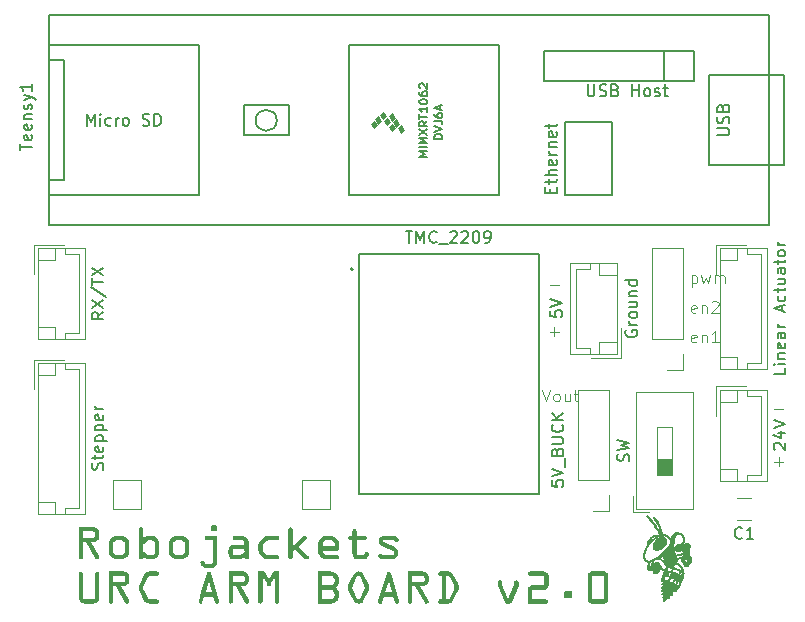
<source format=gbr>
%TF.GenerationSoftware,KiCad,Pcbnew,9.0.1*%
%TF.CreationDate,2025-05-12T18:56:41-04:00*%
%TF.ProjectId,arm,61726d2e-6b69-4636-9164-5f7063625858,rev?*%
%TF.SameCoordinates,Original*%
%TF.FileFunction,Legend,Top*%
%TF.FilePolarity,Positive*%
%FSLAX46Y46*%
G04 Gerber Fmt 4.6, Leading zero omitted, Abs format (unit mm)*
G04 Created by KiCad (PCBNEW 9.0.1) date 2025-05-12 18:56:41*
%MOMM*%
%LPD*%
G01*
G04 APERTURE LIST*
%ADD10C,0.100000*%
%ADD11C,0.153000*%
%ADD12C,0.600000*%
%ADD13C,0.150000*%
%ADD14C,0.120000*%
%ADD15C,0.127000*%
%ADD16C,0.200000*%
G04 APERTURE END LIST*
D10*
X176303884Y-112491466D02*
X177065789Y-112491466D01*
X176684836Y-112872419D02*
X176684836Y-112110514D01*
X176303884Y-107991466D02*
X177065789Y-107991466D01*
X156661027Y-106372419D02*
X156994360Y-107372419D01*
X156994360Y-107372419D02*
X157327693Y-106372419D01*
X157803884Y-107372419D02*
X157708646Y-107324800D01*
X157708646Y-107324800D02*
X157661027Y-107277180D01*
X157661027Y-107277180D02*
X157613408Y-107181942D01*
X157613408Y-107181942D02*
X157613408Y-106896228D01*
X157613408Y-106896228D02*
X157661027Y-106800990D01*
X157661027Y-106800990D02*
X157708646Y-106753371D01*
X157708646Y-106753371D02*
X157803884Y-106705752D01*
X157803884Y-106705752D02*
X157946741Y-106705752D01*
X157946741Y-106705752D02*
X158041979Y-106753371D01*
X158041979Y-106753371D02*
X158089598Y-106800990D01*
X158089598Y-106800990D02*
X158137217Y-106896228D01*
X158137217Y-106896228D02*
X158137217Y-107181942D01*
X158137217Y-107181942D02*
X158089598Y-107277180D01*
X158089598Y-107277180D02*
X158041979Y-107324800D01*
X158041979Y-107324800D02*
X157946741Y-107372419D01*
X157946741Y-107372419D02*
X157803884Y-107372419D01*
X158994360Y-106705752D02*
X158994360Y-107372419D01*
X158565789Y-106705752D02*
X158565789Y-107229561D01*
X158565789Y-107229561D02*
X158613408Y-107324800D01*
X158613408Y-107324800D02*
X158708646Y-107372419D01*
X158708646Y-107372419D02*
X158851503Y-107372419D01*
X158851503Y-107372419D02*
X158946741Y-107324800D01*
X158946741Y-107324800D02*
X158994360Y-107277180D01*
X159327694Y-106705752D02*
X159708646Y-106705752D01*
X159470551Y-106372419D02*
X159470551Y-107229561D01*
X159470551Y-107229561D02*
X159518170Y-107324800D01*
X159518170Y-107324800D02*
X159613408Y-107372419D01*
X159613408Y-107372419D02*
X159708646Y-107372419D01*
X157303884Y-97491466D02*
X158065789Y-97491466D01*
X157303884Y-101491466D02*
X158065789Y-101491466D01*
X157684836Y-101872419D02*
X157684836Y-101110514D01*
X169303884Y-96705752D02*
X169303884Y-97705752D01*
X169303884Y-96753371D02*
X169399122Y-96705752D01*
X169399122Y-96705752D02*
X169589598Y-96705752D01*
X169589598Y-96705752D02*
X169684836Y-96753371D01*
X169684836Y-96753371D02*
X169732455Y-96800990D01*
X169732455Y-96800990D02*
X169780074Y-96896228D01*
X169780074Y-96896228D02*
X169780074Y-97181942D01*
X169780074Y-97181942D02*
X169732455Y-97277180D01*
X169732455Y-97277180D02*
X169684836Y-97324800D01*
X169684836Y-97324800D02*
X169589598Y-97372419D01*
X169589598Y-97372419D02*
X169399122Y-97372419D01*
X169399122Y-97372419D02*
X169303884Y-97324800D01*
X170113408Y-96705752D02*
X170303884Y-97372419D01*
X170303884Y-97372419D02*
X170494360Y-96896228D01*
X170494360Y-96896228D02*
X170684836Y-97372419D01*
X170684836Y-97372419D02*
X170875312Y-96705752D01*
X171256265Y-97372419D02*
X171256265Y-96705752D01*
X171256265Y-96800990D02*
X171303884Y-96753371D01*
X171303884Y-96753371D02*
X171399122Y-96705752D01*
X171399122Y-96705752D02*
X171541979Y-96705752D01*
X171541979Y-96705752D02*
X171637217Y-96753371D01*
X171637217Y-96753371D02*
X171684836Y-96848609D01*
X171684836Y-96848609D02*
X171684836Y-97372419D01*
X171684836Y-96848609D02*
X171732455Y-96753371D01*
X171732455Y-96753371D02*
X171827693Y-96705752D01*
X171827693Y-96705752D02*
X171970550Y-96705752D01*
X171970550Y-96705752D02*
X172065789Y-96753371D01*
X172065789Y-96753371D02*
X172113408Y-96848609D01*
X172113408Y-96848609D02*
X172113408Y-97372419D01*
X169684836Y-99824800D02*
X169589598Y-99872419D01*
X169589598Y-99872419D02*
X169399122Y-99872419D01*
X169399122Y-99872419D02*
X169303884Y-99824800D01*
X169303884Y-99824800D02*
X169256265Y-99729561D01*
X169256265Y-99729561D02*
X169256265Y-99348609D01*
X169256265Y-99348609D02*
X169303884Y-99253371D01*
X169303884Y-99253371D02*
X169399122Y-99205752D01*
X169399122Y-99205752D02*
X169589598Y-99205752D01*
X169589598Y-99205752D02*
X169684836Y-99253371D01*
X169684836Y-99253371D02*
X169732455Y-99348609D01*
X169732455Y-99348609D02*
X169732455Y-99443847D01*
X169732455Y-99443847D02*
X169256265Y-99539085D01*
X170161027Y-99205752D02*
X170161027Y-99872419D01*
X170161027Y-99300990D02*
X170208646Y-99253371D01*
X170208646Y-99253371D02*
X170303884Y-99205752D01*
X170303884Y-99205752D02*
X170446741Y-99205752D01*
X170446741Y-99205752D02*
X170541979Y-99253371D01*
X170541979Y-99253371D02*
X170589598Y-99348609D01*
X170589598Y-99348609D02*
X170589598Y-99872419D01*
X171018170Y-98967657D02*
X171065789Y-98920038D01*
X171065789Y-98920038D02*
X171161027Y-98872419D01*
X171161027Y-98872419D02*
X171399122Y-98872419D01*
X171399122Y-98872419D02*
X171494360Y-98920038D01*
X171494360Y-98920038D02*
X171541979Y-98967657D01*
X171541979Y-98967657D02*
X171589598Y-99062895D01*
X171589598Y-99062895D02*
X171589598Y-99158133D01*
X171589598Y-99158133D02*
X171541979Y-99300990D01*
X171541979Y-99300990D02*
X170970551Y-99872419D01*
X170970551Y-99872419D02*
X171589598Y-99872419D01*
X169684836Y-102324800D02*
X169589598Y-102372419D01*
X169589598Y-102372419D02*
X169399122Y-102372419D01*
X169399122Y-102372419D02*
X169303884Y-102324800D01*
X169303884Y-102324800D02*
X169256265Y-102229561D01*
X169256265Y-102229561D02*
X169256265Y-101848609D01*
X169256265Y-101848609D02*
X169303884Y-101753371D01*
X169303884Y-101753371D02*
X169399122Y-101705752D01*
X169399122Y-101705752D02*
X169589598Y-101705752D01*
X169589598Y-101705752D02*
X169684836Y-101753371D01*
X169684836Y-101753371D02*
X169732455Y-101848609D01*
X169732455Y-101848609D02*
X169732455Y-101943847D01*
X169732455Y-101943847D02*
X169256265Y-102039085D01*
X170161027Y-101705752D02*
X170161027Y-102372419D01*
X170161027Y-101800990D02*
X170208646Y-101753371D01*
X170208646Y-101753371D02*
X170303884Y-101705752D01*
X170303884Y-101705752D02*
X170446741Y-101705752D01*
X170446741Y-101705752D02*
X170541979Y-101753371D01*
X170541979Y-101753371D02*
X170589598Y-101848609D01*
X170589598Y-101848609D02*
X170589598Y-102372419D01*
X171589598Y-102372419D02*
X171018170Y-102372419D01*
X171303884Y-102372419D02*
X171303884Y-101372419D01*
X171303884Y-101372419D02*
X171208646Y-101515276D01*
X171208646Y-101515276D02*
X171113408Y-101610514D01*
X171113408Y-101610514D02*
X171018170Y-101658133D01*
D11*
X167600267Y-120307887D02*
X167600187Y-120308920D01*
X167500837Y-120516775D02*
X167498127Y-120516574D01*
X167380004Y-121051716D02*
X167378038Y-121056311D01*
X167138622Y-120397223D02*
X167153459Y-120395716D01*
X168763287Y-119487024D02*
X168769718Y-119479076D01*
X167477402Y-121066844D02*
X167476043Y-121064955D01*
X167679587Y-120496376D02*
X167678597Y-120497145D01*
X167648484Y-120513960D02*
X167646785Y-120516844D01*
X167261587Y-120507163D02*
X167259861Y-120513403D01*
X169042538Y-120199583D02*
X169104886Y-120236773D01*
X167791780Y-118638424D02*
X167779705Y-118652280D01*
X166384549Y-118840034D02*
X166269052Y-118921237D01*
X168883691Y-119409768D02*
X168894418Y-119407592D01*
X167159941Y-120493432D02*
X167158843Y-120496912D01*
X166079350Y-121236922D02*
X166085037Y-121237861D01*
X168740118Y-119809772D02*
X168739284Y-119806022D01*
X167084325Y-121138524D02*
X167077078Y-121127572D01*
X167614006Y-120754141D02*
X167616595Y-120759491D01*
X167553626Y-119773303D02*
X167542776Y-119793869D01*
X167419568Y-120608473D02*
X167418414Y-120609377D01*
X165845126Y-121475745D02*
X165848065Y-121473967D01*
X168508322Y-121504157D02*
X168518874Y-121534631D01*
X166975296Y-120537775D02*
X166977328Y-120530554D01*
X166345406Y-121096829D02*
X166343097Y-121096829D01*
X167628266Y-120573883D02*
X167626489Y-120575076D01*
X166109871Y-121238614D02*
X166636363Y-121317656D01*
X166023527Y-121651143D02*
X166021083Y-121652429D01*
X167161696Y-120486171D02*
X167160893Y-120489851D01*
X167857329Y-120458799D02*
X167941471Y-120605868D01*
X165894539Y-121304573D02*
X165898163Y-121305589D01*
X166172708Y-118743766D02*
X166155387Y-118748895D01*
X169038053Y-120080230D02*
X169039817Y-120085790D01*
X168736465Y-119786726D02*
X168736388Y-119784908D01*
X167144809Y-120520988D02*
X167142405Y-120523507D01*
X167531490Y-120717550D02*
X167535955Y-120720030D01*
X167499784Y-119858214D02*
X167482110Y-119880582D01*
X165938350Y-121604334D02*
X165937244Y-121601098D01*
X167402696Y-120391503D02*
X167402989Y-120390160D01*
X165967964Y-121248570D02*
X165967729Y-121244410D01*
X167814994Y-121207721D02*
X167788443Y-121226358D01*
X169021755Y-120048491D02*
X169022368Y-120049989D01*
X167403911Y-120618488D02*
X167402434Y-120618103D01*
X167532982Y-120615030D02*
X167532121Y-120614124D01*
X167567154Y-120303064D02*
X167568378Y-120302374D01*
X165676332Y-121520337D02*
X165684768Y-121527195D01*
X167448772Y-120610983D02*
X167448094Y-120610547D01*
X166377422Y-121278514D02*
X166430846Y-121357168D01*
X165972450Y-121660043D02*
X165966699Y-121657022D01*
X165883893Y-121617501D02*
X165877588Y-121618895D01*
X167554287Y-120725174D02*
X167557286Y-120725101D01*
X165350779Y-120760274D02*
X165358399Y-120774693D01*
X167599667Y-120327339D02*
X167600980Y-120328569D01*
X167547678Y-120724368D02*
X167551091Y-120724946D01*
X167357648Y-120525995D02*
X167358523Y-120525200D01*
X168727759Y-119679437D02*
X168724556Y-119667367D01*
X167575254Y-120449788D02*
X167575088Y-120452407D01*
X167616497Y-120788819D02*
X167614748Y-120789942D01*
X168947200Y-120415997D02*
X168696161Y-120406463D01*
X167483519Y-120512738D02*
X167481387Y-120511688D01*
X167966456Y-122410156D02*
X168001054Y-122394679D01*
X167530159Y-119814869D02*
X167515814Y-119836314D01*
X167366068Y-122640278D02*
X166906539Y-122526381D01*
X167540129Y-120721959D02*
X167544030Y-120723389D01*
X165952629Y-121278804D02*
X165956182Y-121274869D01*
X167509265Y-120516574D02*
X167506437Y-120516775D01*
X168508723Y-119476336D02*
X168497027Y-119470484D01*
X167430097Y-120611000D02*
X167431763Y-120610994D01*
X167178168Y-120930453D02*
X167175579Y-120925103D01*
X167572163Y-120721133D02*
X167576382Y-120719661D01*
X168988748Y-119412297D02*
X168998572Y-119415347D01*
X165770707Y-121554164D02*
X165781755Y-121554632D01*
X166069734Y-121529055D02*
X166067546Y-121529141D01*
X166613272Y-120462829D02*
X166737126Y-120355778D01*
X167503617Y-120516842D02*
X167500837Y-120516775D01*
X167613757Y-120963683D02*
X167611689Y-120963615D01*
X167682663Y-120492890D02*
X167681618Y-120494267D01*
X169036515Y-120053992D02*
X169041492Y-120056591D01*
X167379786Y-120555411D02*
X167378437Y-120555467D01*
X167553731Y-120495664D02*
X167551534Y-120497674D01*
X166098323Y-120808596D02*
X165807365Y-120910870D01*
X168782399Y-119770235D02*
X168774342Y-119761880D01*
X167331429Y-121066609D02*
X167325142Y-121064046D01*
X167528985Y-121061607D02*
X167524124Y-121064053D01*
X165867995Y-121449290D02*
X165869242Y-121444655D01*
X169221429Y-120611032D02*
X169220785Y-120606109D01*
X168120241Y-118510018D02*
X168108634Y-118508704D01*
X166067546Y-121529141D02*
X166063685Y-121529178D01*
X167671826Y-118874270D02*
X167669516Y-118892866D01*
X167421677Y-120613349D02*
X167422582Y-120612793D01*
X165994182Y-121499177D02*
X165991400Y-121495879D01*
X167403507Y-120643009D02*
X167404746Y-120642100D01*
X167647842Y-120323351D02*
X167649095Y-120323912D01*
X167613322Y-121310095D02*
X167582502Y-121318873D01*
X169177765Y-120554924D02*
X169172899Y-120552983D01*
X168051897Y-119941568D02*
X167943363Y-119739337D01*
X169232330Y-120529409D02*
X169237014Y-120532892D01*
X168491581Y-122262857D02*
X168497859Y-122270289D01*
X167419639Y-119950589D02*
X167370532Y-119999788D01*
X167669516Y-118892866D02*
X167667131Y-118905942D01*
X167582502Y-121318873D02*
X167551503Y-121326031D01*
X167156066Y-120786114D02*
X167155029Y-120783964D01*
X169167811Y-120551220D02*
X169156990Y-120548227D01*
X167474580Y-120348192D02*
X167475377Y-120346943D01*
X167571504Y-120301290D02*
X167573455Y-120300912D01*
X168358642Y-120347788D02*
X168382361Y-120341971D01*
X167400580Y-120429592D02*
X167402411Y-120426925D01*
X167386634Y-121043072D02*
X167384518Y-121045097D01*
X167124630Y-120638695D02*
X167116675Y-120641233D01*
X166955032Y-123100525D02*
X166952723Y-122935489D01*
X167573468Y-120613272D02*
X167572530Y-120614443D01*
X167172751Y-120898397D02*
X167174107Y-120897008D01*
X167625168Y-120956202D02*
X167623359Y-120958640D01*
X167068182Y-121754658D02*
X167165168Y-121473394D01*
X167450645Y-120614659D02*
X167453807Y-120615638D01*
X167250969Y-120433884D02*
X167253866Y-120438423D01*
X167451484Y-120613162D02*
X167451009Y-120612726D01*
X168469860Y-119644033D02*
X168402892Y-119616142D01*
X167035028Y-121005642D02*
X167033809Y-120992480D01*
X168757243Y-119495268D02*
X168763287Y-119487024D01*
X168604954Y-119546007D02*
X168595146Y-119536876D01*
X167604349Y-120737138D02*
X167607489Y-120742249D01*
X165851355Y-121472136D02*
X165854852Y-121469882D01*
X167840396Y-119043957D02*
X167840396Y-119050930D01*
X165779446Y-120916009D02*
X165842445Y-120903542D01*
X167224501Y-120961796D02*
X167220011Y-120963460D01*
X165948140Y-121646470D02*
X165945089Y-121644271D01*
X167543945Y-120628005D02*
X167542322Y-120628141D01*
X167508784Y-120312566D02*
X167510156Y-120312628D01*
X167198400Y-120825644D02*
X167196726Y-120820967D01*
X166169281Y-117242027D02*
X166243116Y-117337454D01*
X166311161Y-117431935D01*
X166373982Y-117525895D01*
X166432149Y-117619760D01*
X166486230Y-117713955D01*
X166536794Y-117808906D01*
X166584407Y-117905038D01*
X166629639Y-118002777D01*
X166673058Y-118102550D01*
X166756730Y-118309895D01*
X166927322Y-118767707D01*
X166927322Y-118767708D01*
X166927322Y-118767709D01*
X166927321Y-118767710D01*
X166927321Y-118767711D01*
X166927321Y-118767712D01*
X166925588Y-118770291D01*
X166923844Y-118772771D01*
X166922080Y-118775109D01*
X166920285Y-118777259D01*
X166919374Y-118778251D01*
X166918450Y-118779179D01*
X166917514Y-118780038D01*
X166916565Y-118780822D01*
X166915599Y-118781527D01*
X166914618Y-118782146D01*
X166913618Y-118782674D01*
X166912600Y-118783106D01*
X166911561Y-118783435D01*
X166910501Y-118783657D01*
X166909418Y-118783766D01*
X166908311Y-118783755D01*
X166907178Y-118783621D01*
X166906019Y-118783357D01*
X166904832Y-118782957D01*
X166903616Y-118782417D01*
X166902369Y-118781730D01*
X166901091Y-118780891D01*
X166899779Y-118779895D01*
X166898433Y-118778735D01*
X166897052Y-118777407D01*
X166895634Y-118775905D01*
X166894178Y-118774224D01*
X166892683Y-118772357D01*
X166725628Y-118320683D01*
X166646781Y-118120396D01*
X166606279Y-118024591D01*
X166564201Y-117930897D01*
X166519904Y-117838729D01*
X166472745Y-117747500D01*
X166422081Y-117656625D01*
X166367271Y-117565519D01*
X166307670Y-117473596D01*
X166242638Y-117380270D01*
X166171530Y-117284955D01*
X166093704Y-117187066D01*
X166089087Y-117145227D01*
X166169281Y-117242027D01*
G36*
X166169281Y-117242027D02*
G01*
X166243116Y-117337454D01*
X166311161Y-117431935D01*
X166373982Y-117525895D01*
X166432149Y-117619760D01*
X166486230Y-117713955D01*
X166536794Y-117808906D01*
X166584407Y-117905038D01*
X166629639Y-118002777D01*
X166673058Y-118102550D01*
X166756730Y-118309895D01*
X166927322Y-118767707D01*
X166927322Y-118767708D01*
X166927322Y-118767709D01*
X166927321Y-118767710D01*
X166927321Y-118767711D01*
X166927321Y-118767712D01*
X166925588Y-118770291D01*
X166923844Y-118772771D01*
X166922080Y-118775109D01*
X166920285Y-118777259D01*
X166919374Y-118778251D01*
X166918450Y-118779179D01*
X166917514Y-118780038D01*
X166916565Y-118780822D01*
X166915599Y-118781527D01*
X166914618Y-118782146D01*
X166913618Y-118782674D01*
X166912600Y-118783106D01*
X166911561Y-118783435D01*
X166910501Y-118783657D01*
X166909418Y-118783766D01*
X166908311Y-118783755D01*
X166907178Y-118783621D01*
X166906019Y-118783357D01*
X166904832Y-118782957D01*
X166903616Y-118782417D01*
X166902369Y-118781730D01*
X166901091Y-118780891D01*
X166899779Y-118779895D01*
X166898433Y-118778735D01*
X166897052Y-118777407D01*
X166895634Y-118775905D01*
X166894178Y-118774224D01*
X166892683Y-118772357D01*
X166725628Y-118320683D01*
X166646781Y-118120396D01*
X166606279Y-118024591D01*
X166564201Y-117930897D01*
X166519904Y-117838729D01*
X166472745Y-117747500D01*
X166422081Y-117656625D01*
X166367271Y-117565519D01*
X166307670Y-117473596D01*
X166242638Y-117380270D01*
X166171530Y-117284955D01*
X166093704Y-117187066D01*
X166089087Y-117145227D01*
X166169281Y-117242027D01*
G37*
X167586027Y-120581730D02*
X167583416Y-120583753D01*
X167461998Y-120476972D02*
X167462164Y-120474353D01*
X167494379Y-120316938D02*
X167497645Y-120315560D01*
X168514598Y-119424713D02*
X168533889Y-119404841D01*
X168483538Y-121445277D02*
X168496533Y-121474360D01*
X169216295Y-120520620D02*
X169221969Y-120523257D01*
X167587669Y-120300931D02*
X167590456Y-120301287D01*
X167154304Y-120767106D02*
X167155207Y-120762196D01*
X167241082Y-120959646D02*
X167237886Y-120959418D01*
X165939097Y-121607334D02*
X165938350Y-121604334D01*
X167279457Y-120615623D02*
X167284633Y-120613752D01*
X167851942Y-118920759D02*
X167849633Y-118939357D01*
X167553112Y-122252092D02*
X167250608Y-122173059D01*
X167384413Y-120601193D02*
X167384331Y-120599978D01*
X167536416Y-120409984D02*
X167539125Y-120410185D01*
X167403959Y-121035536D02*
X167399433Y-121036607D01*
X165849661Y-121622022D02*
X165842003Y-121622157D01*
X167167694Y-120395458D02*
X167174562Y-120395785D01*
X168051897Y-119941568D02*
X167657026Y-120067089D01*
X166109813Y-121677909D02*
X166137580Y-121861583D01*
X165854852Y-121469882D02*
X165856633Y-121468482D01*
X167667856Y-120498828D02*
X167666818Y-120498852D01*
X168911875Y-119830925D02*
X168902930Y-119829906D01*
X169075101Y-120160436D02*
X169073274Y-120165646D01*
X167441267Y-120607498D02*
X167438356Y-120606548D01*
X167361738Y-120510470D02*
X167367799Y-120507395D01*
X167324574Y-120632875D02*
X167326408Y-120635145D01*
X167374348Y-120441186D02*
X167375431Y-120440797D01*
X167560376Y-120316058D02*
X167561407Y-120313569D01*
X167084130Y-120019655D02*
X167286680Y-119804415D01*
X167128451Y-121059345D02*
X167123700Y-121050716D01*
X168698470Y-120659829D02*
X168647668Y-120657502D01*
X167683732Y-120491273D02*
X167682663Y-120492890D01*
X167477559Y-120326827D02*
X167478250Y-120325900D01*
X167629649Y-120333176D02*
X167630784Y-120332515D01*
X167265240Y-121260177D02*
X167245796Y-121254397D01*
X169068805Y-120174885D02*
X169066197Y-120178962D01*
X166302951Y-118739950D02*
X166282842Y-118737162D01*
X169001931Y-120441026D02*
X168887067Y-120666082D01*
X167256814Y-120673880D02*
X167256707Y-120670737D01*
X167373861Y-120504484D02*
X167379923Y-120501764D01*
X169044575Y-119437367D02*
X169053045Y-119443050D01*
X167385253Y-120596640D02*
X167385874Y-120595597D01*
X166906539Y-122526381D02*
X167031235Y-122149817D01*
X166957521Y-122151776D02*
X166944826Y-122152928D01*
X167476043Y-121064955D02*
X167473445Y-121060796D01*
X167526548Y-120611588D02*
X167524493Y-120611312D01*
X166075735Y-121528424D02*
X166074488Y-121528612D01*
X167852532Y-118920817D02*
X167852348Y-118920785D01*
X168543071Y-120579808D02*
X168543583Y-120574298D01*
X167058691Y-121093189D02*
X167053672Y-121081260D01*
X165857258Y-121344873D02*
X165862787Y-121333920D01*
X167574201Y-120601966D02*
X167574623Y-120604302D01*
X167637914Y-120904053D02*
X167638393Y-120906874D01*
X167663549Y-120499355D02*
X167662400Y-120499729D01*
X167643854Y-121299748D02*
X167613322Y-121310095D01*
X167656065Y-120503993D02*
X167654661Y-120505455D01*
X167659335Y-121838336D02*
X167682427Y-121875528D01*
X167807122Y-121917369D02*
X167666263Y-122289283D01*
X167178695Y-120799737D02*
X167173722Y-120797273D01*
X165596626Y-119410114D02*
X165598395Y-119431235D01*
X169114860Y-119510933D02*
X169119846Y-119520137D01*
X167393180Y-120587107D02*
X167394044Y-120585881D01*
X167492440Y-120621033D02*
X167491988Y-120621715D01*
X169037483Y-119803034D02*
X169028339Y-119808053D01*
X167574623Y-120604302D02*
X167574990Y-120606557D01*
X168741546Y-119521628D02*
X168746362Y-119512586D01*
X167368771Y-120520107D02*
X167369972Y-120519356D01*
X167153459Y-120395716D02*
X167167694Y-120395458D01*
X165906408Y-121609676D02*
X165901185Y-121611955D01*
X167571302Y-120468960D02*
X167570297Y-120471681D01*
X167644159Y-120557766D02*
X167642345Y-120560129D01*
X167226903Y-121247667D02*
X167208601Y-121239987D01*
X167618913Y-120335193D02*
X167620805Y-120335271D01*
X167544308Y-121048557D02*
X167543156Y-121050600D01*
X167623463Y-120576603D02*
X167622178Y-120576989D01*
X167477169Y-120340146D02*
X167477122Y-120339109D01*
X167298266Y-121039885D02*
X167298314Y-121037767D01*
X167597538Y-120574076D02*
X167594978Y-120575566D01*
X167362755Y-120458731D02*
X167364034Y-120455457D01*
X167410116Y-120402610D02*
X167409475Y-120401677D01*
X167683732Y-120491273D02*
X167640150Y-120562752D01*
X169198598Y-120567347D02*
X169194915Y-120564497D01*
X167411046Y-120404804D02*
X167410648Y-120403646D01*
X167651802Y-121107045D02*
X167615531Y-121128093D01*
X167373271Y-120556826D02*
X167370837Y-120557812D01*
X167053672Y-121081260D02*
X167049203Y-121069118D01*
X168184988Y-118560699D02*
X168167811Y-118564672D01*
X167534267Y-120509263D02*
X167531591Y-120510529D01*
X168484870Y-122255289D02*
X168491581Y-122262857D01*
X167534697Y-120618130D02*
X167534244Y-120617050D01*
X167473597Y-120349479D02*
X167474580Y-120348192D01*
X167638393Y-120906874D02*
X167638561Y-120910113D01*
X167200159Y-120400033D02*
X167206042Y-120401806D01*
X165537384Y-119735921D02*
X165461977Y-119869628D01*
X167597064Y-120320980D02*
X167597151Y-120322265D01*
X167492919Y-120670738D02*
X167493542Y-120673881D01*
X167225297Y-120720699D02*
X167229090Y-120718087D01*
X167586827Y-120957924D02*
X167583811Y-120957958D01*
X167264463Y-120476194D02*
X167264688Y-120482322D01*
X167505893Y-120613327D02*
X167504402Y-120613711D01*
X167561407Y-120313569D02*
X167562211Y-120311127D01*
X165983996Y-121485218D02*
X165981862Y-121481428D01*
X167189415Y-120722291D02*
X167194347Y-120723952D01*
X167017645Y-120645736D02*
X167012762Y-120643853D01*
X168487583Y-118645755D02*
X168471314Y-118632259D01*
X169076334Y-120101840D02*
X169077266Y-120105705D01*
X167168816Y-121207229D02*
X167190059Y-121216678D01*
X167565766Y-120619474D02*
X167563179Y-120620846D01*
X167409475Y-120401677D02*
X167407970Y-120400041D01*
X167495326Y-120648228D02*
X167494516Y-120652562D01*
X168026497Y-120876005D02*
X168021833Y-120906035D01*
X167431763Y-120610994D02*
X167433567Y-120611083D01*
X167524493Y-120611312D02*
X167522122Y-120611213D01*
X167703210Y-123439898D02*
X167555421Y-123614232D01*
X167663550Y-118932092D02*
X167662300Y-118945167D01*
X166345364Y-118748725D02*
X166323766Y-118743809D01*
X165887954Y-121303478D02*
X165889564Y-121303521D01*
X167781062Y-121077766D02*
X167799926Y-121058698D01*
X168675376Y-120885299D02*
X168684611Y-120790001D01*
X167980971Y-121020051D02*
X167965741Y-121046763D01*
X168028689Y-120834556D02*
X168028802Y-120845788D01*
X165702273Y-121538298D02*
X165710835Y-121542151D01*
X167854247Y-118922985D02*
X167854236Y-118922870D01*
X167236319Y-118787175D02*
X167196748Y-118766964D01*
X167394124Y-120568183D02*
X167392774Y-120565655D01*
X167154260Y-120781468D02*
X167153781Y-120778579D01*
X167488351Y-120631914D02*
X167490663Y-120633993D01*
X168229661Y-119639555D02*
X168236457Y-119640056D01*
X168243155Y-119640883D01*
X168249746Y-119642028D01*
X168256222Y-119643482D01*
X168262575Y-119645239D01*
X168268796Y-119647290D01*
X168274876Y-119649628D01*
X168280808Y-119652245D01*
X168286583Y-119655134D01*
X168292191Y-119658286D01*
X168297626Y-119661695D01*
X168302878Y-119665352D01*
X168307938Y-119669251D01*
X168312800Y-119673382D01*
X168317453Y-119677739D01*
X168321889Y-119682314D01*
X168326101Y-119687099D01*
X168330080Y-119692087D01*
X168333816Y-119697270D01*
X168337302Y-119702640D01*
X168340530Y-119708190D01*
X168343490Y-119713911D01*
X168346174Y-119719797D01*
X168348575Y-119725840D01*
X168350682Y-119732031D01*
X168352489Y-119738364D01*
X168353986Y-119744830D01*
X168355165Y-119751423D01*
X168356018Y-119758133D01*
X168356536Y-119764955D01*
X168356710Y-119771879D01*
X168356536Y-119778804D01*
X168356018Y-119785625D01*
X168355165Y-119792336D01*
X168353986Y-119798929D01*
X168352489Y-119805395D01*
X168350682Y-119811728D01*
X168348575Y-119817919D01*
X168346174Y-119823962D01*
X168343490Y-119829848D01*
X168340530Y-119835569D01*
X168337302Y-119841119D01*
X168333816Y-119846489D01*
X168330080Y-119851672D01*
X168326101Y-119856660D01*
X168321889Y-119861445D01*
X168317453Y-119866020D01*
X168312800Y-119870377D01*
X168307938Y-119874508D01*
X168302878Y-119878407D01*
X168297626Y-119882064D01*
X168292191Y-119885473D01*
X168286583Y-119888625D01*
X168280808Y-119891514D01*
X168274876Y-119894131D01*
X168268796Y-119896469D01*
X168262575Y-119898520D01*
X168256222Y-119900276D01*
X168249746Y-119901731D01*
X168243155Y-119902875D01*
X168236457Y-119903702D01*
X168229661Y-119904204D01*
X168222775Y-119904373D01*
X168215890Y-119904197D01*
X168209094Y-119903676D01*
X168202396Y-119902820D01*
X168195805Y-119901635D01*
X168189329Y-119900133D01*
X168182976Y-119898321D01*
X168176755Y-119896208D01*
X168170675Y-119893804D01*
X168164743Y-119891117D01*
X168158969Y-119888157D01*
X168153360Y-119884932D01*
X168147926Y-119881451D01*
X168142674Y-119877723D01*
X168137614Y-119873757D01*
X168132753Y-119869563D01*
X168128100Y-119865148D01*
X168123663Y-119860522D01*
X168119452Y-119855694D01*
X168115474Y-119850673D01*
X168111737Y-119845467D01*
X168108251Y-119840086D01*
X168105024Y-119834539D01*
X168102064Y-119828834D01*
X168099380Y-119822981D01*
X168096980Y-119816988D01*
X168094872Y-119810864D01*
X168093066Y-119804619D01*
X168091569Y-119798261D01*
X168090390Y-119791799D01*
X168089537Y-119785242D01*
X168089019Y-119778599D01*
X168088845Y-119771879D01*
X168089019Y-119764955D01*
X168089537Y-119758133D01*
X168090390Y-119751422D01*
X168091569Y-119744830D01*
X168093066Y-119738363D01*
X168094872Y-119732031D01*
X168096980Y-119725839D01*
X168099380Y-119719797D01*
X168102064Y-119713911D01*
X168105024Y-119708189D01*
X168108251Y-119702639D01*
X168111737Y-119697269D01*
X168115474Y-119692087D01*
X168119452Y-119687099D01*
X168123663Y-119682314D01*
X168128100Y-119677739D01*
X168132753Y-119673382D01*
X168137614Y-119669250D01*
X168142674Y-119665352D01*
X168147926Y-119661695D01*
X168153360Y-119658286D01*
X168158969Y-119655133D01*
X168164743Y-119652245D01*
X168170675Y-119649628D01*
X168176755Y-119647290D01*
X168182976Y-119645239D01*
X168189329Y-119643482D01*
X168195805Y-119642028D01*
X168202396Y-119640883D01*
X168209094Y-119640056D01*
X168215890Y-119639555D01*
X168222775Y-119639386D01*
X168229661Y-119639555D01*
G36*
X168229661Y-119639555D02*
G01*
X168236457Y-119640056D01*
X168243155Y-119640883D01*
X168249746Y-119642028D01*
X168256222Y-119643482D01*
X168262575Y-119645239D01*
X168268796Y-119647290D01*
X168274876Y-119649628D01*
X168280808Y-119652245D01*
X168286583Y-119655134D01*
X168292191Y-119658286D01*
X168297626Y-119661695D01*
X168302878Y-119665352D01*
X168307938Y-119669251D01*
X168312800Y-119673382D01*
X168317453Y-119677739D01*
X168321889Y-119682314D01*
X168326101Y-119687099D01*
X168330080Y-119692087D01*
X168333816Y-119697270D01*
X168337302Y-119702640D01*
X168340530Y-119708190D01*
X168343490Y-119713911D01*
X168346174Y-119719797D01*
X168348575Y-119725840D01*
X168350682Y-119732031D01*
X168352489Y-119738364D01*
X168353986Y-119744830D01*
X168355165Y-119751423D01*
X168356018Y-119758133D01*
X168356536Y-119764955D01*
X168356710Y-119771879D01*
X168356536Y-119778804D01*
X168356018Y-119785625D01*
X168355165Y-119792336D01*
X168353986Y-119798929D01*
X168352489Y-119805395D01*
X168350682Y-119811728D01*
X168348575Y-119817919D01*
X168346174Y-119823962D01*
X168343490Y-119829848D01*
X168340530Y-119835569D01*
X168337302Y-119841119D01*
X168333816Y-119846489D01*
X168330080Y-119851672D01*
X168326101Y-119856660D01*
X168321889Y-119861445D01*
X168317453Y-119866020D01*
X168312800Y-119870377D01*
X168307938Y-119874508D01*
X168302878Y-119878407D01*
X168297626Y-119882064D01*
X168292191Y-119885473D01*
X168286583Y-119888625D01*
X168280808Y-119891514D01*
X168274876Y-119894131D01*
X168268796Y-119896469D01*
X168262575Y-119898520D01*
X168256222Y-119900276D01*
X168249746Y-119901731D01*
X168243155Y-119902875D01*
X168236457Y-119903702D01*
X168229661Y-119904204D01*
X168222775Y-119904373D01*
X168215890Y-119904197D01*
X168209094Y-119903676D01*
X168202396Y-119902820D01*
X168195805Y-119901635D01*
X168189329Y-119900133D01*
X168182976Y-119898321D01*
X168176755Y-119896208D01*
X168170675Y-119893804D01*
X168164743Y-119891117D01*
X168158969Y-119888157D01*
X168153360Y-119884932D01*
X168147926Y-119881451D01*
X168142674Y-119877723D01*
X168137614Y-119873757D01*
X168132753Y-119869563D01*
X168128100Y-119865148D01*
X168123663Y-119860522D01*
X168119452Y-119855694D01*
X168115474Y-119850673D01*
X168111737Y-119845467D01*
X168108251Y-119840086D01*
X168105024Y-119834539D01*
X168102064Y-119828834D01*
X168099380Y-119822981D01*
X168096980Y-119816988D01*
X168094872Y-119810864D01*
X168093066Y-119804619D01*
X168091569Y-119798261D01*
X168090390Y-119791799D01*
X168089537Y-119785242D01*
X168089019Y-119778599D01*
X168088845Y-119771879D01*
X168089019Y-119764955D01*
X168089537Y-119758133D01*
X168090390Y-119751422D01*
X168091569Y-119744830D01*
X168093066Y-119738363D01*
X168094872Y-119732031D01*
X168096980Y-119725839D01*
X168099380Y-119719797D01*
X168102064Y-119713911D01*
X168105024Y-119708189D01*
X168108251Y-119702639D01*
X168111737Y-119697269D01*
X168115474Y-119692087D01*
X168119452Y-119687099D01*
X168123663Y-119682314D01*
X168128100Y-119677739D01*
X168132753Y-119673382D01*
X168137614Y-119669250D01*
X168142674Y-119665352D01*
X168147926Y-119661695D01*
X168153360Y-119658286D01*
X168158969Y-119655133D01*
X168164743Y-119652245D01*
X168170675Y-119649628D01*
X168176755Y-119647290D01*
X168182976Y-119645239D01*
X168189329Y-119643482D01*
X168195805Y-119642028D01*
X168202396Y-119640883D01*
X168209094Y-119640056D01*
X168215890Y-119639555D01*
X168222775Y-119639386D01*
X168229661Y-119639555D01*
G37*
X169210293Y-120518298D02*
X169216295Y-120520620D01*
X167284633Y-120613752D02*
X167289267Y-120612345D01*
X168591081Y-120516699D02*
X168595912Y-120515317D01*
X167390585Y-120610249D02*
X167388766Y-120608481D01*
X167793123Y-120978454D02*
X167786953Y-120986577D01*
X169053511Y-120064988D02*
X169055785Y-120067016D01*
X167250608Y-121750003D02*
X167272612Y-121785445D01*
X167259069Y-120625333D02*
X167263189Y-120622985D01*
X167600187Y-120308920D02*
X167599979Y-120309997D01*
X167256436Y-120443186D02*
X167258670Y-120448168D01*
X167854251Y-118923085D02*
X167854247Y-118922985D01*
X166853428Y-123653749D02*
X166961959Y-123649103D01*
X167478250Y-120325900D02*
X167479117Y-120324965D01*
X167636243Y-123718835D02*
X166961959Y-123753701D01*
X167847623Y-121059149D02*
X167841832Y-121065531D01*
X167854058Y-118922139D02*
X167854013Y-118922031D01*
X167077078Y-121127572D02*
X167070392Y-121116357D01*
X167080016Y-122151269D02*
X167055517Y-122150218D01*
X167071502Y-122147362D02*
X166996322Y-122145821D01*
X167666263Y-122289283D02*
X167966456Y-122410156D01*
X167373362Y-120516298D02*
X167374386Y-120514933D01*
X167840507Y-121187888D02*
X167814994Y-121207721D01*
X165995236Y-121215165D02*
X166001339Y-121213044D01*
X169217088Y-120650966D02*
X169218691Y-120644668D01*
X167494714Y-120640064D02*
X167495276Y-120642073D01*
X168592399Y-120232670D02*
X168609942Y-120216852D01*
X167174444Y-120720684D02*
X167176405Y-120720101D01*
X167465739Y-120495664D02*
X167464807Y-120493575D01*
X167301053Y-121021343D02*
X167301164Y-121018636D01*
X168918037Y-121342636D02*
X168953704Y-121312494D01*
X167343806Y-121070840D02*
X167337979Y-121068969D01*
X167423575Y-120612304D02*
X167424662Y-120611885D01*
X168617181Y-120511872D02*
X168628925Y-120511370D01*
X167376861Y-120650367D02*
X167379716Y-120650172D01*
X167564990Y-120482039D02*
X167563367Y-120484481D01*
X168220079Y-118555321D02*
X168202416Y-118557575D01*
X167304878Y-121052480D02*
X167302694Y-121050339D01*
X165614634Y-119285339D02*
X165609140Y-119301121D01*
X167366330Y-120521339D02*
X167368771Y-120520107D01*
X168967745Y-119828485D02*
X168958197Y-119829956D01*
X167160893Y-120489851D02*
X167159941Y-120493432D01*
X167633933Y-120934112D02*
X167632200Y-120940018D01*
X167247866Y-122171460D02*
X167155882Y-122156122D01*
X167522794Y-120328683D02*
X167524558Y-120329120D01*
X165501465Y-120899817D02*
X165518369Y-120905853D01*
X167672806Y-120498948D02*
X167671839Y-120498955D01*
X167377604Y-120440413D02*
X167378702Y-120440366D01*
X168582034Y-120520100D02*
X168586454Y-120518292D01*
X167422582Y-120612793D02*
X167423575Y-120612304D01*
X168574125Y-120247630D02*
X168592399Y-120232670D01*
X166030667Y-121350806D02*
X166034826Y-121349405D01*
X167444707Y-120608805D02*
X167443658Y-120608369D01*
X169018904Y-119812637D02*
X169009190Y-119816770D01*
X167458724Y-121043072D02*
X167455727Y-121041184D01*
X167476005Y-120345732D02*
X167476479Y-120344554D01*
X167172529Y-120721675D02*
X167174444Y-120720684D01*
X165853274Y-121373585D02*
X165852313Y-121372328D01*
X166047415Y-121217810D02*
X166049710Y-121221330D01*
X165325648Y-120697209D02*
X165337188Y-120729794D01*
X165609140Y-119301121D02*
X165604540Y-119317482D01*
X168922160Y-120000853D02*
X168927760Y-120000713D01*
X167402411Y-120426925D02*
X167404320Y-120423863D01*
X167852704Y-118920859D02*
X167852532Y-118920817D01*
X168920933Y-119831552D02*
X168911875Y-119830925D01*
X167535360Y-121010711D02*
X167535467Y-121013854D01*
X167460745Y-123728135D02*
X167555421Y-123614232D01*
X167536210Y-121003892D02*
X167535591Y-121007394D01*
X167190933Y-121231356D02*
X167173938Y-121221775D01*
X167485472Y-120629786D02*
X167488351Y-120631914D01*
X167676649Y-120498207D02*
X167675686Y-120498537D01*
X167592368Y-119339529D02*
X167592299Y-119337757D01*
X167946179Y-120614822D02*
X167950563Y-120623925D01*
X166074488Y-121528612D02*
X166072056Y-121528888D01*
X167644567Y-120322690D02*
X167645587Y-120322753D01*
X168144263Y-122019644D02*
X168005713Y-122391562D01*
X167710136Y-122270689D01*
X167846379Y-121894122D01*
X168144263Y-122019644D01*
G36*
X168144263Y-122019644D02*
G01*
X168005713Y-122391562D01*
X167710136Y-122270689D01*
X167846379Y-121894122D01*
X168144263Y-122019644D01*
G37*
X167633323Y-120896072D02*
X167634827Y-120897660D01*
X167553462Y-120625147D02*
X167550577Y-120626243D01*
X169043517Y-120128227D02*
X169042069Y-120138202D01*
X167522042Y-120482289D02*
X167519917Y-120482953D01*
X167524558Y-120329120D02*
X167526613Y-120329396D01*
X167469267Y-120501443D02*
X167467972Y-120499601D01*
X166050255Y-121528756D02*
X166045888Y-121528153D01*
X169090647Y-120676992D02*
X168887067Y-120666082D01*
X166971084Y-120565197D02*
X166971587Y-120558430D01*
X167476194Y-120332338D02*
X167476174Y-120331415D01*
X167385874Y-120595597D02*
X167387447Y-120593558D01*
X167461369Y-121045097D02*
X167458724Y-121043072D01*
X168494320Y-119443133D02*
X168514598Y-119424713D01*
X167519780Y-120412242D02*
X167549760Y-120407209D01*
X165870773Y-121396274D02*
X165869779Y-121393003D01*
X168238264Y-119497281D02*
X168243562Y-119497596D01*
X168248846Y-119498106D01*
X168253469Y-119498758D01*
X168257477Y-119499546D01*
X168260912Y-119500464D01*
X168263817Y-119501505D01*
X168266236Y-119502661D01*
X168268213Y-119503927D01*
X168269792Y-119505294D01*
X168271015Y-119506757D01*
X168271927Y-119508308D01*
X168272570Y-119509942D01*
X168272989Y-119511650D01*
X168273227Y-119513426D01*
X168273328Y-119515263D01*
X168273291Y-119519095D01*
X168273228Y-119523091D01*
X168273294Y-119525132D01*
X168273485Y-119527195D01*
X168273843Y-119529271D01*
X168274413Y-119531354D01*
X168275236Y-119533436D01*
X168276358Y-119535513D01*
X168277821Y-119537575D01*
X168279670Y-119539617D01*
X168281947Y-119541632D01*
X168284697Y-119543612D01*
X168287962Y-119545552D01*
X168291787Y-119547444D01*
X168296215Y-119549282D01*
X168301289Y-119551059D01*
X168306449Y-119552780D01*
X168311126Y-119554045D01*
X168315351Y-119554885D01*
X168319154Y-119555335D01*
X168322567Y-119555427D01*
X168325619Y-119555195D01*
X168328343Y-119554672D01*
X168330768Y-119553891D01*
X168332927Y-119552885D01*
X168334849Y-119551688D01*
X168336565Y-119550333D01*
X168338107Y-119548852D01*
X168340790Y-119545648D01*
X168343145Y-119542341D01*
X168345418Y-119539198D01*
X168346602Y-119537771D01*
X168347858Y-119536485D01*
X168349217Y-119535371D01*
X168350710Y-119534465D01*
X168352368Y-119533799D01*
X168354222Y-119533406D01*
X168356302Y-119533320D01*
X168358640Y-119533573D01*
X168361266Y-119534199D01*
X168364212Y-119535231D01*
X168367507Y-119536702D01*
X168371184Y-119538646D01*
X168375272Y-119541096D01*
X168379803Y-119544084D01*
X168384228Y-119547233D01*
X168388003Y-119550154D01*
X168391171Y-119552865D01*
X168393771Y-119555384D01*
X168395845Y-119557727D01*
X168397435Y-119559912D01*
X168398580Y-119561956D01*
X168399323Y-119563878D01*
X168399704Y-119565694D01*
X168399763Y-119567422D01*
X168399543Y-119569079D01*
X168399084Y-119570684D01*
X168398427Y-119572252D01*
X168397613Y-119573802D01*
X168395679Y-119576917D01*
X168393609Y-119580169D01*
X168391732Y-119583696D01*
X168390968Y-119585607D01*
X168390376Y-119587638D01*
X168389996Y-119589809D01*
X168389869Y-119592136D01*
X168390037Y-119594637D01*
X168390539Y-119597328D01*
X168391418Y-119600229D01*
X168392715Y-119603355D01*
X168394470Y-119606725D01*
X168396724Y-119610355D01*
X168399518Y-119614264D01*
X168402894Y-119618469D01*
X168406473Y-119622499D01*
X168409861Y-119625907D01*
X168413067Y-119628734D01*
X168416102Y-119631024D01*
X168418977Y-119632821D01*
X168421701Y-119634167D01*
X168424286Y-119635106D01*
X168426741Y-119635682D01*
X168429079Y-119635938D01*
X168431309Y-119635917D01*
X168433441Y-119635663D01*
X168435487Y-119635219D01*
X168439360Y-119633935D01*
X168443014Y-119632413D01*
X168446533Y-119630999D01*
X168448268Y-119630442D01*
X168450001Y-119630042D01*
X168451742Y-119629844D01*
X168453502Y-119629889D01*
X168455292Y-119630222D01*
X168457122Y-119630886D01*
X168459003Y-119631925D01*
X168460945Y-119633382D01*
X168462959Y-119635300D01*
X168465056Y-119637723D01*
X168467245Y-119640694D01*
X168469538Y-119644257D01*
X168471945Y-119648455D01*
X168474477Y-119653331D01*
X168476626Y-119658288D01*
X168478329Y-119662722D01*
X168479612Y-119666669D01*
X168480503Y-119670166D01*
X168481029Y-119673246D01*
X168481216Y-119675947D01*
X168481092Y-119678305D01*
X168480684Y-119680354D01*
X168480019Y-119682130D01*
X168479124Y-119683670D01*
X168478025Y-119685010D01*
X168476751Y-119686184D01*
X168475329Y-119687228D01*
X168473784Y-119688179D01*
X168470438Y-119689943D01*
X168466929Y-119691761D01*
X168465181Y-119692780D01*
X168463474Y-119693920D01*
X168461835Y-119695217D01*
X168460290Y-119696706D01*
X168458867Y-119698423D01*
X168457593Y-119700404D01*
X168456495Y-119702684D01*
X168455599Y-119705300D01*
X168454934Y-119708287D01*
X168454526Y-119711681D01*
X168454402Y-119715518D01*
X168454589Y-119719833D01*
X168455114Y-119724662D01*
X168456005Y-119730041D01*
X168457160Y-119735374D01*
X168458451Y-119740068D01*
X168459866Y-119744166D01*
X168461394Y-119747710D01*
X168463021Y-119750744D01*
X168464736Y-119753310D01*
X168466527Y-119755451D01*
X168468380Y-119757208D01*
X168470284Y-119758624D01*
X168472226Y-119759743D01*
X168474195Y-119760606D01*
X168476178Y-119761257D01*
X168478162Y-119761737D01*
X168480136Y-119762090D01*
X168484003Y-119762582D01*
X168487680Y-119763075D01*
X168489417Y-119763427D01*
X168491070Y-119763908D01*
X168492626Y-119764558D01*
X168494074Y-119765422D01*
X168495401Y-119766540D01*
X168496595Y-119767957D01*
X168497643Y-119769714D01*
X168498534Y-119771855D01*
X168499254Y-119774421D01*
X168499793Y-119777455D01*
X168500137Y-119781000D01*
X168500274Y-119785098D01*
X168500192Y-119789792D01*
X168499879Y-119795124D01*
X168499373Y-119800444D01*
X168498724Y-119805098D01*
X168497939Y-119809131D01*
X168497024Y-119812586D01*
X168495986Y-119815506D01*
X168494831Y-119817935D01*
X168493565Y-119819917D01*
X168492194Y-119821494D01*
X168490726Y-119822710D01*
X168489165Y-119823608D01*
X168487519Y-119824233D01*
X168485794Y-119824626D01*
X168483997Y-119824833D01*
X168482133Y-119824895D01*
X168478231Y-119824762D01*
X168474140Y-119824575D01*
X168469910Y-119824680D01*
X168467759Y-119824952D01*
X168465592Y-119825426D01*
X168463416Y-119826147D01*
X168461237Y-119827159D01*
X168459062Y-119828504D01*
X168456896Y-119830227D01*
X168454746Y-119832370D01*
X168452619Y-119834977D01*
X168450520Y-119838091D01*
X168448457Y-119841756D01*
X168446435Y-119846015D01*
X168444460Y-119850912D01*
X168442750Y-119856106D01*
X168441493Y-119860814D01*
X168440658Y-119865067D01*
X168440211Y-119868895D01*
X168440119Y-119872330D01*
X168440350Y-119875403D01*
X168440869Y-119878144D01*
X168441645Y-119880586D01*
X168442644Y-119882758D01*
X168443833Y-119884693D01*
X168445180Y-119886421D01*
X168446651Y-119887973D01*
X168449834Y-119890674D01*
X168453118Y-119893044D01*
X168456241Y-119895333D01*
X168457658Y-119896524D01*
X168458936Y-119897789D01*
X168460042Y-119899157D01*
X168460942Y-119900660D01*
X168461604Y-119902329D01*
X168461994Y-119904195D01*
X168462080Y-119906289D01*
X168461829Y-119908642D01*
X168461207Y-119911286D01*
X168460181Y-119914251D01*
X168458720Y-119917568D01*
X168456789Y-119921269D01*
X168454355Y-119925384D01*
X168451386Y-119929945D01*
X168448258Y-119934392D01*
X168445355Y-119938173D01*
X168442660Y-119941330D01*
X168440155Y-119943906D01*
X168437823Y-119945941D01*
X168435646Y-119947479D01*
X168433606Y-119948562D01*
X168431685Y-119949231D01*
X168429866Y-119949529D01*
X168428130Y-119949498D01*
X168426460Y-119949181D01*
X168424838Y-119948618D01*
X168423247Y-119947853D01*
X168421669Y-119946928D01*
X168418479Y-119944764D01*
X168415127Y-119942464D01*
X168411470Y-119940366D01*
X168409484Y-119939497D01*
X168407367Y-119938805D01*
X168405104Y-119938331D01*
X168402676Y-119938119D01*
X168400065Y-119938209D01*
X168397253Y-119938645D01*
X168394224Y-119939468D01*
X168390958Y-119940721D01*
X168387439Y-119942445D01*
X168383649Y-119944682D01*
X168379569Y-119947476D01*
X168375182Y-119950868D01*
X168371177Y-119954472D01*
X168367791Y-119957882D01*
X168364982Y-119961108D01*
X168362707Y-119964160D01*
X168360923Y-119967049D01*
X168359586Y-119969785D01*
X168358652Y-119972378D01*
X168358080Y-119974838D01*
X168357826Y-119977175D01*
X168357847Y-119979401D01*
X168358100Y-119981524D01*
X168358541Y-119983555D01*
X168359816Y-119987382D01*
X168361328Y-119990964D01*
X168362732Y-119994382D01*
X168363286Y-119996056D01*
X168363683Y-119997719D01*
X168363880Y-119999383D01*
X168363835Y-120001056D01*
X168363504Y-120002750D01*
X168362844Y-120004475D01*
X168361812Y-120006241D01*
X168360365Y-120008057D01*
X168358459Y-120009935D01*
X168356052Y-120011885D01*
X168353100Y-120013916D01*
X168349561Y-120016039D01*
X168345391Y-120018264D01*
X168340546Y-120020602D01*
X168335622Y-120022765D01*
X168331217Y-120024479D01*
X168327296Y-120025770D01*
X168323823Y-120026667D01*
X168320762Y-120027196D01*
X168318079Y-120027384D01*
X168315737Y-120027259D01*
X168313701Y-120026848D01*
X168311936Y-120026178D01*
X168310407Y-120025277D01*
X168309076Y-120024171D01*
X168307910Y-120022889D01*
X168306872Y-120021456D01*
X168305928Y-120019901D01*
X168304175Y-120016532D01*
X168302369Y-120013000D01*
X168301357Y-120011241D01*
X168300224Y-120009522D01*
X168298937Y-120007872D01*
X168297457Y-120006317D01*
X168295752Y-120004885D01*
X168293784Y-120003602D01*
X168291519Y-120002497D01*
X168288920Y-120001595D01*
X168285953Y-120000926D01*
X168282581Y-120000515D01*
X168278770Y-120000390D01*
X168274484Y-120000579D01*
X168269686Y-120001108D01*
X168264343Y-120002005D01*
X168259045Y-120003167D01*
X168254382Y-120004467D01*
X168250311Y-120005892D01*
X168246789Y-120007430D01*
X168243775Y-120009068D01*
X168241226Y-120010795D01*
X168239100Y-120012597D01*
X168237354Y-120014462D01*
X168235946Y-120016379D01*
X168234835Y-120018334D01*
X168233977Y-120020316D01*
X168233331Y-120022312D01*
X168232854Y-120024309D01*
X168232503Y-120026296D01*
X168232014Y-120030189D01*
X168231524Y-120033890D01*
X168231174Y-120035639D01*
X168230697Y-120037303D01*
X168230050Y-120038869D01*
X168229192Y-120040327D01*
X168228081Y-120041663D01*
X168226673Y-120042864D01*
X168224927Y-120043919D01*
X168222801Y-120044816D01*
X168220252Y-120045541D01*
X168217237Y-120046083D01*
X168213715Y-120046429D01*
X168209644Y-120046567D01*
X168204980Y-120046485D01*
X168199683Y-120046170D01*
X168194399Y-120045660D01*
X168189775Y-120045008D01*
X168185767Y-120044219D01*
X168182333Y-120043301D01*
X168179428Y-120042261D01*
X168177008Y-120041104D01*
X168175031Y-120039839D01*
X168173453Y-120038471D01*
X168172230Y-120037008D01*
X168171318Y-120035457D01*
X168170675Y-120033823D01*
X168170255Y-120032115D01*
X168170017Y-120030339D01*
X168169917Y-120028501D01*
X168169953Y-120024669D01*
X168170017Y-120020674D01*
X168169950Y-120018632D01*
X168169759Y-120016570D01*
X168169401Y-120014494D01*
X168168832Y-120012411D01*
X168168009Y-120010328D01*
X168166887Y-120008252D01*
X168165423Y-120006190D01*
X168163575Y-120004148D01*
X168161298Y-120002133D01*
X168158548Y-120000152D01*
X168155283Y-119998212D01*
X168151458Y-119996320D01*
X168147030Y-119994482D01*
X168141956Y-119992706D01*
X168136796Y-119990984D01*
X168132119Y-119989720D01*
X168127894Y-119988879D01*
X168124091Y-119988429D01*
X168120679Y-119988337D01*
X168117626Y-119988569D01*
X168114903Y-119989092D01*
X168112477Y-119989873D01*
X168110319Y-119990879D01*
X168108397Y-119992076D01*
X168106681Y-119993432D01*
X168105139Y-119994913D01*
X168102456Y-119998117D01*
X168100101Y-120001423D01*
X168097828Y-120004566D01*
X168096644Y-120005993D01*
X168095388Y-120007280D01*
X168094029Y-120008393D01*
X168092536Y-120009299D01*
X168090878Y-120009965D01*
X168089025Y-120010358D01*
X168086944Y-120010445D01*
X168084606Y-120010192D01*
X168081980Y-120009566D01*
X168079035Y-120008533D01*
X168075739Y-120007062D01*
X168072063Y-120005118D01*
X168067974Y-120002669D01*
X168063443Y-119999681D01*
X168059025Y-119996532D01*
X168055268Y-119993610D01*
X168052131Y-119990899D01*
X168049570Y-119988380D01*
X168047543Y-119986037D01*
X168046009Y-119983852D01*
X168044925Y-119981808D01*
X168044248Y-119979886D01*
X168043936Y-119978070D01*
X168043948Y-119976342D01*
X168044240Y-119974684D01*
X168044771Y-119973080D01*
X168045498Y-119971512D01*
X168046379Y-119969962D01*
X168048433Y-119966847D01*
X168050596Y-119963595D01*
X168052529Y-119960068D01*
X168053303Y-119958158D01*
X168053893Y-119956126D01*
X168054256Y-119953955D01*
X168054351Y-119951628D01*
X168054134Y-119949128D01*
X168053564Y-119946436D01*
X168052598Y-119943536D01*
X168051194Y-119940410D01*
X168049309Y-119937040D01*
X168046902Y-119933409D01*
X168043930Y-119929500D01*
X168040351Y-119925296D01*
X168036771Y-119921264D01*
X168033383Y-119917856D01*
X168030176Y-119915029D01*
X168027141Y-119912739D01*
X168024267Y-119910942D01*
X168021542Y-119909596D01*
X168018958Y-119908657D01*
X168016502Y-119908081D01*
X168014164Y-119907825D01*
X168011935Y-119907846D01*
X168009802Y-119908100D01*
X168007757Y-119908544D01*
X168003883Y-119909828D01*
X168000229Y-119911350D01*
X167996711Y-119912763D01*
X167994976Y-119913321D01*
X167993243Y-119913720D01*
X167991501Y-119913919D01*
X167989741Y-119913874D01*
X167987951Y-119913540D01*
X167986121Y-119912876D01*
X167984240Y-119911837D01*
X167982298Y-119910380D01*
X167980284Y-119908462D01*
X167978187Y-119906039D01*
X167975998Y-119903068D01*
X167973704Y-119899505D01*
X167971297Y-119895307D01*
X167968765Y-119890431D01*
X167966616Y-119885474D01*
X167964913Y-119881040D01*
X167963630Y-119877092D01*
X167962739Y-119873596D01*
X167962214Y-119870515D01*
X167962027Y-119867814D01*
X167962151Y-119865457D01*
X167962559Y-119863408D01*
X167963224Y-119861631D01*
X167964120Y-119860091D01*
X167965218Y-119858752D01*
X167966492Y-119857579D01*
X167967915Y-119856534D01*
X167969460Y-119855583D01*
X167972806Y-119853819D01*
X167976315Y-119852001D01*
X167978063Y-119850982D01*
X167979770Y-119849843D01*
X167981410Y-119848546D01*
X167982954Y-119847057D01*
X167984377Y-119845341D01*
X167985651Y-119843360D01*
X167986750Y-119841079D01*
X167987645Y-119838464D01*
X167988310Y-119835477D01*
X167988718Y-119832083D01*
X167988843Y-119828246D01*
X167988655Y-119823931D01*
X167988130Y-119819102D01*
X167987239Y-119813723D01*
X167986085Y-119808391D01*
X167984793Y-119803697D01*
X167983378Y-119799599D01*
X167981850Y-119796054D01*
X167980223Y-119793020D01*
X167978508Y-119790454D01*
X167976717Y-119788313D01*
X167974864Y-119786556D01*
X167972960Y-119785140D01*
X167971018Y-119784021D01*
X167969049Y-119783157D01*
X167967066Y-119782507D01*
X167965082Y-119782027D01*
X167963108Y-119781674D01*
X167959241Y-119781182D01*
X167955563Y-119780689D01*
X167953826Y-119780337D01*
X167952173Y-119779856D01*
X167950617Y-119779206D01*
X167949169Y-119778342D01*
X167947842Y-119777223D01*
X167946648Y-119775807D01*
X167945600Y-119774049D01*
X167944709Y-119771909D01*
X167943988Y-119769343D01*
X167943450Y-119766309D01*
X167943106Y-119762764D01*
X167942969Y-119758665D01*
X167943051Y-119753971D01*
X167943364Y-119748639D01*
X167943871Y-119743320D01*
X167944519Y-119738665D01*
X167945304Y-119734633D01*
X167946219Y-119731178D01*
X167947257Y-119728258D01*
X167948412Y-119725829D01*
X167949678Y-119723848D01*
X167951049Y-119722271D01*
X167952518Y-119721055D01*
X167954078Y-119720156D01*
X167955724Y-119719532D01*
X167957449Y-119719138D01*
X167959246Y-119718932D01*
X167961110Y-119718869D01*
X167965012Y-119719002D01*
X167969103Y-119719189D01*
X167973333Y-119719083D01*
X167975484Y-119718812D01*
X167977651Y-119718338D01*
X167979827Y-119717616D01*
X167982006Y-119716604D01*
X167984182Y-119715259D01*
X167986348Y-119713536D01*
X167988498Y-119711393D01*
X167990625Y-119708786D01*
X167992724Y-119705672D01*
X167994788Y-119702007D01*
X167996810Y-119697748D01*
X167998785Y-119692851D01*
X168000495Y-119687656D01*
X168001751Y-119682948D01*
X168002586Y-119678696D01*
X168003033Y-119674868D01*
X168003125Y-119671433D01*
X168002894Y-119668360D01*
X168002375Y-119665618D01*
X168001599Y-119663177D01*
X168000600Y-119661004D01*
X167999410Y-119659070D01*
X167998063Y-119657342D01*
X167996592Y-119655790D01*
X167993409Y-119653090D01*
X167990125Y-119650719D01*
X167987003Y-119648431D01*
X167985585Y-119647239D01*
X167984307Y-119645975D01*
X167983201Y-119644607D01*
X167982301Y-119643105D01*
X167981640Y-119641436D01*
X167981250Y-119639570D01*
X167981164Y-119637476D01*
X167981416Y-119635123D01*
X167982038Y-119632479D01*
X167983063Y-119629515D01*
X167984525Y-119626198D01*
X167986456Y-119622497D01*
X167988890Y-119618382D01*
X167991859Y-119613821D01*
X167994987Y-119609374D01*
X167997890Y-119605593D01*
X168000585Y-119602436D01*
X168003089Y-119599860D01*
X168005421Y-119597825D01*
X168007598Y-119596287D01*
X168009639Y-119595204D01*
X168011559Y-119594535D01*
X168013379Y-119594236D01*
X168015115Y-119594267D01*
X168016784Y-119594585D01*
X168018406Y-119595147D01*
X168019997Y-119595912D01*
X168021575Y-119596838D01*
X168024765Y-119599002D01*
X168028117Y-119601302D01*
X168031773Y-119603401D01*
X168033760Y-119604270D01*
X168035877Y-119604962D01*
X168038140Y-119605435D01*
X168040568Y-119605648D01*
X168043179Y-119605557D01*
X168045990Y-119605122D01*
X168049020Y-119604298D01*
X168052286Y-119603046D01*
X168055805Y-119601322D01*
X168059596Y-119599084D01*
X168063675Y-119596290D01*
X168068062Y-119592898D01*
X168072068Y-119589294D01*
X168075454Y-119585884D01*
X168078262Y-119582658D01*
X168080538Y-119579606D01*
X168082323Y-119576717D01*
X168083660Y-119573981D01*
X168084593Y-119571388D01*
X168085165Y-119568928D01*
X168085419Y-119566590D01*
X168085399Y-119564365D01*
X168085146Y-119562242D01*
X168084705Y-119560211D01*
X168083430Y-119556384D01*
X168081918Y-119552802D01*
X168080514Y-119549383D01*
X168079961Y-119547709D01*
X168079564Y-119546046D01*
X168079366Y-119544383D01*
X168079411Y-119542709D01*
X168079742Y-119541015D01*
X168080402Y-119539290D01*
X168081434Y-119537525D01*
X168082882Y-119535708D01*
X168084787Y-119533830D01*
X168087194Y-119531881D01*
X168090146Y-119529850D01*
X168093685Y-119527727D01*
X168097855Y-119525502D01*
X168102700Y-119523164D01*
X168107624Y-119521001D01*
X168112029Y-119519287D01*
X168115950Y-119517996D01*
X168119423Y-119517100D01*
X168122484Y-119516571D01*
X168125167Y-119516383D01*
X168127508Y-119516508D01*
X168129544Y-119516919D01*
X168131309Y-119517588D01*
X168132839Y-119518490D01*
X168134169Y-119519595D01*
X168135335Y-119520878D01*
X168136373Y-119522310D01*
X168137317Y-119523865D01*
X168139069Y-119527234D01*
X168140876Y-119530766D01*
X168141888Y-119532525D01*
X168143020Y-119534243D01*
X168144308Y-119535893D01*
X168145788Y-119537448D01*
X168147493Y-119538881D01*
X168149461Y-119540163D01*
X168151727Y-119541268D01*
X168154326Y-119542169D01*
X168157293Y-119542839D01*
X168160665Y-119543250D01*
X168164476Y-119543374D01*
X168168763Y-119543186D01*
X168173561Y-119542657D01*
X168178904Y-119541760D01*
X168184202Y-119540597D01*
X168188865Y-119539297D01*
X168192936Y-119537872D01*
X168196458Y-119536335D01*
X168199472Y-119534696D01*
X168202021Y-119532970D01*
X168204147Y-119531168D01*
X168205893Y-119529302D01*
X168207300Y-119527386D01*
X168208412Y-119525430D01*
X168209269Y-119523449D01*
X168209916Y-119521453D01*
X168210393Y-119519455D01*
X168210743Y-119517469D01*
X168211233Y-119513576D01*
X168211722Y-119509874D01*
X168212072Y-119508126D01*
X168212550Y-119506462D01*
X168213196Y-119504896D01*
X168214054Y-119503438D01*
X168215165Y-119502103D01*
X168216573Y-119500901D01*
X168218318Y-119499846D01*
X168220445Y-119498950D01*
X168222994Y-119498224D01*
X168226008Y-119497682D01*
X168229530Y-119497336D01*
X168233601Y-119497198D01*
X168238264Y-119497281D01*
G36*
X168238264Y-119497281D02*
G01*
X168243562Y-119497596D01*
X168248846Y-119498106D01*
X168253469Y-119498758D01*
X168257477Y-119499546D01*
X168260912Y-119500464D01*
X168263817Y-119501505D01*
X168266236Y-119502661D01*
X168268213Y-119503927D01*
X168269792Y-119505294D01*
X168271015Y-119506757D01*
X168271927Y-119508308D01*
X168272570Y-119509942D01*
X168272989Y-119511650D01*
X168273227Y-119513426D01*
X168273328Y-119515263D01*
X168273291Y-119519095D01*
X168273228Y-119523091D01*
X168273294Y-119525132D01*
X168273485Y-119527195D01*
X168273843Y-119529271D01*
X168274413Y-119531354D01*
X168275236Y-119533436D01*
X168276358Y-119535513D01*
X168277821Y-119537575D01*
X168279670Y-119539617D01*
X168281947Y-119541632D01*
X168284697Y-119543612D01*
X168287962Y-119545552D01*
X168291787Y-119547444D01*
X168296215Y-119549282D01*
X168301289Y-119551059D01*
X168306449Y-119552780D01*
X168311126Y-119554045D01*
X168315351Y-119554885D01*
X168319154Y-119555335D01*
X168322567Y-119555427D01*
X168325619Y-119555195D01*
X168328343Y-119554672D01*
X168330768Y-119553891D01*
X168332927Y-119552885D01*
X168334849Y-119551688D01*
X168336565Y-119550333D01*
X168338107Y-119548852D01*
X168340790Y-119545648D01*
X168343145Y-119542341D01*
X168345418Y-119539198D01*
X168346602Y-119537771D01*
X168347858Y-119536485D01*
X168349217Y-119535371D01*
X168350710Y-119534465D01*
X168352368Y-119533799D01*
X168354222Y-119533406D01*
X168356302Y-119533320D01*
X168358640Y-119533573D01*
X168361266Y-119534199D01*
X168364212Y-119535231D01*
X168367507Y-119536702D01*
X168371184Y-119538646D01*
X168375272Y-119541096D01*
X168379803Y-119544084D01*
X168384228Y-119547233D01*
X168388003Y-119550154D01*
X168391171Y-119552865D01*
X168393771Y-119555384D01*
X168395845Y-119557727D01*
X168397435Y-119559912D01*
X168398580Y-119561956D01*
X168399323Y-119563878D01*
X168399704Y-119565694D01*
X168399763Y-119567422D01*
X168399543Y-119569079D01*
X168399084Y-119570684D01*
X168398427Y-119572252D01*
X168397613Y-119573802D01*
X168395679Y-119576917D01*
X168393609Y-119580169D01*
X168391732Y-119583696D01*
X168390968Y-119585607D01*
X168390376Y-119587638D01*
X168389996Y-119589809D01*
X168389869Y-119592136D01*
X168390037Y-119594637D01*
X168390539Y-119597328D01*
X168391418Y-119600229D01*
X168392715Y-119603355D01*
X168394470Y-119606725D01*
X168396724Y-119610355D01*
X168399518Y-119614264D01*
X168402894Y-119618469D01*
X168406473Y-119622499D01*
X168409861Y-119625907D01*
X168413067Y-119628734D01*
X168416102Y-119631024D01*
X168418977Y-119632821D01*
X168421701Y-119634167D01*
X168424286Y-119635106D01*
X168426741Y-119635682D01*
X168429079Y-119635938D01*
X168431309Y-119635917D01*
X168433441Y-119635663D01*
X168435487Y-119635219D01*
X168439360Y-119633935D01*
X168443014Y-119632413D01*
X168446533Y-119630999D01*
X168448268Y-119630442D01*
X168450001Y-119630042D01*
X168451742Y-119629844D01*
X168453502Y-119629889D01*
X168455292Y-119630222D01*
X168457122Y-119630886D01*
X168459003Y-119631925D01*
X168460945Y-119633382D01*
X168462959Y-119635300D01*
X168465056Y-119637723D01*
X168467245Y-119640694D01*
X168469538Y-119644257D01*
X168471945Y-119648455D01*
X168474477Y-119653331D01*
X168476626Y-119658288D01*
X168478329Y-119662722D01*
X168479612Y-119666669D01*
X168480503Y-119670166D01*
X168481029Y-119673246D01*
X168481216Y-119675947D01*
X168481092Y-119678305D01*
X168480684Y-119680354D01*
X168480019Y-119682130D01*
X168479124Y-119683670D01*
X168478025Y-119685010D01*
X168476751Y-119686184D01*
X168475329Y-119687228D01*
X168473784Y-119688179D01*
X168470438Y-119689943D01*
X168466929Y-119691761D01*
X168465181Y-119692780D01*
X168463474Y-119693920D01*
X168461835Y-119695217D01*
X168460290Y-119696706D01*
X168458867Y-119698423D01*
X168457593Y-119700404D01*
X168456495Y-119702684D01*
X168455599Y-119705300D01*
X168454934Y-119708287D01*
X168454526Y-119711681D01*
X168454402Y-119715518D01*
X168454589Y-119719833D01*
X168455114Y-119724662D01*
X168456005Y-119730041D01*
X168457160Y-119735374D01*
X168458451Y-119740068D01*
X168459866Y-119744166D01*
X168461394Y-119747710D01*
X168463021Y-119750744D01*
X168464736Y-119753310D01*
X168466527Y-119755451D01*
X168468380Y-119757208D01*
X168470284Y-119758624D01*
X168472226Y-119759743D01*
X168474195Y-119760606D01*
X168476178Y-119761257D01*
X168478162Y-119761737D01*
X168480136Y-119762090D01*
X168484003Y-119762582D01*
X168487680Y-119763075D01*
X168489417Y-119763427D01*
X168491070Y-119763908D01*
X168492626Y-119764558D01*
X168494074Y-119765422D01*
X168495401Y-119766540D01*
X168496595Y-119767957D01*
X168497643Y-119769714D01*
X168498534Y-119771855D01*
X168499254Y-119774421D01*
X168499793Y-119777455D01*
X168500137Y-119781000D01*
X168500274Y-119785098D01*
X168500192Y-119789792D01*
X168499879Y-119795124D01*
X168499373Y-119800444D01*
X168498724Y-119805098D01*
X168497939Y-119809131D01*
X168497024Y-119812586D01*
X168495986Y-119815506D01*
X168494831Y-119817935D01*
X168493565Y-119819917D01*
X168492194Y-119821494D01*
X168490726Y-119822710D01*
X168489165Y-119823608D01*
X168487519Y-119824233D01*
X168485794Y-119824626D01*
X168483997Y-119824833D01*
X168482133Y-119824895D01*
X168478231Y-119824762D01*
X168474140Y-119824575D01*
X168469910Y-119824680D01*
X168467759Y-119824952D01*
X168465592Y-119825426D01*
X168463416Y-119826147D01*
X168461237Y-119827159D01*
X168459062Y-119828504D01*
X168456896Y-119830227D01*
X168454746Y-119832370D01*
X168452619Y-119834977D01*
X168450520Y-119838091D01*
X168448457Y-119841756D01*
X168446435Y-119846015D01*
X168444460Y-119850912D01*
X168442750Y-119856106D01*
X168441493Y-119860814D01*
X168440658Y-119865067D01*
X168440211Y-119868895D01*
X168440119Y-119872330D01*
X168440350Y-119875403D01*
X168440869Y-119878144D01*
X168441645Y-119880586D01*
X168442644Y-119882758D01*
X168443833Y-119884693D01*
X168445180Y-119886421D01*
X168446651Y-119887973D01*
X168449834Y-119890674D01*
X168453118Y-119893044D01*
X168456241Y-119895333D01*
X168457658Y-119896524D01*
X168458936Y-119897789D01*
X168460042Y-119899157D01*
X168460942Y-119900660D01*
X168461604Y-119902329D01*
X168461994Y-119904195D01*
X168462080Y-119906289D01*
X168461829Y-119908642D01*
X168461207Y-119911286D01*
X168460181Y-119914251D01*
X168458720Y-119917568D01*
X168456789Y-119921269D01*
X168454355Y-119925384D01*
X168451386Y-119929945D01*
X168448258Y-119934392D01*
X168445355Y-119938173D01*
X168442660Y-119941330D01*
X168440155Y-119943906D01*
X168437823Y-119945941D01*
X168435646Y-119947479D01*
X168433606Y-119948562D01*
X168431685Y-119949231D01*
X168429866Y-119949529D01*
X168428130Y-119949498D01*
X168426460Y-119949181D01*
X168424838Y-119948618D01*
X168423247Y-119947853D01*
X168421669Y-119946928D01*
X168418479Y-119944764D01*
X168415127Y-119942464D01*
X168411470Y-119940366D01*
X168409484Y-119939497D01*
X168407367Y-119938805D01*
X168405104Y-119938331D01*
X168402676Y-119938119D01*
X168400065Y-119938209D01*
X168397253Y-119938645D01*
X168394224Y-119939468D01*
X168390958Y-119940721D01*
X168387439Y-119942445D01*
X168383649Y-119944682D01*
X168379569Y-119947476D01*
X168375182Y-119950868D01*
X168371177Y-119954472D01*
X168367791Y-119957882D01*
X168364982Y-119961108D01*
X168362707Y-119964160D01*
X168360923Y-119967049D01*
X168359586Y-119969785D01*
X168358652Y-119972378D01*
X168358080Y-119974838D01*
X168357826Y-119977175D01*
X168357847Y-119979401D01*
X168358100Y-119981524D01*
X168358541Y-119983555D01*
X168359816Y-119987382D01*
X168361328Y-119990964D01*
X168362732Y-119994382D01*
X168363286Y-119996056D01*
X168363683Y-119997719D01*
X168363880Y-119999383D01*
X168363835Y-120001056D01*
X168363504Y-120002750D01*
X168362844Y-120004475D01*
X168361812Y-120006241D01*
X168360365Y-120008057D01*
X168358459Y-120009935D01*
X168356052Y-120011885D01*
X168353100Y-120013916D01*
X168349561Y-120016039D01*
X168345391Y-120018264D01*
X168340546Y-120020602D01*
X168335622Y-120022765D01*
X168331217Y-120024479D01*
X168327296Y-120025770D01*
X168323823Y-120026667D01*
X168320762Y-120027196D01*
X168318079Y-120027384D01*
X168315737Y-120027259D01*
X168313701Y-120026848D01*
X168311936Y-120026178D01*
X168310407Y-120025277D01*
X168309076Y-120024171D01*
X168307910Y-120022889D01*
X168306872Y-120021456D01*
X168305928Y-120019901D01*
X168304175Y-120016532D01*
X168302369Y-120013000D01*
X168301357Y-120011241D01*
X168300224Y-120009522D01*
X168298937Y-120007872D01*
X168297457Y-120006317D01*
X168295752Y-120004885D01*
X168293784Y-120003602D01*
X168291519Y-120002497D01*
X168288920Y-120001595D01*
X168285953Y-120000926D01*
X168282581Y-120000515D01*
X168278770Y-120000390D01*
X168274484Y-120000579D01*
X168269686Y-120001108D01*
X168264343Y-120002005D01*
X168259045Y-120003167D01*
X168254382Y-120004467D01*
X168250311Y-120005892D01*
X168246789Y-120007430D01*
X168243775Y-120009068D01*
X168241226Y-120010795D01*
X168239100Y-120012597D01*
X168237354Y-120014462D01*
X168235946Y-120016379D01*
X168234835Y-120018334D01*
X168233977Y-120020316D01*
X168233331Y-120022312D01*
X168232854Y-120024309D01*
X168232503Y-120026296D01*
X168232014Y-120030189D01*
X168231524Y-120033890D01*
X168231174Y-120035639D01*
X168230697Y-120037303D01*
X168230050Y-120038869D01*
X168229192Y-120040327D01*
X168228081Y-120041663D01*
X168226673Y-120042864D01*
X168224927Y-120043919D01*
X168222801Y-120044816D01*
X168220252Y-120045541D01*
X168217237Y-120046083D01*
X168213715Y-120046429D01*
X168209644Y-120046567D01*
X168204980Y-120046485D01*
X168199683Y-120046170D01*
X168194399Y-120045660D01*
X168189775Y-120045008D01*
X168185767Y-120044219D01*
X168182333Y-120043301D01*
X168179428Y-120042261D01*
X168177008Y-120041104D01*
X168175031Y-120039839D01*
X168173453Y-120038471D01*
X168172230Y-120037008D01*
X168171318Y-120035457D01*
X168170675Y-120033823D01*
X168170255Y-120032115D01*
X168170017Y-120030339D01*
X168169917Y-120028501D01*
X168169953Y-120024669D01*
X168170017Y-120020674D01*
X168169950Y-120018632D01*
X168169759Y-120016570D01*
X168169401Y-120014494D01*
X168168832Y-120012411D01*
X168168009Y-120010328D01*
X168166887Y-120008252D01*
X168165423Y-120006190D01*
X168163575Y-120004148D01*
X168161298Y-120002133D01*
X168158548Y-120000152D01*
X168155283Y-119998212D01*
X168151458Y-119996320D01*
X168147030Y-119994482D01*
X168141956Y-119992706D01*
X168136796Y-119990984D01*
X168132119Y-119989720D01*
X168127894Y-119988879D01*
X168124091Y-119988429D01*
X168120679Y-119988337D01*
X168117626Y-119988569D01*
X168114903Y-119989092D01*
X168112477Y-119989873D01*
X168110319Y-119990879D01*
X168108397Y-119992076D01*
X168106681Y-119993432D01*
X168105139Y-119994913D01*
X168102456Y-119998117D01*
X168100101Y-120001423D01*
X168097828Y-120004566D01*
X168096644Y-120005993D01*
X168095388Y-120007280D01*
X168094029Y-120008393D01*
X168092536Y-120009299D01*
X168090878Y-120009965D01*
X168089025Y-120010358D01*
X168086944Y-120010445D01*
X168084606Y-120010192D01*
X168081980Y-120009566D01*
X168079035Y-120008533D01*
X168075739Y-120007062D01*
X168072063Y-120005118D01*
X168067974Y-120002669D01*
X168063443Y-119999681D01*
X168059025Y-119996532D01*
X168055268Y-119993610D01*
X168052131Y-119990899D01*
X168049570Y-119988380D01*
X168047543Y-119986037D01*
X168046009Y-119983852D01*
X168044925Y-119981808D01*
X168044248Y-119979886D01*
X168043936Y-119978070D01*
X168043948Y-119976342D01*
X168044240Y-119974684D01*
X168044771Y-119973080D01*
X168045498Y-119971512D01*
X168046379Y-119969962D01*
X168048433Y-119966847D01*
X168050596Y-119963595D01*
X168052529Y-119960068D01*
X168053303Y-119958158D01*
X168053893Y-119956126D01*
X168054256Y-119953955D01*
X168054351Y-119951628D01*
X168054134Y-119949128D01*
X168053564Y-119946436D01*
X168052598Y-119943536D01*
X168051194Y-119940410D01*
X168049309Y-119937040D01*
X168046902Y-119933409D01*
X168043930Y-119929500D01*
X168040351Y-119925296D01*
X168036771Y-119921264D01*
X168033383Y-119917856D01*
X168030176Y-119915029D01*
X168027141Y-119912739D01*
X168024267Y-119910942D01*
X168021542Y-119909596D01*
X168018958Y-119908657D01*
X168016502Y-119908081D01*
X168014164Y-119907825D01*
X168011935Y-119907846D01*
X168009802Y-119908100D01*
X168007757Y-119908544D01*
X168003883Y-119909828D01*
X168000229Y-119911350D01*
X167996711Y-119912763D01*
X167994976Y-119913321D01*
X167993243Y-119913720D01*
X167991501Y-119913919D01*
X167989741Y-119913874D01*
X167987951Y-119913540D01*
X167986121Y-119912876D01*
X167984240Y-119911837D01*
X167982298Y-119910380D01*
X167980284Y-119908462D01*
X167978187Y-119906039D01*
X167975998Y-119903068D01*
X167973704Y-119899505D01*
X167971297Y-119895307D01*
X167968765Y-119890431D01*
X167966616Y-119885474D01*
X167964913Y-119881040D01*
X167963630Y-119877092D01*
X167962739Y-119873596D01*
X167962214Y-119870515D01*
X167962027Y-119867814D01*
X167962151Y-119865457D01*
X167962559Y-119863408D01*
X167963224Y-119861631D01*
X167964120Y-119860091D01*
X167965218Y-119858752D01*
X167966492Y-119857579D01*
X167967915Y-119856534D01*
X167969460Y-119855583D01*
X167972806Y-119853819D01*
X167976315Y-119852001D01*
X167978063Y-119850982D01*
X167979770Y-119849843D01*
X167981410Y-119848546D01*
X167982954Y-119847057D01*
X167984377Y-119845341D01*
X167985651Y-119843360D01*
X167986750Y-119841079D01*
X167987645Y-119838464D01*
X167988310Y-119835477D01*
X167988718Y-119832083D01*
X167988843Y-119828246D01*
X167988655Y-119823931D01*
X167988130Y-119819102D01*
X167987239Y-119813723D01*
X167986085Y-119808391D01*
X167984793Y-119803697D01*
X167983378Y-119799599D01*
X167981850Y-119796054D01*
X167980223Y-119793020D01*
X167978508Y-119790454D01*
X167976717Y-119788313D01*
X167974864Y-119786556D01*
X167972960Y-119785140D01*
X167971018Y-119784021D01*
X167969049Y-119783157D01*
X167967066Y-119782507D01*
X167965082Y-119782027D01*
X167963108Y-119781674D01*
X167959241Y-119781182D01*
X167955563Y-119780689D01*
X167953826Y-119780337D01*
X167952173Y-119779856D01*
X167950617Y-119779206D01*
X167949169Y-119778342D01*
X167947842Y-119777223D01*
X167946648Y-119775807D01*
X167945600Y-119774049D01*
X167944709Y-119771909D01*
X167943988Y-119769343D01*
X167943450Y-119766309D01*
X167943106Y-119762764D01*
X167942969Y-119758665D01*
X167943051Y-119753971D01*
X167943364Y-119748639D01*
X167943871Y-119743320D01*
X167944519Y-119738665D01*
X167945304Y-119734633D01*
X167946219Y-119731178D01*
X167947257Y-119728258D01*
X167948412Y-119725829D01*
X167949678Y-119723848D01*
X167951049Y-119722271D01*
X167952518Y-119721055D01*
X167954078Y-119720156D01*
X167955724Y-119719532D01*
X167957449Y-119719138D01*
X167959246Y-119718932D01*
X167961110Y-119718869D01*
X167965012Y-119719002D01*
X167969103Y-119719189D01*
X167973333Y-119719083D01*
X167975484Y-119718812D01*
X167977651Y-119718338D01*
X167979827Y-119717616D01*
X167982006Y-119716604D01*
X167984182Y-119715259D01*
X167986348Y-119713536D01*
X167988498Y-119711393D01*
X167990625Y-119708786D01*
X167992724Y-119705672D01*
X167994788Y-119702007D01*
X167996810Y-119697748D01*
X167998785Y-119692851D01*
X168000495Y-119687656D01*
X168001751Y-119682948D01*
X168002586Y-119678696D01*
X168003033Y-119674868D01*
X168003125Y-119671433D01*
X168002894Y-119668360D01*
X168002375Y-119665618D01*
X168001599Y-119663177D01*
X168000600Y-119661004D01*
X167999410Y-119659070D01*
X167998063Y-119657342D01*
X167996592Y-119655790D01*
X167993409Y-119653090D01*
X167990125Y-119650719D01*
X167987003Y-119648431D01*
X167985585Y-119647239D01*
X167984307Y-119645975D01*
X167983201Y-119644607D01*
X167982301Y-119643105D01*
X167981640Y-119641436D01*
X167981250Y-119639570D01*
X167981164Y-119637476D01*
X167981416Y-119635123D01*
X167982038Y-119632479D01*
X167983063Y-119629515D01*
X167984525Y-119626198D01*
X167986456Y-119622497D01*
X167988890Y-119618382D01*
X167991859Y-119613821D01*
X167994987Y-119609374D01*
X167997890Y-119605593D01*
X168000585Y-119602436D01*
X168003089Y-119599860D01*
X168005421Y-119597825D01*
X168007598Y-119596287D01*
X168009639Y-119595204D01*
X168011559Y-119594535D01*
X168013379Y-119594236D01*
X168015115Y-119594267D01*
X168016784Y-119594585D01*
X168018406Y-119595147D01*
X168019997Y-119595912D01*
X168021575Y-119596838D01*
X168024765Y-119599002D01*
X168028117Y-119601302D01*
X168031773Y-119603401D01*
X168033760Y-119604270D01*
X168035877Y-119604962D01*
X168038140Y-119605435D01*
X168040568Y-119605648D01*
X168043179Y-119605557D01*
X168045990Y-119605122D01*
X168049020Y-119604298D01*
X168052286Y-119603046D01*
X168055805Y-119601322D01*
X168059596Y-119599084D01*
X168063675Y-119596290D01*
X168068062Y-119592898D01*
X168072068Y-119589294D01*
X168075454Y-119585884D01*
X168078262Y-119582658D01*
X168080538Y-119579606D01*
X168082323Y-119576717D01*
X168083660Y-119573981D01*
X168084593Y-119571388D01*
X168085165Y-119568928D01*
X168085419Y-119566590D01*
X168085399Y-119564365D01*
X168085146Y-119562242D01*
X168084705Y-119560211D01*
X168083430Y-119556384D01*
X168081918Y-119552802D01*
X168080514Y-119549383D01*
X168079961Y-119547709D01*
X168079564Y-119546046D01*
X168079366Y-119544383D01*
X168079411Y-119542709D01*
X168079742Y-119541015D01*
X168080402Y-119539290D01*
X168081434Y-119537525D01*
X168082882Y-119535708D01*
X168084787Y-119533830D01*
X168087194Y-119531881D01*
X168090146Y-119529850D01*
X168093685Y-119527727D01*
X168097855Y-119525502D01*
X168102700Y-119523164D01*
X168107624Y-119521001D01*
X168112029Y-119519287D01*
X168115950Y-119517996D01*
X168119423Y-119517100D01*
X168122484Y-119516571D01*
X168125167Y-119516383D01*
X168127508Y-119516508D01*
X168129544Y-119516919D01*
X168131309Y-119517588D01*
X168132839Y-119518490D01*
X168134169Y-119519595D01*
X168135335Y-119520878D01*
X168136373Y-119522310D01*
X168137317Y-119523865D01*
X168139069Y-119527234D01*
X168140876Y-119530766D01*
X168141888Y-119532525D01*
X168143020Y-119534243D01*
X168144308Y-119535893D01*
X168145788Y-119537448D01*
X168147493Y-119538881D01*
X168149461Y-119540163D01*
X168151727Y-119541268D01*
X168154326Y-119542169D01*
X168157293Y-119542839D01*
X168160665Y-119543250D01*
X168164476Y-119543374D01*
X168168763Y-119543186D01*
X168173561Y-119542657D01*
X168178904Y-119541760D01*
X168184202Y-119540597D01*
X168188865Y-119539297D01*
X168192936Y-119537872D01*
X168196458Y-119536335D01*
X168199472Y-119534696D01*
X168202021Y-119532970D01*
X168204147Y-119531168D01*
X168205893Y-119529302D01*
X168207300Y-119527386D01*
X168208412Y-119525430D01*
X168209269Y-119523449D01*
X168209916Y-119521453D01*
X168210393Y-119519455D01*
X168210743Y-119517469D01*
X168211233Y-119513576D01*
X168211722Y-119509874D01*
X168212072Y-119508126D01*
X168212550Y-119506462D01*
X168213196Y-119504896D01*
X168214054Y-119503438D01*
X168215165Y-119502103D01*
X168216573Y-119500901D01*
X168218318Y-119499846D01*
X168220445Y-119498950D01*
X168222994Y-119498224D01*
X168226008Y-119497682D01*
X168229530Y-119497336D01*
X168233601Y-119497198D01*
X168238264Y-119497281D01*
G37*
X169190984Y-120561832D02*
X169186813Y-120559348D01*
X169076634Y-120154800D02*
X169075101Y-120160436D01*
X167599926Y-120305972D02*
X167600189Y-120306903D01*
X168965195Y-121019976D02*
X168932975Y-121045175D01*
X167238210Y-120556225D02*
X167233867Y-120562093D01*
X167531446Y-120477876D02*
X167529727Y-120478902D01*
X167849633Y-118939357D02*
X167847247Y-118952432D01*
X167948720Y-121072652D02*
X167930015Y-121097665D01*
X167968473Y-118522985D02*
X167951842Y-118528599D01*
X167677618Y-120497749D02*
X167676649Y-120498207D01*
X167609605Y-120571125D02*
X167608383Y-120570924D01*
X167255641Y-120627595D02*
X167259069Y-120625333D01*
X167574116Y-120596871D02*
X167573970Y-120598211D01*
X165683682Y-121564930D02*
X165678830Y-121559086D01*
X169266482Y-120583950D02*
X169267133Y-120589319D01*
X166052743Y-121224912D02*
X166054646Y-121226680D01*
X167578503Y-121146023D02*
X167540988Y-121160826D01*
X169060317Y-120186148D02*
X169057079Y-120189305D01*
X167250608Y-120432029D02*
X167250969Y-120433884D01*
X165857049Y-121621621D02*
X165849661Y-121622022D01*
X167239062Y-122138194D02*
X167130530Y-122154464D01*
X165942583Y-121642209D02*
X165940577Y-121640267D01*
X168939368Y-119831593D02*
X168930099Y-119831777D01*
X167208363Y-120726235D02*
X167211496Y-120725960D01*
X166007490Y-121211053D02*
X166012980Y-121209424D01*
X166103555Y-121670941D02*
X166100899Y-121666551D01*
X167185744Y-121125829D02*
X167173566Y-121115413D01*
X168542687Y-119496280D02*
X168531560Y-119489244D01*
X165937882Y-121636665D02*
X165937104Y-121634968D01*
X169251561Y-120647990D02*
X169248056Y-120652856D01*
X167425850Y-120611542D02*
X167427148Y-120611277D01*
X167093940Y-120546306D02*
X167089437Y-120546993D01*
X166608653Y-121375766D02*
X166543996Y-121375766D01*
X168019567Y-120757454D02*
X168021952Y-120768687D01*
X166400826Y-121375766D02*
X166400826Y-121522519D01*
X167555052Y-120973639D02*
X167550802Y-120978277D01*
X167360009Y-120467409D02*
X167360678Y-120464895D01*
X167201550Y-120870216D02*
X167202358Y-120866045D01*
X168745014Y-121004651D02*
X168771770Y-121034613D01*
X165842003Y-121622157D02*
X165829269Y-121621948D01*
X168799720Y-119785507D02*
X168790867Y-119778114D01*
X167470739Y-121056311D02*
X167467600Y-121051716D01*
X166069816Y-121234559D02*
X166074291Y-121235815D01*
X168718860Y-119611730D02*
X168719415Y-119601128D01*
X167567966Y-120618153D02*
X167565766Y-120619474D01*
X167512248Y-120313276D02*
X167513020Y-120313828D01*
X168998572Y-119415347D02*
X169008209Y-119418863D01*
X165980343Y-121395796D02*
X165982357Y-121391978D01*
X167147069Y-120518357D02*
X167144809Y-120520988D01*
X167500000Y-122240469D02*
X167366068Y-122640278D01*
X165995895Y-121669068D02*
X165993099Y-121668516D01*
X165870603Y-121552129D02*
X165868965Y-121552093D01*
X167845267Y-118965507D02*
X167843666Y-118978582D01*
X168628925Y-120511370D02*
X168816051Y-120411136D01*
X167536218Y-120623547D02*
X167535656Y-120621445D01*
X168028802Y-120845788D02*
X168026497Y-120876005D01*
X167385688Y-120440412D02*
X167386955Y-120440224D01*
X167366507Y-120478489D02*
X167364321Y-120478235D01*
X167264052Y-120470189D02*
X167264463Y-120476194D01*
X167542023Y-120504857D02*
X167539488Y-120506424D01*
X168037654Y-118508830D02*
X168019991Y-118511085D01*
X168569265Y-119361006D02*
X168585227Y-119337172D01*
X167271412Y-121171530D02*
X167255803Y-121165908D01*
X167560175Y-120622276D02*
X167556727Y-120623768D01*
X167598870Y-120313451D02*
X167598015Y-120315897D01*
X167853768Y-118921599D02*
X167853687Y-118921495D01*
X167575700Y-120300653D02*
X167578261Y-120300520D01*
X167207570Y-120965712D02*
X167205451Y-120965166D01*
X166999592Y-120636618D02*
X166995713Y-120633680D01*
X168541444Y-122277665D02*
X168416746Y-122651902D01*
X168416712Y-122652767D01*
X168416611Y-122653617D01*
X168416442Y-122654451D01*
X168416205Y-122655270D01*
X168415901Y-122656071D01*
X168415529Y-122656855D01*
X168415089Y-122657620D01*
X168414582Y-122658365D01*
X168414007Y-122659091D01*
X168413364Y-122659794D01*
X168412654Y-122660476D01*
X168411876Y-122661135D01*
X168411031Y-122661770D01*
X168410117Y-122662381D01*
X168409137Y-122662965D01*
X168408088Y-122663524D01*
X168406972Y-122664055D01*
X168405788Y-122664558D01*
X168404537Y-122665033D01*
X168403218Y-122665477D01*
X168401831Y-122665891D01*
X168400377Y-122666273D01*
X168398855Y-122666623D01*
X168397265Y-122666940D01*
X168395608Y-122667223D01*
X168393883Y-122667470D01*
X168392090Y-122667682D01*
X168390230Y-122667858D01*
X168388302Y-122667996D01*
X168386306Y-122668095D01*
X168384243Y-122668156D01*
X168382112Y-122668176D01*
X168386729Y-122656553D01*
X168363636Y-122635635D01*
X168502189Y-122275337D01*
X168541444Y-122277665D01*
G36*
X168541444Y-122277665D02*
G01*
X168416746Y-122651902D01*
X168416712Y-122652767D01*
X168416611Y-122653617D01*
X168416442Y-122654451D01*
X168416205Y-122655270D01*
X168415901Y-122656071D01*
X168415529Y-122656855D01*
X168415089Y-122657620D01*
X168414582Y-122658365D01*
X168414007Y-122659091D01*
X168413364Y-122659794D01*
X168412654Y-122660476D01*
X168411876Y-122661135D01*
X168411031Y-122661770D01*
X168410117Y-122662381D01*
X168409137Y-122662965D01*
X168408088Y-122663524D01*
X168406972Y-122664055D01*
X168405788Y-122664558D01*
X168404537Y-122665033D01*
X168403218Y-122665477D01*
X168401831Y-122665891D01*
X168400377Y-122666273D01*
X168398855Y-122666623D01*
X168397265Y-122666940D01*
X168395608Y-122667223D01*
X168393883Y-122667470D01*
X168392090Y-122667682D01*
X168390230Y-122667858D01*
X168388302Y-122667996D01*
X168386306Y-122668095D01*
X168384243Y-122668156D01*
X168382112Y-122668176D01*
X168386729Y-122656553D01*
X168363636Y-122635635D01*
X168502189Y-122275337D01*
X168541444Y-122277665D01*
G37*
X167130530Y-122154464D02*
X167104949Y-122152756D01*
X167840865Y-119017807D02*
X167840509Y-119030882D01*
X165848065Y-121473967D02*
X165851355Y-121472136D01*
X167985385Y-118518181D02*
X167968473Y-118522985D01*
X165856633Y-121468482D02*
X165858410Y-121466838D01*
X167070392Y-121116357D02*
X167064264Y-121104892D01*
X165312698Y-120264002D02*
X165301024Y-120326794D01*
X167328471Y-120637360D02*
X167330805Y-120639494D01*
X168999206Y-119820437D02*
X168988963Y-119823622D01*
X165881913Y-121551148D02*
X165877780Y-121551384D01*
X167687791Y-118818599D02*
X167681818Y-118837586D01*
X167630784Y-120332515D02*
X167631844Y-120331798D01*
X166013757Y-121515859D02*
X166010181Y-121513478D01*
X167246894Y-120642071D02*
X167246853Y-120640062D01*
X167616546Y-120575620D02*
X167615034Y-120574374D01*
X166959651Y-123367839D02*
X167800195Y-123328323D01*
X167161711Y-120739077D02*
X167163459Y-120734555D01*
X167545320Y-121044529D02*
X167545013Y-121046537D01*
X168284768Y-122067314D02*
X168218160Y-122080076D01*
X167478857Y-121068569D02*
X167477402Y-121066844D01*
X169046400Y-120059612D02*
X169051184Y-120063079D01*
X166615581Y-121445503D02*
X167068182Y-121754658D01*
X167162437Y-120622085D02*
X167147745Y-120629470D01*
X168816239Y-119969459D02*
X168830269Y-119768884D01*
X167246665Y-120575822D02*
X167233867Y-120562093D01*
X167544499Y-120503196D02*
X167542023Y-120504857D01*
X167354736Y-120534254D02*
X167354888Y-120532349D01*
X167476722Y-120336120D02*
X167476402Y-120334207D01*
X168988331Y-120216607D02*
X168979850Y-120221264D01*
X169124400Y-119529635D02*
X169128505Y-119539414D01*
X167389610Y-120439441D02*
X167391006Y-120438791D01*
X167214751Y-120725320D02*
X167218133Y-120724264D01*
X167360830Y-120476885D02*
X167360226Y-120476217D01*
X167358740Y-120554502D02*
X167357954Y-120552641D01*
X168916541Y-120001281D02*
X168922160Y-120000853D01*
X168586454Y-120518292D02*
X168591081Y-120516699D01*
X167660280Y-118997468D02*
X167660280Y-119002116D01*
X167646992Y-120544301D02*
X167647574Y-120545104D01*
X167174107Y-120897008D02*
X167175676Y-120895774D01*
X168021833Y-120906035D02*
X168014841Y-120935508D01*
X166086239Y-118781461D02*
X166068601Y-118792691D01*
X166069746Y-121346408D02*
X166074076Y-121347004D01*
X167234510Y-121231819D02*
X167257594Y-121237538D01*
X167566877Y-120963796D02*
X167563084Y-120966448D01*
X167542270Y-120467230D02*
X167541201Y-120468790D01*
X165877780Y-121551384D02*
X165874043Y-121551838D01*
X167619023Y-120576940D02*
X167618146Y-120576607D01*
X168862958Y-119415641D02*
X168873200Y-119412456D01*
X167218133Y-120724264D02*
X167221647Y-120722741D01*
X167153781Y-120778579D02*
X167153613Y-120775252D01*
X167438356Y-120606548D02*
X167435674Y-120605864D01*
X168851914Y-119816086D02*
X168843899Y-119812584D01*
X168548355Y-120554703D02*
X168550207Y-120550405D01*
X168956978Y-121121147D02*
X168965195Y-121019976D01*
X165963580Y-121264429D02*
X165965117Y-121261362D01*
X167542322Y-120628141D02*
X167540951Y-120628079D01*
X167033707Y-120649776D02*
X167028123Y-120648699D01*
X167363213Y-120559211D02*
X167362249Y-120558792D01*
X168477725Y-122247611D02*
X168484870Y-122255289D01*
X166825717Y-122823912D02*
X167698590Y-122784398D01*
X165872193Y-121404217D02*
X165871587Y-121399998D01*
X168875409Y-120751843D02*
X169102403Y-120831001D01*
X167599296Y-120050816D02*
X167674122Y-119903185D01*
X169203963Y-120516308D02*
X169210293Y-120518298D01*
X165936726Y-121628434D02*
X165937545Y-121625058D01*
X167574420Y-120595477D02*
X167574116Y-120596871D01*
X166011336Y-121360628D02*
X166014988Y-121358308D01*
X168636155Y-119230564D02*
X168645353Y-119201417D01*
X167620532Y-120784608D02*
X167619422Y-120786196D01*
X167600757Y-119559764D02*
X167598842Y-119581975D01*
X167414067Y-120627159D02*
X167458090Y-120430530D01*
X167569280Y-120427158D02*
X167570457Y-120429085D01*
X168771770Y-121034613D02*
X168746020Y-121331813D01*
X168165992Y-118518917D02*
X168154683Y-118516152D01*
X168731605Y-119691145D02*
X168727759Y-119679437D01*
X167555865Y-120415071D02*
X167557903Y-120416230D01*
X168560119Y-120535559D02*
X168563203Y-120532424D01*
X168061133Y-123016844D02*
X168257415Y-123040089D01*
X167606089Y-120879986D02*
X167608513Y-120882082D01*
X167433567Y-120611083D02*
X167435515Y-120611269D01*
X167567890Y-120476972D02*
X167566499Y-120479535D01*
X167460745Y-123728135D02*
X167315265Y-123900144D01*
X168546431Y-118708071D02*
X168532679Y-118691325D01*
X167601469Y-120874769D02*
X167603733Y-120877563D01*
X168554325Y-121807755D02*
X168553753Y-121814992D01*
X167760109Y-121018253D02*
X167752856Y-121025933D01*
X165315977Y-120662625D02*
X165325648Y-120697209D01*
X167372304Y-120479583D02*
X167371166Y-120479206D01*
X167601401Y-120732772D02*
X167604349Y-120737138D01*
X167108885Y-120844947D02*
X167115543Y-120824238D01*
X165862785Y-121550097D02*
X165995236Y-121215165D01*
X167602759Y-120961428D02*
X167597827Y-120959887D01*
X166037197Y-121647556D02*
X166033113Y-121648166D01*
X167142405Y-120523507D02*
X167139859Y-120525913D01*
X165855179Y-121349475D02*
X165857258Y-121344873D01*
X167506840Y-120696819D02*
X167511136Y-120701437D01*
X167571513Y-120431095D02*
X167572445Y-120433184D01*
X165872022Y-121426899D02*
X165872506Y-121420273D01*
X166971574Y-120584453D02*
X166971196Y-120578473D01*
X167425221Y-120605759D02*
X167423624Y-120606263D01*
X165928462Y-121595347D02*
X165924592Y-121598581D01*
X167598015Y-120315897D02*
X167597336Y-120318418D01*
X167071528Y-120800511D02*
X167085035Y-120773032D01*
X167396599Y-120576721D02*
X167396373Y-120574804D01*
X167435515Y-120611269D02*
X167437615Y-120611558D01*
X167114391Y-120540931D02*
X167110578Y-120542260D01*
X167740823Y-121113078D02*
X167761341Y-121095897D01*
X165901185Y-121611955D02*
X165895692Y-121614024D01*
X167121601Y-120537899D02*
X167118066Y-120539477D01*
X167549261Y-120499601D02*
X167546914Y-120501443D01*
X168005713Y-122884353D02*
X168135026Y-122489189D01*
X167537461Y-120626197D02*
X167536959Y-120625403D01*
X169143303Y-119624348D02*
X169142748Y-119634950D01*
X167363316Y-120478043D02*
X167362389Y-120477771D01*
X165971317Y-121438524D02*
X165971222Y-121433969D01*
X168387650Y-122653773D02*
X168295386Y-122584065D01*
X166608653Y-121443174D02*
X166608653Y-121375766D01*
X167250608Y-122173059D02*
X167239062Y-122138194D01*
X165598395Y-119431235D02*
X165601393Y-119453364D01*
X168738887Y-121105451D02*
X168742996Y-121054867D01*
X167532329Y-122210255D02*
X167241370Y-122138197D01*
X167360424Y-120557224D02*
X167359564Y-120556021D01*
X167092135Y-121149201D02*
X167084325Y-121138524D01*
X166971196Y-120578473D02*
X166970952Y-120571883D01*
X165643133Y-121437673D02*
X165643228Y-121449496D01*
X165953901Y-118887154D02*
X165910440Y-118929317D01*
X167477029Y-120327748D02*
X167477559Y-120326827D01*
X168143279Y-118513746D02*
X168131794Y-118511700D01*
X168503242Y-118660125D02*
X168487583Y-118645755D01*
X167229410Y-120960341D02*
X167224501Y-120961796D01*
X165348123Y-120135157D02*
X165328461Y-120200061D01*
X167638394Y-120913814D02*
X167637870Y-120918021D01*
X168885399Y-119826731D02*
X168876823Y-119824592D01*
X168552132Y-119383584D02*
X168569265Y-119361006D01*
X167097079Y-120906783D02*
X167099636Y-120886278D01*
X167462783Y-120486859D02*
X167462376Y-120484481D01*
X168518278Y-118675329D02*
X168503242Y-118660125D01*
X165654535Y-121513114D02*
X165650462Y-121498696D01*
X167569819Y-120301780D02*
X167571504Y-120301290D01*
X165651010Y-121380984D02*
X165647837Y-121396695D01*
X165854395Y-121374741D02*
X165853274Y-121373585D01*
X165636005Y-119240853D02*
X165628114Y-119255266D01*
X169186813Y-120559348D02*
X169182405Y-120557046D01*
X167064264Y-121104892D02*
X167058691Y-121093189D01*
X167208601Y-121239987D02*
X167190933Y-121231356D01*
X168027706Y-120812527D02*
X168028333Y-120823487D01*
X167263258Y-120464379D02*
X167264052Y-120470189D01*
X167336447Y-120643407D02*
X167339837Y-120645133D01*
X165993099Y-121668516D02*
X165989913Y-121667618D01*
X167155207Y-120762196D02*
X167156512Y-120756668D01*
X166017857Y-121208141D02*
X166022162Y-121207184D01*
X167298314Y-121037767D02*
X167298552Y-121035614D01*
X167640328Y-120529670D02*
X167639930Y-120531506D01*
X168712511Y-119668691D02*
X168632891Y-119575237D01*
X167433208Y-120605428D02*
X167430944Y-120605219D01*
X165852261Y-121357144D02*
X165853523Y-121353551D01*
X166972459Y-120551595D02*
X166973697Y-120544706D01*
X167396022Y-120581745D02*
X167396400Y-120580183D01*
X167589411Y-120834514D02*
X167590059Y-120841134D01*
X167526047Y-120480740D02*
X167524085Y-120481551D01*
X167477409Y-120509263D02*
X167475568Y-120507894D01*
X165976874Y-121403729D02*
X165978513Y-121399715D01*
X167032967Y-120965788D02*
X167034235Y-120938688D01*
X167398823Y-120431890D02*
X167400580Y-120429592D01*
X166696403Y-121317656D02*
X166696403Y-121385064D01*
X167524085Y-120481551D02*
X167522042Y-120482289D01*
X167313317Y-120616023D02*
X167314771Y-120617748D01*
X166108838Y-121677260D02*
X166107903Y-121676510D01*
X167666818Y-120498852D02*
X167665755Y-120498935D01*
X167726301Y-120769079D02*
X167458090Y-120430530D01*
X165623094Y-119603568D02*
X165537384Y-119735921D01*
X167439875Y-120611952D02*
X167442300Y-120612455D01*
X167574876Y-120442278D02*
X167575145Y-120444721D01*
X167198579Y-121135443D02*
X167185744Y-121125829D01*
X167583416Y-120583753D02*
X167581193Y-120585677D01*
X167500530Y-120314464D02*
X167503060Y-120313634D01*
X167595448Y-120863721D02*
X167597304Y-120867892D01*
X168544804Y-120611126D02*
X168543870Y-120604353D01*
X167055517Y-122150218D02*
X166928548Y-122147147D01*
X167241371Y-120706314D02*
X167245344Y-120701436D01*
X167548237Y-120450455D02*
X167547899Y-120452551D01*
X169023191Y-120183449D02*
X169017349Y-120191239D01*
X165826894Y-121367987D02*
X165802386Y-121369044D01*
X167191943Y-120886219D02*
X167193946Y-120884407D01*
X168852974Y-119419308D02*
X168862958Y-119415641D01*
X167494533Y-120677198D02*
X167495945Y-120680701D01*
X167429494Y-121244172D02*
X167454789Y-121240503D01*
X165967729Y-121244410D02*
X165967278Y-121240648D01*
X167598842Y-119581975D02*
X167596265Y-119604302D01*
X167305740Y-120611301D02*
X167307979Y-120612100D01*
X167951842Y-118528599D02*
X167935506Y-118535006D01*
X166664525Y-120587076D02*
X166637200Y-120604258D01*
X166002354Y-121668914D02*
X166000482Y-121669241D01*
X167314959Y-121059204D02*
X167310958Y-121056902D01*
X167592827Y-120301730D02*
X167594811Y-120302255D01*
X167156071Y-118748667D02*
X167114439Y-118732372D01*
X169109380Y-120623825D02*
X169090647Y-120676992D01*
X167626489Y-120575076D02*
X167624894Y-120575974D01*
X165956182Y-121274869D02*
X165959160Y-121271170D01*
X167990691Y-121061775D02*
X168021373Y-121067726D01*
X169009190Y-119816770D02*
X168999206Y-119820437D01*
X167603733Y-120877563D02*
X167606089Y-120879986D01*
X168774342Y-119761880D02*
X168766722Y-119753064D01*
X165860166Y-121464905D02*
X165861883Y-121462636D01*
X169062218Y-120073855D02*
X169064208Y-120076395D01*
X166004001Y-121668348D02*
X166002354Y-121668914D01*
X167570297Y-120471681D02*
X167569158Y-120474353D01*
X167834834Y-121017801D02*
X167853306Y-121052665D01*
X167557731Y-123616558D02*
X167650097Y-123686291D01*
X166660903Y-118702144D02*
X166653141Y-118704183D01*
X167435708Y-121272287D02*
X167391180Y-121274943D01*
X167347707Y-121273812D02*
X167305618Y-121268891D01*
X167593773Y-120859004D02*
X167595448Y-120863721D01*
X167202115Y-120857408D02*
X167202998Y-120856020D01*
X166067121Y-121648758D02*
X166063243Y-121648205D01*
X167853306Y-121052665D02*
X167847623Y-121059149D01*
X167085035Y-120773032D02*
X167100239Y-120746313D01*
X166996322Y-122145821D02*
X166962682Y-122147958D01*
X167495531Y-120644095D02*
X167495530Y-120646142D01*
X165861883Y-121462636D02*
X165863543Y-121459987D01*
X168220644Y-118537982D02*
X168210011Y-118533481D01*
X167642345Y-120560129D02*
X167640740Y-120562047D01*
X169264159Y-120573425D02*
X169265490Y-120578646D01*
X167196726Y-120820967D02*
X167194870Y-120816844D01*
X168008021Y-122886674D02*
X168137337Y-122491513D01*
X165972337Y-121420609D02*
X165973156Y-121416277D01*
X167402989Y-120390160D02*
X167403535Y-120388651D01*
X167553927Y-120323198D02*
X167555497Y-120322087D01*
X167476815Y-120343409D02*
X167477032Y-120342294D01*
X167544835Y-120327073D02*
X167547580Y-120326205D01*
X168202416Y-118557575D02*
X168184988Y-118560699D01*
X166077000Y-121528200D02*
X166075735Y-121528424D01*
X169249076Y-120544763D02*
X169252430Y-120549140D01*
X167424662Y-120611885D02*
X167425850Y-120611542D01*
X167471287Y-120447108D02*
X167379923Y-120501764D01*
X167467600Y-121051716D02*
X167465766Y-121049446D01*
X167251293Y-120692447D02*
X167253368Y-120688312D01*
X167643608Y-120322769D02*
X167644567Y-120322690D01*
X167416322Y-120611319D02*
X167414423Y-120613308D01*
X169227314Y-120526192D02*
X169232330Y-120529409D01*
X167368376Y-122642602D02*
X168008021Y-122886674D01*
X168295386Y-122584065D02*
X168333618Y-122568216D01*
X167229090Y-120718087D02*
X167233030Y-120714853D01*
X166538014Y-120657466D02*
X166565724Y-120641194D01*
X167397561Y-121335637D02*
X167367736Y-121331950D01*
X169237014Y-120532892D02*
X169241367Y-120536622D01*
X168807308Y-119444327D02*
X168815838Y-119438483D01*
X167386955Y-120440224D02*
X167388261Y-120439909D01*
X167372172Y-120442496D02*
X167373263Y-120441744D01*
X167373969Y-121066844D02*
X167372914Y-121068569D01*
X167864243Y-118884075D02*
X167858917Y-118903414D01*
X166955032Y-123100528D02*
X166959651Y-123205125D01*
X168799101Y-119450560D02*
X168807308Y-119444327D01*
X167463326Y-120489169D02*
X167462783Y-120486859D01*
X166941419Y-118688983D02*
X166897302Y-118684027D01*
X165601393Y-119453364D02*
X165605667Y-119476563D01*
X167260557Y-120453364D02*
X167262090Y-120458769D01*
X169079391Y-120122819D02*
X169079484Y-120127525D01*
X165867363Y-121551874D02*
X165865788Y-121551424D01*
X169015411Y-120041229D02*
X169018987Y-120045520D01*
X167517571Y-119040578D02*
X167494804Y-119007128D01*
X167629738Y-120893449D02*
X167631619Y-120894683D01*
X168953704Y-121312494D02*
X168956860Y-121231727D01*
X167510156Y-120312628D02*
X167511301Y-120312870D01*
X167522122Y-120611213D02*
X167519408Y-120611307D01*
X167570527Y-120961706D02*
X167566877Y-120963796D01*
X167870047Y-122365791D02*
X167765967Y-122324424D01*
X167547580Y-120326205D02*
X167549993Y-120325265D01*
X165862787Y-121333920D02*
X165865706Y-121328198D01*
X167462834Y-119903426D02*
X167419639Y-119950589D01*
X167534779Y-120329095D02*
X167538253Y-120328561D01*
X168625483Y-119258777D02*
X168636155Y-119230564D01*
X169194915Y-120564497D02*
X169190984Y-120561832D01*
X168808933Y-119792400D02*
X168799720Y-119785507D01*
X168515257Y-120287259D02*
X168535520Y-120274935D01*
X167709434Y-118763939D02*
X167701614Y-118781757D01*
X167675686Y-120498537D02*
X167674727Y-120498758D01*
X165842684Y-121477835D02*
X165843834Y-121476728D01*
X169262078Y-120627358D02*
X169259972Y-120632658D01*
X167507541Y-121070840D02*
X167502907Y-121072247D01*
X167593529Y-120723645D02*
X167596010Y-120726075D01*
X167402763Y-120393769D02*
X167402629Y-120392699D01*
X169028508Y-120059439D02*
X169031249Y-120064409D01*
X168460624Y-122207928D02*
X168333618Y-122570544D01*
X168116555Y-122445025D01*
X168266653Y-122070785D01*
X168460624Y-122207928D01*
G36*
X168460624Y-122207928D02*
G01*
X168333618Y-122570544D01*
X168116555Y-122445025D01*
X168266653Y-122070785D01*
X168460624Y-122207928D01*
G37*
X167273700Y-121787198D02*
X167130530Y-122154464D01*
X167232069Y-120959815D02*
X167229410Y-120960341D01*
X167779705Y-118652280D02*
X167768108Y-118666698D01*
X168382111Y-121287726D02*
X168401643Y-121311790D01*
X165910440Y-118929317D02*
X165863339Y-118977017D01*
X167428561Y-120611095D02*
X167430097Y-120611000D01*
X166099117Y-120809247D02*
X166163934Y-120775899D01*
X167703626Y-121274564D02*
X167673991Y-121287887D01*
X165986915Y-121384666D02*
X165989447Y-121381184D01*
X167555067Y-119110473D02*
X167537709Y-119075056D01*
X169110565Y-119732284D02*
X169104920Y-119740809D01*
X168532679Y-118691325D02*
X168518278Y-118675329D01*
X165884695Y-121304128D02*
X165886337Y-121303666D01*
X167385296Y-120603837D02*
X167384727Y-120602477D01*
X166040061Y-121208086D02*
X166041402Y-121209081D01*
X168815838Y-119438483D02*
X168824680Y-119433044D01*
X167475568Y-120507894D02*
X167473831Y-120506424D01*
X167252816Y-120657194D02*
X167250608Y-120652560D01*
X167244495Y-120960224D02*
X167241082Y-120959646D01*
X166985680Y-120623310D02*
X166982887Y-120619338D01*
X167233867Y-120562093D02*
X167224341Y-120573533D01*
X167407633Y-123967555D02*
X167393778Y-124000096D01*
X166966578Y-124018692D01*
X166853428Y-123953607D01*
X166867283Y-123918741D01*
X167312957Y-123897818D01*
X167407633Y-123967555D01*
G36*
X167407633Y-123967555D02*
G01*
X167393778Y-124000096D01*
X166966578Y-124018692D01*
X166853428Y-123953607D01*
X166867283Y-123918741D01*
X167312957Y-123897818D01*
X167407633Y-123967555D01*
G37*
X167171997Y-120916140D02*
X167170937Y-120912439D01*
X167240682Y-121159489D02*
X167226082Y-121152273D01*
X168546040Y-120618158D02*
X168544804Y-120611126D01*
X165871274Y-121433506D02*
X165872022Y-121426899D01*
X166962763Y-123649059D02*
X167557731Y-123616558D01*
X168973253Y-121306034D02*
X168954777Y-121317657D01*
X165865788Y-121551424D02*
X165864225Y-121550694D01*
X167577801Y-120589254D02*
X167576574Y-120590918D01*
X166088989Y-121655395D02*
X166087024Y-121654394D01*
X166163934Y-120775899D02*
X166228802Y-120739174D01*
X167410338Y-120636037D02*
X167411601Y-120633855D01*
X166033194Y-121525039D02*
X166029119Y-121523586D01*
X167309961Y-120613171D02*
X167311727Y-120614488D01*
X166107903Y-121676510D02*
X166107050Y-121675702D01*
X168108634Y-118508704D02*
X168096987Y-118507762D01*
X165938593Y-121291672D02*
X165943609Y-121287428D01*
X168546762Y-120559239D02*
X168548355Y-120554703D01*
X165940577Y-121640267D02*
X165939025Y-121638425D01*
X167618641Y-120764247D02*
X167620177Y-120768453D01*
X167465766Y-121049446D02*
X167463703Y-121047231D01*
X165936644Y-121633315D02*
X165936458Y-121631687D01*
X167657420Y-120502759D02*
X167656065Y-120503993D01*
X166190196Y-118739814D02*
X166172708Y-118743766D01*
X168818480Y-119798780D02*
X168808933Y-119792400D01*
X169141762Y-119592026D02*
X169142821Y-119602871D01*
X167481974Y-120627597D02*
X167485472Y-120629786D01*
X167285739Y-120987390D02*
X167281247Y-120982951D01*
X167579332Y-120587509D02*
X167577801Y-120589254D01*
X167406292Y-120420748D02*
X167407899Y-120417926D01*
X167696028Y-121076265D02*
X167687044Y-121082884D01*
X167411174Y-120409200D02*
X167411335Y-120407562D01*
X167293400Y-120611374D02*
X167297074Y-120610811D01*
X167694395Y-118799983D02*
X167687791Y-118818599D01*
X167648475Y-120548007D02*
X167648408Y-120549204D01*
X167248143Y-120961204D02*
X167244495Y-120960224D01*
X167853013Y-118920974D02*
X167852864Y-118920912D01*
X167557903Y-120416230D02*
X167559844Y-120417496D01*
X165936501Y-121630067D02*
X165936726Y-121628434D01*
X167439409Y-121035536D02*
X167434044Y-121034737D01*
X166358278Y-120656659D02*
X166486712Y-120563833D01*
X167139105Y-121076113D02*
X167133585Y-121067813D01*
X165729322Y-121548135D02*
X165739173Y-121550333D01*
X168117932Y-118581496D02*
X168101908Y-118588676D01*
X166045502Y-121214498D02*
X166047415Y-121217810D01*
X165839874Y-121484427D02*
X165840272Y-121482363D01*
X167168921Y-120795224D02*
X167164472Y-120793230D01*
X167564541Y-120305634D02*
X167565261Y-120304702D01*
X167410756Y-120616803D02*
X167409785Y-120617462D01*
X167829925Y-121078016D02*
X167817586Y-121090174D01*
X169078046Y-120109733D02*
X169078664Y-120113926D01*
X167220011Y-120963460D02*
X167215792Y-120964932D01*
X167395901Y-120572748D02*
X167395159Y-120570544D01*
X167256311Y-120667755D02*
X167255675Y-120664922D01*
X166801457Y-118681908D02*
X166782131Y-118683155D01*
X168894844Y-120509635D02*
X169109380Y-120623825D01*
X167621236Y-120772154D02*
X167621852Y-120775393D01*
X167354226Y-121248357D02*
X167379151Y-121248112D01*
X167316961Y-122651454D02*
X167384623Y-122670816D01*
X167451938Y-120613598D02*
X167451484Y-120613162D01*
X166961959Y-123753701D02*
X166839573Y-123688614D01*
X165375401Y-120801819D02*
X165384827Y-120814501D01*
X167461980Y-120479535D02*
X167461998Y-120476972D01*
X167673768Y-120498889D02*
X167672806Y-120498948D01*
X167599853Y-120572903D02*
X167597538Y-120574076D01*
X165611266Y-119500891D02*
X165618236Y-119526411D01*
X169217065Y-120592495D02*
X169215246Y-120588339D01*
X166041402Y-121209081D02*
X166042573Y-121210239D01*
X167170118Y-120906379D02*
X167170292Y-120903932D01*
X166488575Y-121454797D02*
X166698712Y-121454797D01*
X167572169Y-120466192D02*
X167571302Y-120468960D01*
X168600941Y-120514146D02*
X168606166Y-120513182D01*
X167786953Y-120986577D02*
X167780567Y-120994626D01*
X167540051Y-120470286D02*
X167538820Y-120471718D01*
X167417670Y-120617886D02*
X167418204Y-120617006D01*
X169218598Y-120596842D02*
X169217065Y-120592495D01*
X167233867Y-120562093D02*
X167263189Y-120622985D01*
X167535955Y-120720030D02*
X167540129Y-120721959D01*
X167511301Y-120312870D02*
X167512248Y-120313276D01*
X169067916Y-120081885D02*
X169069619Y-120084840D01*
X167037594Y-120911277D02*
X167043023Y-120883655D01*
X166153274Y-119014211D02*
X166038727Y-119117468D01*
X167411691Y-120616039D02*
X167410756Y-120616803D01*
X167592530Y-120958586D02*
X167589732Y-120958150D01*
X167507162Y-120312702D02*
X167508784Y-120312566D01*
X167462376Y-120484481D02*
X167462107Y-120482039D01*
X166973387Y-120132059D02*
X167084130Y-120019655D01*
X167202201Y-120594939D02*
X167189742Y-120604735D01*
X166169528Y-121391452D02*
X166172835Y-121391931D01*
X166176097Y-121392580D01*
X166179312Y-121393394D01*
X166182474Y-121394369D01*
X166185579Y-121395503D01*
X166188622Y-121396791D01*
X166191600Y-121398229D01*
X166194508Y-121399813D01*
X166197341Y-121401540D01*
X166200096Y-121403406D01*
X166202767Y-121405406D01*
X166205351Y-121407538D01*
X166207843Y-121409797D01*
X166210238Y-121412179D01*
X166212533Y-121414681D01*
X166214722Y-121417299D01*
X166216802Y-121420029D01*
X166218768Y-121422867D01*
X166220616Y-121425809D01*
X166222341Y-121428851D01*
X166223939Y-121431991D01*
X166225406Y-121435223D01*
X166226737Y-121438543D01*
X166227927Y-121441950D01*
X166228974Y-121445437D01*
X166229871Y-121449002D01*
X166230615Y-121452640D01*
X166231201Y-121456349D01*
X166231625Y-121460123D01*
X166231883Y-121463959D01*
X166231970Y-121467854D01*
X166231883Y-121471755D01*
X166231625Y-121475610D01*
X166231201Y-121479414D01*
X166230615Y-121483162D01*
X166229871Y-121486849D01*
X166228974Y-121490469D01*
X166227927Y-121494018D01*
X166226737Y-121497490D01*
X166225406Y-121500881D01*
X166223939Y-121504184D01*
X166222341Y-121507396D01*
X166220616Y-121510511D01*
X166218768Y-121513523D01*
X166216802Y-121516428D01*
X166214722Y-121519221D01*
X166212533Y-121521897D01*
X166210238Y-121524450D01*
X166207843Y-121526875D01*
X166205351Y-121529167D01*
X166202767Y-121531322D01*
X166200096Y-121533333D01*
X166197341Y-121535196D01*
X166194508Y-121536906D01*
X166191600Y-121538458D01*
X166188622Y-121539847D01*
X166185579Y-121541066D01*
X166182474Y-121542113D01*
X166179312Y-121542980D01*
X166176097Y-121543664D01*
X166172835Y-121544158D01*
X166169528Y-121544459D01*
X166166183Y-121544560D01*
X166162837Y-121544459D01*
X166159530Y-121544158D01*
X166156268Y-121543664D01*
X166153053Y-121542980D01*
X166149891Y-121542113D01*
X166146786Y-121541066D01*
X166143743Y-121539847D01*
X166140765Y-121538458D01*
X166137857Y-121536906D01*
X166135024Y-121535196D01*
X166132269Y-121533333D01*
X166129598Y-121531322D01*
X166127014Y-121529167D01*
X166124522Y-121526875D01*
X166122127Y-121524450D01*
X166119833Y-121521897D01*
X166117643Y-121519221D01*
X166115563Y-121516428D01*
X166113597Y-121513523D01*
X166111749Y-121510511D01*
X166110024Y-121507396D01*
X166108426Y-121504184D01*
X166106959Y-121500881D01*
X166105629Y-121497490D01*
X166104438Y-121494018D01*
X166103392Y-121490469D01*
X166102494Y-121486849D01*
X166101750Y-121483162D01*
X166101164Y-121479414D01*
X166100740Y-121475610D01*
X166100482Y-121471755D01*
X166100395Y-121467854D01*
X166100482Y-121463953D01*
X166100740Y-121460097D01*
X166101164Y-121456293D01*
X166101750Y-121452545D01*
X166102494Y-121448858D01*
X166103392Y-121445238D01*
X166104438Y-121441689D01*
X166105629Y-121438217D01*
X166106959Y-121434826D01*
X166108426Y-121431522D01*
X166110024Y-121428311D01*
X166111749Y-121425196D01*
X166113597Y-121422183D01*
X166115563Y-121419278D01*
X166117643Y-121416485D01*
X166119833Y-121413810D01*
X166122127Y-121411257D01*
X166124522Y-121408832D01*
X166127014Y-121406539D01*
X166129598Y-121404385D01*
X166132269Y-121402373D01*
X166135024Y-121400510D01*
X166137857Y-121398800D01*
X166140765Y-121397248D01*
X166143743Y-121395860D01*
X166146786Y-121394640D01*
X166149891Y-121393594D01*
X166153053Y-121392726D01*
X166156268Y-121392043D01*
X166159530Y-121391548D01*
X166162837Y-121391248D01*
X166166183Y-121391146D01*
X166169528Y-121391452D01*
G36*
X166169528Y-121391452D02*
G01*
X166172835Y-121391931D01*
X166176097Y-121392580D01*
X166179312Y-121393394D01*
X166182474Y-121394369D01*
X166185579Y-121395503D01*
X166188622Y-121396791D01*
X166191600Y-121398229D01*
X166194508Y-121399813D01*
X166197341Y-121401540D01*
X166200096Y-121403406D01*
X166202767Y-121405406D01*
X166205351Y-121407538D01*
X166207843Y-121409797D01*
X166210238Y-121412179D01*
X166212533Y-121414681D01*
X166214722Y-121417299D01*
X166216802Y-121420029D01*
X166218768Y-121422867D01*
X166220616Y-121425809D01*
X166222341Y-121428851D01*
X166223939Y-121431991D01*
X166225406Y-121435223D01*
X166226737Y-121438543D01*
X166227927Y-121441950D01*
X166228974Y-121445437D01*
X166229871Y-121449002D01*
X166230615Y-121452640D01*
X166231201Y-121456349D01*
X166231625Y-121460123D01*
X166231883Y-121463959D01*
X166231970Y-121467854D01*
X166231883Y-121471755D01*
X166231625Y-121475610D01*
X166231201Y-121479414D01*
X166230615Y-121483162D01*
X166229871Y-121486849D01*
X166228974Y-121490469D01*
X166227927Y-121494018D01*
X166226737Y-121497490D01*
X166225406Y-121500881D01*
X166223939Y-121504184D01*
X166222341Y-121507396D01*
X166220616Y-121510511D01*
X166218768Y-121513523D01*
X166216802Y-121516428D01*
X166214722Y-121519221D01*
X166212533Y-121521897D01*
X166210238Y-121524450D01*
X166207843Y-121526875D01*
X166205351Y-121529167D01*
X166202767Y-121531322D01*
X166200096Y-121533333D01*
X166197341Y-121535196D01*
X166194508Y-121536906D01*
X166191600Y-121538458D01*
X166188622Y-121539847D01*
X166185579Y-121541066D01*
X166182474Y-121542113D01*
X166179312Y-121542980D01*
X166176097Y-121543664D01*
X166172835Y-121544158D01*
X166169528Y-121544459D01*
X166166183Y-121544560D01*
X166162837Y-121544459D01*
X166159530Y-121544158D01*
X166156268Y-121543664D01*
X166153053Y-121542980D01*
X166149891Y-121542113D01*
X166146786Y-121541066D01*
X166143743Y-121539847D01*
X166140765Y-121538458D01*
X166137857Y-121536906D01*
X166135024Y-121535196D01*
X166132269Y-121533333D01*
X166129598Y-121531322D01*
X166127014Y-121529167D01*
X166124522Y-121526875D01*
X166122127Y-121524450D01*
X166119833Y-121521897D01*
X166117643Y-121519221D01*
X166115563Y-121516428D01*
X166113597Y-121513523D01*
X166111749Y-121510511D01*
X166110024Y-121507396D01*
X166108426Y-121504184D01*
X166106959Y-121500881D01*
X166105629Y-121497490D01*
X166104438Y-121494018D01*
X166103392Y-121490469D01*
X166102494Y-121486849D01*
X166101750Y-121483162D01*
X166101164Y-121479414D01*
X166100740Y-121475610D01*
X166100482Y-121471755D01*
X166100395Y-121467854D01*
X166100482Y-121463953D01*
X166100740Y-121460097D01*
X166101164Y-121456293D01*
X166101750Y-121452545D01*
X166102494Y-121448858D01*
X166103392Y-121445238D01*
X166104438Y-121441689D01*
X166105629Y-121438217D01*
X166106959Y-121434826D01*
X166108426Y-121431522D01*
X166110024Y-121428311D01*
X166111749Y-121425196D01*
X166113597Y-121422183D01*
X166115563Y-121419278D01*
X166117643Y-121416485D01*
X166119833Y-121413810D01*
X166122127Y-121411257D01*
X166124522Y-121408832D01*
X166127014Y-121406539D01*
X166129598Y-121404385D01*
X166132269Y-121402373D01*
X166135024Y-121400510D01*
X166137857Y-121398800D01*
X166140765Y-121397248D01*
X166143743Y-121395860D01*
X166146786Y-121394640D01*
X166149891Y-121393594D01*
X166153053Y-121392726D01*
X166156268Y-121392043D01*
X166159530Y-121391548D01*
X166162837Y-121391248D01*
X166166183Y-121391146D01*
X166169528Y-121391452D01*
G37*
X167530430Y-121222851D02*
X167580042Y-121205673D01*
X166250730Y-121861583D02*
X166313078Y-121861583D01*
X167599671Y-120311114D02*
X167598870Y-120313451D01*
X167604631Y-120330954D02*
X167607026Y-120332100D01*
X168485155Y-119465049D02*
X168473114Y-119460038D01*
X167594978Y-120575566D02*
X167592157Y-120577401D01*
X167463575Y-120466192D02*
X167464360Y-120463380D01*
X167248617Y-120648226D02*
X167247825Y-120646141D01*
X167586723Y-120719428D02*
X167588904Y-120720371D01*
X169071211Y-120087940D02*
X169072686Y-120091186D01*
X167247161Y-120638054D02*
X167247866Y-120636035D01*
X167437615Y-120611558D02*
X167439875Y-120611952D01*
X166255348Y-121422253D02*
X166285367Y-121231646D01*
X167376980Y-120509492D02*
X167377649Y-120507153D01*
X168398274Y-121701193D02*
X167758630Y-121466423D01*
X166982232Y-120516876D02*
X166985246Y-120509918D01*
X166524113Y-120658685D02*
X166495503Y-120668836D01*
X167103578Y-120865646D02*
X167108885Y-120844947D01*
X167444899Y-120613071D02*
X167447678Y-120613804D01*
X167003730Y-120639293D02*
X166999592Y-120636618D01*
X167637144Y-120901607D02*
X167637914Y-120904053D01*
X167520033Y-120327399D02*
X167521294Y-120328104D01*
X165977605Y-121662588D02*
X165972450Y-121660043D01*
X167645587Y-120322753D02*
X167646676Y-120322969D01*
X166401963Y-121836625D02*
X166476717Y-121796872D01*
X167384774Y-120597711D02*
X167385253Y-120596640D01*
X167451433Y-122691635D02*
X167517897Y-122714082D01*
X167320821Y-121183624D02*
X167303955Y-121180388D01*
X167256583Y-120677197D02*
X167256814Y-120673880D01*
X167071720Y-120650514D02*
X167058224Y-120651368D01*
X167545844Y-120627655D02*
X167543945Y-120628005D01*
X167205347Y-120726198D02*
X167208363Y-120726235D01*
X168454066Y-121389390D02*
X168469371Y-121416942D01*
X165850975Y-121369343D02*
X165850650Y-121367530D01*
X167255675Y-120664922D02*
X167254848Y-120662226D01*
X167462480Y-120471681D02*
X167462949Y-120468960D01*
X165848727Y-121523696D02*
X165846621Y-121517552D01*
X165967242Y-121233925D02*
X165967690Y-121232338D01*
X168451032Y-120318798D02*
X168472979Y-120309201D01*
X166017445Y-121518066D02*
X166013757Y-121515859D01*
X167531073Y-120613309D02*
X167529812Y-120612604D01*
X167163459Y-120734555D02*
X167165222Y-120730751D01*
X167386830Y-120558178D02*
X167385384Y-120557130D01*
X167531591Y-120510529D02*
X167528877Y-120511688D01*
X167447356Y-120610112D02*
X167446550Y-120609676D01*
X165982207Y-121664680D02*
X165977605Y-121662588D01*
X167745387Y-121033505D02*
X167737702Y-121040961D01*
X165977858Y-121222666D02*
X165981242Y-121220913D01*
X167500477Y-120615052D02*
X167499341Y-120615555D01*
X167448260Y-122219312D02*
X167345857Y-122192737D01*
X165965117Y-121261362D02*
X165966268Y-121258481D01*
X168021952Y-120768687D02*
X168023932Y-120779756D01*
X167199123Y-120877094D02*
X167200461Y-120873884D01*
X168137337Y-123112146D02*
X167970523Y-123447941D01*
X168724136Y-119570054D02*
X168726693Y-119559991D01*
X165976543Y-121469434D02*
X165975151Y-121465247D01*
X167671826Y-118876596D02*
X167671826Y-118874270D01*
X167830725Y-118600423D02*
X167817305Y-118612477D01*
X167417173Y-120618806D02*
X167417670Y-120617886D01*
X165398386Y-120003203D02*
X165371494Y-120069476D01*
X167573970Y-120598211D02*
X167573955Y-120599503D01*
X165684768Y-121527195D02*
X165694215Y-121533825D01*
X167360678Y-120464895D02*
X167361589Y-120462011D01*
X166698712Y-121454797D02*
X166696403Y-121517559D01*
X168055537Y-118507463D02*
X168037654Y-118508830D01*
X168873320Y-120752211D02*
X168637961Y-120798095D01*
X167480084Y-121235718D02*
X167530430Y-121222851D01*
X167804813Y-121102060D02*
X167791607Y-121113728D01*
X167367799Y-120507395D02*
X167373861Y-120504484D01*
X167355277Y-120541641D02*
X167354919Y-120538877D01*
X169008209Y-119418863D02*
X169017643Y-119422834D01*
X168868381Y-119822099D02*
X168860076Y-119819261D01*
X165921810Y-121302748D02*
X165925551Y-121300773D01*
X167281169Y-121242038D02*
X167305173Y-121245332D01*
X166259967Y-121517559D02*
X166340475Y-121469120D01*
X169128947Y-119695677D02*
X169125003Y-119705173D01*
X168304937Y-122591281D02*
X168001054Y-122394679D01*
X167199644Y-120725392D02*
X167202442Y-120725900D01*
X167265457Y-120970121D02*
X167260683Y-120967042D01*
X168769718Y-119479076D02*
X168776525Y-119471441D01*
X167903784Y-118550119D02*
X167888428Y-118558787D01*
X166906539Y-122526381D02*
X166793389Y-122547302D01*
X165970053Y-120864747D02*
X166034455Y-120838952D01*
X167569808Y-120616877D02*
X167567966Y-120618153D01*
X165605667Y-119476563D02*
X165611266Y-119500891D01*
X166581171Y-120634284D02*
X166552710Y-120647176D01*
X167113520Y-121173933D02*
X167100511Y-121159591D01*
X167597151Y-120322265D02*
X167597427Y-120323548D01*
X167597336Y-120318418D02*
X167597135Y-120319696D01*
X167378919Y-120498246D02*
X167379036Y-120494967D01*
X167589815Y-120818548D02*
X167589322Y-120823265D01*
X167493513Y-120619700D02*
X167492948Y-120620361D01*
X167505262Y-120313052D02*
X167507162Y-120312702D01*
X166098323Y-120808596D02*
X165913103Y-121362605D01*
X167307979Y-120612100D02*
X167309961Y-120613171D01*
X165864225Y-121550694D02*
X165862663Y-121549637D01*
X165717595Y-119474058D02*
X165623094Y-119603568D01*
X167630463Y-120945130D02*
X167628715Y-120949498D01*
X167647569Y-120552055D02*
X167646745Y-120553749D01*
X167420851Y-120613969D02*
X167421677Y-120613349D01*
X167455727Y-121041184D02*
X167452337Y-121039458D01*
X167621021Y-120577156D02*
X167619976Y-120577132D01*
X165596583Y-119370651D02*
X165596038Y-119389940D01*
X166054681Y-121529132D02*
X166050255Y-121528756D01*
X166400826Y-121522519D02*
X166488575Y-121454797D01*
X168712511Y-119668691D02*
X168724556Y-119667367D01*
X167458497Y-121337243D02*
X167427851Y-121337384D01*
X167574163Y-120612126D02*
X167573468Y-120613272D01*
X167368376Y-121775575D02*
X167659336Y-121838336D01*
X169026859Y-119427248D02*
X169035841Y-119432097D01*
X167799077Y-120970263D02*
X167793123Y-120978454D01*
X167365276Y-120452593D02*
X167366486Y-120450111D01*
X167290622Y-121788358D02*
X167313245Y-121791844D01*
X168595146Y-119536876D02*
X168585101Y-119528069D01*
X167589732Y-120958150D02*
X167586827Y-120957924D01*
X168065895Y-122454176D02*
X167970556Y-122409255D01*
X167580832Y-119183774D02*
X167569492Y-119146742D01*
X167489901Y-120628036D02*
X167489792Y-120629409D01*
X167116675Y-120641233D02*
X167100987Y-120645457D01*
X167502907Y-121072247D02*
X167498774Y-121073218D01*
X167567985Y-120425316D02*
X167569280Y-120427158D01*
X167697642Y-121144539D02*
X167719570Y-121129296D01*
X166352334Y-121726764D02*
X166292295Y-121726764D01*
X167264503Y-120488493D02*
X167263918Y-120494697D01*
X167516164Y-120706315D02*
X167521613Y-120710743D01*
X167512098Y-120516243D02*
X167509265Y-120516574D01*
X165967081Y-121255774D02*
X165967603Y-121253228D01*
X167446550Y-120609676D02*
X167445669Y-120609241D01*
X167217125Y-120406172D02*
X167222305Y-120408756D01*
X167574912Y-120594024D02*
X167574420Y-120595477D01*
X167548494Y-120448303D02*
X167548237Y-120450455D01*
X165938554Y-121621410D02*
X165939390Y-121617340D01*
X168645851Y-120657963D02*
X168697826Y-120659626D01*
X167627702Y-120892327D02*
X167629738Y-120893449D01*
X167382740Y-121047231D02*
X167381251Y-121049446D01*
X167535467Y-121013854D02*
X167535863Y-121016836D01*
X168543583Y-120574298D02*
X168544372Y-120569034D01*
X166668692Y-118700297D02*
X166705639Y-118693325D01*
X167376515Y-120440548D02*
X167377604Y-120440413D01*
X167858917Y-118903414D02*
X167854251Y-118923085D01*
X167919482Y-118542186D02*
X167903784Y-118550119D01*
X167584604Y-120718881D02*
X167586723Y-120719428D01*
X166553234Y-121582644D02*
X166617891Y-121582644D01*
X168550207Y-120550405D02*
X168552313Y-120546344D01*
X166980377Y-120615111D02*
X166978158Y-120610630D01*
X167464807Y-120493575D02*
X167464001Y-120491409D01*
X169130287Y-120397168D02*
X169079486Y-120420412D01*
X167590456Y-120301287D02*
X167592827Y-120301730D01*
X168873200Y-119412456D02*
X168883691Y-119409768D01*
X167095921Y-120927104D02*
X167097079Y-120906783D01*
X167273700Y-120617984D02*
X167279457Y-120615623D01*
X165706867Y-121586037D02*
X165700489Y-121581123D01*
X165915126Y-121305384D02*
X165918341Y-121304270D01*
X168167811Y-118564672D02*
X168150899Y-118569475D01*
X166552710Y-120647176D02*
X166524113Y-120658685D01*
X167659992Y-120500900D02*
X167658728Y-120501734D01*
X167033960Y-121035211D02*
X167123533Y-120803576D01*
X167937855Y-122892476D02*
X168098083Y-122972679D01*
X166959651Y-123367839D02*
X166957325Y-123203995D01*
X167190705Y-120810084D02*
X167188441Y-120807356D01*
X165863339Y-118977017D02*
X165811983Y-119030372D01*
X168098083Y-122972679D02*
X168037886Y-123044633D01*
X167386144Y-120605285D02*
X167385296Y-120603837D01*
X167000715Y-120482498D02*
X167005420Y-120475813D01*
X166012980Y-121209424D02*
X166017857Y-121208141D01*
X169182405Y-120557046D02*
X169177765Y-120554924D01*
X166006782Y-121666600D02*
X166005464Y-121667567D01*
X167516862Y-120323658D02*
X167517426Y-120324697D01*
X166010285Y-121662837D02*
X166007998Y-121665471D01*
X166978158Y-120610630D02*
X166976232Y-120605895D01*
X166401963Y-121836625D02*
X166340475Y-121469120D01*
X168905241Y-119405964D02*
X168916014Y-119404898D01*
X167132466Y-120635881D02*
X167124630Y-120638695D01*
X167428226Y-121186414D02*
X167153514Y-121203102D01*
X165904432Y-121306672D02*
X165906818Y-121306734D01*
X167427851Y-121337384D02*
X167397561Y-121335637D01*
X167394821Y-120584585D02*
X167395488Y-120583210D01*
X167841832Y-121065531D02*
X167835933Y-121071818D01*
X169255449Y-120553699D02*
X169258132Y-120558424D01*
X165868630Y-121390143D02*
X165867352Y-121387650D01*
X168697826Y-120659626D02*
X168880523Y-120667919D01*
X168860076Y-119819261D02*
X168851914Y-119816086D01*
X167286680Y-119804415D02*
X167458435Y-119616142D01*
X165841750Y-121500980D02*
X165840799Y-121496686D01*
X166092392Y-121657497D02*
X166090774Y-121656431D01*
X167170322Y-120909200D02*
X167170118Y-120906379D01*
X167355676Y-120513680D02*
X167361738Y-120510470D01*
X167399067Y-120616584D02*
X167397149Y-120615412D01*
X167617326Y-120576159D02*
X167616546Y-120575620D01*
X167388261Y-120439909D02*
X167389610Y-120439441D01*
X167151158Y-120512764D02*
X167149186Y-120515615D01*
X166982887Y-120619338D02*
X166980377Y-120615111D01*
X167508078Y-120485131D02*
X167505467Y-120485332D01*
X167578436Y-120719120D02*
X167580479Y-120718777D01*
X165909383Y-121306570D02*
X165912146Y-121306135D01*
X167384623Y-122670816D02*
X167451433Y-122691635D01*
X167404112Y-120396405D02*
X167403530Y-120395602D01*
X167409785Y-120617462D02*
X167408765Y-120617996D01*
X167767144Y-121010470D02*
X167760109Y-121018253D01*
X168978473Y-119826309D02*
X168967745Y-119828485D01*
X166052687Y-121647241D02*
X166046943Y-121647067D01*
X166017076Y-121655283D02*
X166015431Y-121656799D01*
X167005420Y-120475813D02*
X167010453Y-120469224D01*
X167406945Y-120382940D02*
X167408759Y-120380578D01*
X167574469Y-120439900D02*
X167574876Y-120442278D01*
X167516327Y-120611613D02*
X167512852Y-120612147D01*
X167848688Y-121891800D02*
X167809569Y-121915863D01*
X167175676Y-120895774D02*
X167177425Y-120894651D01*
X167414423Y-120613308D02*
X167412605Y-120615188D01*
X167514147Y-120315304D02*
X167514553Y-120316193D01*
X167502309Y-122240469D02*
X167368376Y-122642602D01*
X169197308Y-120514665D02*
X169203963Y-120516308D01*
X167562989Y-120308795D02*
X167563430Y-120307689D01*
X167592302Y-120853696D02*
X167593773Y-120859004D01*
X166979568Y-120523847D02*
X166982232Y-120516876D01*
X166082159Y-121526860D02*
X166080860Y-121527268D01*
X167473445Y-121060796D02*
X167470739Y-121056311D01*
X167490111Y-120626635D02*
X167489901Y-120628036D01*
X169088723Y-119760260D02*
X169074865Y-120015951D01*
X167627123Y-120334280D02*
X167628432Y-120333768D01*
X167515425Y-120484054D02*
X167513057Y-120484491D01*
X167732651Y-121259833D02*
X167703626Y-121274564D01*
X165991400Y-121495879D02*
X165988771Y-121492449D01*
X167148308Y-121196511D02*
X167168816Y-121207229D01*
X169109456Y-119502032D02*
X169114860Y-119510933D01*
X166026319Y-121649986D02*
X166023527Y-121651143D01*
X167355188Y-120530686D02*
X167355625Y-120529241D01*
X167299781Y-121046140D02*
X167298948Y-121044061D01*
X167527928Y-120479856D02*
X167526047Y-120480740D01*
X167043363Y-122149924D02*
X167031235Y-122149820D01*
X165937244Y-121601098D02*
X165935732Y-121597607D01*
X167399433Y-121036607D02*
X167395486Y-121037924D01*
X168736758Y-119790476D02*
X168736465Y-119786726D01*
X167760959Y-121243746D02*
X167732651Y-121259833D01*
X169003600Y-120029478D02*
X169007708Y-120033202D01*
X167115343Y-121033000D02*
X167111732Y-121023928D01*
X169028339Y-119808053D02*
X169018904Y-119812637D01*
X167613468Y-120573073D02*
X167612620Y-120572466D01*
X167477144Y-120341207D02*
X167477169Y-120340146D01*
X168566519Y-120529514D02*
X168570065Y-120526830D01*
X167476174Y-120331415D02*
X167476230Y-120330497D01*
X167383955Y-120556355D02*
X167382546Y-120555829D01*
X167409164Y-120415380D02*
X167410115Y-120413090D01*
X167246007Y-120544250D02*
X167242259Y-120550274D01*
X165794074Y-121618902D02*
X165783317Y-121617119D01*
X168401643Y-121311790D02*
X168420169Y-121336779D01*
X167389135Y-121041184D02*
X167386634Y-121043072D01*
X166255348Y-121422253D02*
X166340475Y-121469120D01*
X166617891Y-121515236D02*
X166407755Y-121515236D01*
X165973156Y-121416277D02*
X165974189Y-121412015D01*
X168551907Y-121695928D02*
X168554338Y-121729726D01*
X167498288Y-120616084D02*
X167497313Y-120616637D01*
X168013150Y-118646912D02*
X167999730Y-118658966D01*
X166130652Y-121096829D02*
X166091496Y-121350212D01*
X167462107Y-120482039D02*
X167461980Y-120479535D01*
X165773033Y-121614971D02*
X165763216Y-121612470D01*
X169083976Y-119469680D02*
X169090895Y-119477259D01*
X168820795Y-120043665D02*
X168825274Y-120044036D01*
X168829698Y-120044643D01*
X168834061Y-120045480D01*
X168838356Y-120046542D01*
X168842576Y-120047823D01*
X168846714Y-120049318D01*
X168850766Y-120051020D01*
X168854723Y-120052925D01*
X168858580Y-120055027D01*
X168862329Y-120057320D01*
X168865965Y-120059799D01*
X168869481Y-120062457D01*
X168872870Y-120065290D01*
X168876127Y-120068292D01*
X168879244Y-120071456D01*
X168882214Y-120074779D01*
X168885032Y-120078253D01*
X168887691Y-120081874D01*
X168890185Y-120085635D01*
X168892507Y-120089532D01*
X168894649Y-120093558D01*
X168896607Y-120097708D01*
X168898374Y-120101977D01*
X168899942Y-120106358D01*
X168901306Y-120110847D01*
X168902459Y-120115437D01*
X168903394Y-120120123D01*
X168904098Y-120124844D01*
X168904562Y-120129537D01*
X168904792Y-120134198D01*
X168904792Y-120138819D01*
X168904567Y-120143394D01*
X168904120Y-120147917D01*
X168903456Y-120152381D01*
X168902580Y-120156780D01*
X168901496Y-120161108D01*
X168900208Y-120165359D01*
X168898721Y-120169526D01*
X168897039Y-120173602D01*
X168895167Y-120177582D01*
X168893109Y-120181459D01*
X168890870Y-120185226D01*
X168888453Y-120188878D01*
X168885864Y-120192408D01*
X168883107Y-120195810D01*
X168880185Y-120199077D01*
X168877105Y-120202203D01*
X168873869Y-120205182D01*
X168870483Y-120208007D01*
X168866950Y-120210673D01*
X168863276Y-120213172D01*
X168859465Y-120215498D01*
X168855520Y-120217646D01*
X168851447Y-120219608D01*
X168847250Y-120221378D01*
X168842934Y-120222951D01*
X168838502Y-120224319D01*
X168833959Y-120225477D01*
X168829310Y-120226417D01*
X168824620Y-120227125D01*
X168819957Y-120227593D01*
X168815327Y-120227824D01*
X168810736Y-120227824D01*
X168806191Y-120227597D01*
X168801698Y-120227147D01*
X168797263Y-120226479D01*
X168792893Y-120225597D01*
X168788593Y-120224506D01*
X168784370Y-120223210D01*
X168780231Y-120221713D01*
X168776181Y-120220020D01*
X168772228Y-120218136D01*
X168768376Y-120216064D01*
X168764634Y-120213810D01*
X168761006Y-120211377D01*
X168757499Y-120208771D01*
X168754119Y-120205995D01*
X168750874Y-120203055D01*
X168747768Y-120199953D01*
X168744809Y-120196696D01*
X168742002Y-120193288D01*
X168739354Y-120189732D01*
X168736872Y-120186033D01*
X168734560Y-120182196D01*
X168732427Y-120178226D01*
X168730478Y-120174126D01*
X168728719Y-120169901D01*
X168727157Y-120165556D01*
X168725798Y-120161094D01*
X168724648Y-120156521D01*
X168723714Y-120151841D01*
X168723010Y-120147121D01*
X168722546Y-120142427D01*
X168722316Y-120137766D01*
X168722316Y-120133145D01*
X168722541Y-120128570D01*
X168722988Y-120124048D01*
X168723652Y-120119583D01*
X168724528Y-120115184D01*
X168725612Y-120110856D01*
X168726900Y-120106605D01*
X168728387Y-120102439D01*
X168730069Y-120098362D01*
X168731941Y-120094383D01*
X168733999Y-120090506D01*
X168736238Y-120086738D01*
X168738655Y-120083086D01*
X168741244Y-120079556D01*
X168744001Y-120076154D01*
X168746923Y-120072887D01*
X168750003Y-120069761D01*
X168753239Y-120066782D01*
X168756625Y-120063957D01*
X168760158Y-120061292D01*
X168763832Y-120058793D01*
X168767644Y-120056466D01*
X168771588Y-120054319D01*
X168775661Y-120052357D01*
X168779858Y-120050586D01*
X168784175Y-120049014D01*
X168788607Y-120047645D01*
X168793149Y-120046488D01*
X168797799Y-120045547D01*
X168802456Y-120044654D01*
X168807091Y-120044025D01*
X168811697Y-120043654D01*
X168816267Y-120043536D01*
X168820795Y-120043665D01*
G36*
X168820795Y-120043665D02*
G01*
X168825274Y-120044036D01*
X168829698Y-120044643D01*
X168834061Y-120045480D01*
X168838356Y-120046542D01*
X168842576Y-120047823D01*
X168846714Y-120049318D01*
X168850766Y-120051020D01*
X168854723Y-120052925D01*
X168858580Y-120055027D01*
X168862329Y-120057320D01*
X168865965Y-120059799D01*
X168869481Y-120062457D01*
X168872870Y-120065290D01*
X168876127Y-120068292D01*
X168879244Y-120071456D01*
X168882214Y-120074779D01*
X168885032Y-120078253D01*
X168887691Y-120081874D01*
X168890185Y-120085635D01*
X168892507Y-120089532D01*
X168894649Y-120093558D01*
X168896607Y-120097708D01*
X168898374Y-120101977D01*
X168899942Y-120106358D01*
X168901306Y-120110847D01*
X168902459Y-120115437D01*
X168903394Y-120120123D01*
X168904098Y-120124844D01*
X168904562Y-120129537D01*
X168904792Y-120134198D01*
X168904792Y-120138819D01*
X168904567Y-120143394D01*
X168904120Y-120147917D01*
X168903456Y-120152381D01*
X168902580Y-120156780D01*
X168901496Y-120161108D01*
X168900208Y-120165359D01*
X168898721Y-120169526D01*
X168897039Y-120173602D01*
X168895167Y-120177582D01*
X168893109Y-120181459D01*
X168890870Y-120185226D01*
X168888453Y-120188878D01*
X168885864Y-120192408D01*
X168883107Y-120195810D01*
X168880185Y-120199077D01*
X168877105Y-120202203D01*
X168873869Y-120205182D01*
X168870483Y-120208007D01*
X168866950Y-120210673D01*
X168863276Y-120213172D01*
X168859465Y-120215498D01*
X168855520Y-120217646D01*
X168851447Y-120219608D01*
X168847250Y-120221378D01*
X168842934Y-120222951D01*
X168838502Y-120224319D01*
X168833959Y-120225477D01*
X168829310Y-120226417D01*
X168824620Y-120227125D01*
X168819957Y-120227593D01*
X168815327Y-120227824D01*
X168810736Y-120227824D01*
X168806191Y-120227597D01*
X168801698Y-120227147D01*
X168797263Y-120226479D01*
X168792893Y-120225597D01*
X168788593Y-120224506D01*
X168784370Y-120223210D01*
X168780231Y-120221713D01*
X168776181Y-120220020D01*
X168772228Y-120218136D01*
X168768376Y-120216064D01*
X168764634Y-120213810D01*
X168761006Y-120211377D01*
X168757499Y-120208771D01*
X168754119Y-120205995D01*
X168750874Y-120203055D01*
X168747768Y-120199953D01*
X168744809Y-120196696D01*
X168742002Y-120193288D01*
X168739354Y-120189732D01*
X168736872Y-120186033D01*
X168734560Y-120182196D01*
X168732427Y-120178226D01*
X168730478Y-120174126D01*
X168728719Y-120169901D01*
X168727157Y-120165556D01*
X168725798Y-120161094D01*
X168724648Y-120156521D01*
X168723714Y-120151841D01*
X168723010Y-120147121D01*
X168722546Y-120142427D01*
X168722316Y-120137766D01*
X168722316Y-120133145D01*
X168722541Y-120128570D01*
X168722988Y-120124048D01*
X168723652Y-120119583D01*
X168724528Y-120115184D01*
X168725612Y-120110856D01*
X168726900Y-120106605D01*
X168728387Y-120102439D01*
X168730069Y-120098362D01*
X168731941Y-120094383D01*
X168733999Y-120090506D01*
X168736238Y-120086738D01*
X168738655Y-120083086D01*
X168741244Y-120079556D01*
X168744001Y-120076154D01*
X168746923Y-120072887D01*
X168750003Y-120069761D01*
X168753239Y-120066782D01*
X168756625Y-120063957D01*
X168760158Y-120061292D01*
X168763832Y-120058793D01*
X168767644Y-120056466D01*
X168771588Y-120054319D01*
X168775661Y-120052357D01*
X168779858Y-120050586D01*
X168784175Y-120049014D01*
X168788607Y-120047645D01*
X168793149Y-120046488D01*
X168797799Y-120045547D01*
X168802456Y-120044654D01*
X168807091Y-120044025D01*
X168811697Y-120043654D01*
X168816267Y-120043536D01*
X168820795Y-120043665D01*
G37*
X167395159Y-120570544D02*
X167394124Y-120568183D01*
X167622564Y-120335206D02*
X167624197Y-120335011D01*
X166814171Y-122858780D02*
X166825717Y-122823912D01*
X168536972Y-120898301D02*
X168547582Y-120625450D01*
X167598656Y-120326089D02*
X167599667Y-120327339D01*
X167575151Y-119714108D02*
X167569854Y-119733434D01*
X167600980Y-120328569D02*
X167602626Y-120329776D01*
X167555844Y-120493575D02*
X167553731Y-120495664D01*
X167561049Y-119456915D02*
X167575566Y-119417023D01*
X167361589Y-120462011D02*
X167362755Y-120458731D01*
X167297283Y-121003028D02*
X167295257Y-120999414D01*
X168193552Y-121132749D02*
X168219954Y-121148143D01*
X165959160Y-121271170D02*
X165961610Y-121267694D01*
X167384981Y-120649567D02*
X167387399Y-120649162D01*
X167842417Y-118991657D02*
X167841492Y-119004732D01*
X166840542Y-118681155D02*
X166820918Y-118681232D01*
X167259861Y-120513403D02*
X167257773Y-120519634D01*
X167311535Y-118832983D02*
X167274632Y-118809211D01*
X169043789Y-120107730D02*
X169044061Y-120112908D01*
X167358523Y-120525200D02*
X167359480Y-120524511D01*
X168471314Y-118632259D02*
X168454451Y-118619681D01*
X168626721Y-120200186D02*
X168642701Y-120182683D01*
X167366486Y-120450111D02*
X167367666Y-120447985D01*
X167200461Y-120873884D02*
X167201550Y-120870216D01*
X167909239Y-118776098D02*
X167891859Y-118810429D01*
X167364090Y-120650354D02*
X167370686Y-120650526D01*
X167899490Y-123398056D02*
X167885636Y-123430600D01*
X167391006Y-120438791D02*
X167392452Y-120437933D01*
X167631619Y-120894683D02*
X167633323Y-120896072D01*
X168980190Y-120292564D02*
X169070249Y-120301858D01*
X167445669Y-120609241D02*
X167444707Y-120608805D01*
X167428867Y-120605217D02*
X167426964Y-120605403D01*
X166018752Y-121356160D02*
X166022624Y-121354189D01*
X167202998Y-120856020D02*
X167202763Y-120850078D01*
X167158851Y-120789551D02*
X167157347Y-120787961D01*
X167658728Y-120501734D02*
X167657420Y-120502759D01*
X167202442Y-120725900D02*
X167205347Y-120726198D01*
X165967603Y-121253228D02*
X165967881Y-121250831D01*
X169078664Y-120113926D02*
X169079115Y-120118287D01*
X165873269Y-121315237D02*
X165875454Y-121312166D01*
X167489294Y-120650826D02*
X167451938Y-120613598D01*
X166056757Y-121345547D02*
X166058922Y-121345574D01*
X169137983Y-119570334D02*
X169140144Y-119581132D01*
X167356188Y-120527993D02*
X167356866Y-120526918D01*
X169050093Y-120194866D02*
X169046378Y-120197318D01*
X166000482Y-121669241D02*
X165998342Y-121669301D01*
X168790867Y-119778114D02*
X168782399Y-119770235D01*
X168334563Y-120352635D02*
X168358642Y-120347788D01*
X168555011Y-121793010D02*
X168554736Y-121800410D01*
X166330378Y-120702545D02*
X166305083Y-120703853D01*
X167580479Y-120718777D02*
X167582529Y-120718681D01*
X167233030Y-120714853D02*
X167237122Y-120710946D01*
X168747438Y-119918103D02*
X168747795Y-119905355D01*
X167300362Y-121026432D02*
X167301053Y-121021343D01*
X166103660Y-118771482D02*
X166086239Y-118781461D01*
X168696161Y-120406463D02*
X168698470Y-120292564D01*
X166636363Y-121317654D02*
X166543996Y-121375766D01*
X166345406Y-121096829D01*
X166437773Y-121038716D01*
X166636363Y-121317654D01*
G36*
X166636363Y-121317654D02*
G01*
X166543996Y-121375766D01*
X166345406Y-121096829D01*
X166437773Y-121038716D01*
X166636363Y-121317654D01*
G37*
X167853501Y-118921299D02*
X167853394Y-118921208D01*
X167175579Y-120925103D02*
X167173533Y-120920347D01*
X165978513Y-121399715D02*
X165980343Y-121395796D01*
X168026782Y-120801621D02*
X168027706Y-120812527D01*
X169031516Y-120595240D02*
X169003284Y-121064288D01*
X167255964Y-120680699D02*
X167256583Y-120677197D01*
X165982357Y-121391978D02*
X165984550Y-121388266D01*
X167463703Y-121047231D02*
X167461369Y-121045097D01*
X168910914Y-120002003D02*
X168983191Y-119992729D01*
X168663487Y-119109028D02*
X168666176Y-119076798D01*
X166021239Y-121520094D02*
X166017445Y-121518066D01*
X168636121Y-120799298D02*
X168624576Y-120910870D01*
X167884039Y-118828246D02*
X167876820Y-118846472D01*
X167162352Y-120482393D02*
X167161696Y-120486171D01*
X167591167Y-120721760D02*
X167593529Y-120723645D01*
X167250665Y-120631912D02*
X167252856Y-120629784D01*
X167396600Y-120578511D02*
X167396599Y-120576721D01*
X165763216Y-121612470D02*
X165753857Y-121609627D01*
X167405269Y-120618651D02*
X167403911Y-120618488D01*
X167119332Y-121041931D02*
X167115343Y-121033000D01*
X167495530Y-120646142D02*
X167495326Y-120648228D01*
X168795454Y-121292085D02*
X168818550Y-121008499D01*
X167999730Y-118658966D02*
X167986744Y-118671640D01*
X167139859Y-120525913D02*
X167137170Y-120528204D01*
X167178417Y-120719875D02*
X167180485Y-120719954D01*
X167608383Y-120570924D02*
X167607024Y-120570887D01*
X167353484Y-121073218D02*
X167348958Y-121072247D01*
X167509168Y-120612662D02*
X167507481Y-120612977D01*
X166097457Y-121661970D02*
X166096376Y-121660830D01*
X167517426Y-120324697D02*
X167518125Y-120325678D01*
X168776525Y-119471441D02*
X168783699Y-119464132D01*
X165694504Y-121575960D02*
X165688904Y-121570558D01*
X167536553Y-120624514D02*
X167536218Y-120623547D01*
X168626665Y-120906312D02*
X168738887Y-121105451D01*
X167585932Y-119377274D02*
X167592299Y-119337757D01*
X168275886Y-122070785D02*
X168273579Y-122070785D01*
X167153780Y-120771443D02*
X167154304Y-120767106D01*
X167301048Y-121015806D02*
X167300654Y-121012841D01*
X169140099Y-119655803D02*
X169138026Y-119666024D01*
X169140144Y-119581132D02*
X169141762Y-119592026D01*
X167268050Y-120620540D02*
X167273700Y-120617984D01*
X166617577Y-121589994D02*
X166617890Y-121580320D01*
X167202358Y-120866045D02*
X167202852Y-120861328D01*
X167628715Y-120949498D02*
X167626952Y-120953172D01*
X169041315Y-120091483D02*
X169042538Y-120097305D01*
X168543753Y-122321826D02*
X168416745Y-122654225D01*
X168400580Y-122637956D01*
X168541444Y-122277662D01*
X168543753Y-122321826D01*
G36*
X168543753Y-122321826D02*
G01*
X168416745Y-122654225D01*
X168400580Y-122637956D01*
X168541444Y-122277662D01*
X168543753Y-122321826D01*
G37*
X167315843Y-120051108D02*
X167255904Y-120104634D01*
X168041227Y-118624741D02*
X168026987Y-118635497D01*
X167494804Y-119007128D02*
X167469562Y-118974796D01*
X166006723Y-121510929D02*
X166003388Y-121508219D01*
X169063362Y-120182708D02*
X169060317Y-120186148D01*
X167337979Y-121068969D02*
X167331429Y-121066609D01*
X168454451Y-118619681D02*
X168437006Y-118608060D01*
X168070854Y-118605277D02*
X168055854Y-118614661D01*
X167610841Y-120792030D02*
X167606610Y-120794199D01*
X168533889Y-119404841D02*
X168552132Y-119383584D01*
X167392774Y-120565655D02*
X167391265Y-120563240D01*
X167975403Y-120711477D02*
X167976539Y-120721705D01*
X167407899Y-120417926D02*
X167409164Y-120415380D01*
X167551503Y-121326031D02*
X167520430Y-121331514D01*
X167422158Y-120606896D02*
X167420811Y-120607639D01*
X167022608Y-120300309D02*
X167104852Y-120404812D01*
X166410810Y-120691375D02*
X166383363Y-120696329D01*
X167512717Y-121068969D02*
X167507541Y-121070840D01*
X165997982Y-121371510D02*
X166001121Y-121368561D01*
X167640150Y-120562752D02*
X167637548Y-120565657D01*
X167482212Y-121071420D02*
X167480447Y-121070103D01*
X168955186Y-120004148D02*
X168960493Y-120005623D01*
X167602928Y-119493622D02*
X167602759Y-119515608D01*
X167194347Y-120723952D02*
X167199644Y-120725392D01*
X169115801Y-119723492D02*
X169110565Y-119732284D01*
X167418414Y-120609377D02*
X167416322Y-120611319D01*
X168299735Y-118557061D02*
X168278123Y-118554611D01*
X167713347Y-121062565D02*
X167704796Y-121069490D01*
X167058224Y-120651368D02*
X167045539Y-120651119D01*
X166323766Y-118743809D02*
X166302951Y-118739950D01*
X168743037Y-119966918D02*
X168744638Y-119955041D01*
X165618236Y-119526411D02*
X165626627Y-119553185D01*
X167188441Y-120807356D02*
X167186085Y-120805002D01*
X168740980Y-119813359D02*
X168740118Y-119809772D01*
X167605509Y-120571041D02*
X167603820Y-120571412D01*
X167464001Y-120491409D02*
X167463326Y-120489169D01*
X167384331Y-120599978D02*
X167384459Y-120598820D01*
X169222655Y-120927145D02*
X169000973Y-121210731D01*
X167414560Y-120624961D02*
X167416260Y-120620752D01*
X167413433Y-120629393D02*
X167414067Y-120627159D01*
X166724695Y-118690059D02*
X166705639Y-118693325D01*
X166263362Y-118735461D02*
X166244435Y-118734860D01*
X167420811Y-120607639D02*
X167419568Y-120608473D01*
X167318729Y-120623795D02*
X167321435Y-120628280D01*
X167493793Y-120638056D02*
X167494714Y-120640064D01*
X166793389Y-122547302D02*
X166948670Y-122631287D01*
X167566124Y-120303842D02*
X167567154Y-120303064D01*
X165843834Y-121476728D02*
X165845126Y-121475745D01*
X167190059Y-121216678D02*
X167211978Y-121224870D01*
X167489792Y-120629409D02*
X167489294Y-120650826D01*
X165620975Y-119270074D02*
X165614634Y-119285339D01*
X167381156Y-120555523D02*
X167379786Y-120555411D01*
X167536114Y-120474384D02*
X167534639Y-120475616D01*
X169215144Y-120657463D02*
X169217088Y-120650966D01*
X167519408Y-120611307D02*
X167516327Y-120611613D01*
X165604540Y-119317482D02*
X165600882Y-119334483D01*
X167434044Y-121034737D02*
X167428084Y-121034237D01*
X166080860Y-121527268D02*
X166079566Y-121527625D01*
X169262488Y-120568304D02*
X169264159Y-120573425D01*
X167503225Y-120692449D02*
X167506840Y-120696819D01*
X166269052Y-118921237D02*
X166153274Y-119014211D01*
X169033760Y-120069534D02*
X169036030Y-120074810D01*
X167375807Y-120555973D02*
X167373271Y-120556826D01*
X168934731Y-119522792D02*
X168939499Y-119523186D01*
X168944209Y-119523832D01*
X168948853Y-119524723D01*
X168953425Y-119525854D01*
X168957917Y-119527217D01*
X168962323Y-119528808D01*
X168966635Y-119530621D01*
X168970848Y-119532649D01*
X168974953Y-119534886D01*
X168978944Y-119537327D01*
X168982815Y-119539965D01*
X168986558Y-119542795D01*
X168990166Y-119545811D01*
X168993632Y-119549006D01*
X168996950Y-119552375D01*
X169000112Y-119555912D01*
X169003112Y-119559611D01*
X169005943Y-119563465D01*
X169008597Y-119567469D01*
X169011068Y-119571617D01*
X169013349Y-119575903D01*
X169015434Y-119580321D01*
X169017314Y-119584865D01*
X169018983Y-119589528D01*
X169020435Y-119594306D01*
X169021662Y-119599192D01*
X169022658Y-119604181D01*
X169023407Y-119609206D01*
X169023901Y-119614202D01*
X169024146Y-119619163D01*
X169024146Y-119624082D01*
X169023906Y-119628952D01*
X169023430Y-119633767D01*
X169022724Y-119638519D01*
X169021791Y-119643202D01*
X169020637Y-119647809D01*
X169019266Y-119652334D01*
X169017683Y-119656769D01*
X169015893Y-119661109D01*
X169013900Y-119665345D01*
X169011710Y-119669472D01*
X169009326Y-119673483D01*
X169006754Y-119677370D01*
X169003997Y-119681128D01*
X169001062Y-119684749D01*
X168997952Y-119688227D01*
X168994673Y-119691555D01*
X168991229Y-119694726D01*
X168987624Y-119697734D01*
X168983864Y-119700571D01*
X168979953Y-119703232D01*
X168975895Y-119705708D01*
X168971696Y-119707994D01*
X168967361Y-119710083D01*
X168962893Y-119711968D01*
X168958298Y-119713642D01*
X168953580Y-119715098D01*
X168948744Y-119716331D01*
X168943795Y-119717332D01*
X168938803Y-119718086D01*
X168933839Y-119718584D01*
X168928911Y-119718830D01*
X168924024Y-119718830D01*
X168919186Y-119718588D01*
X168914403Y-119718109D01*
X168909682Y-119717398D01*
X168905029Y-119716459D01*
X168900452Y-119715297D01*
X168895957Y-119713917D01*
X168891551Y-119712324D01*
X168887240Y-119710522D01*
X168883032Y-119708516D01*
X168878932Y-119706310D01*
X168874948Y-119703911D01*
X168871086Y-119701321D01*
X168867353Y-119698547D01*
X168863755Y-119695592D01*
X168860300Y-119692461D01*
X168856994Y-119689160D01*
X168853844Y-119685693D01*
X168850857Y-119682064D01*
X168848038Y-119678279D01*
X168845395Y-119674342D01*
X168842935Y-119670258D01*
X168840664Y-119666031D01*
X168838590Y-119661667D01*
X168836717Y-119657169D01*
X168835054Y-119652544D01*
X168833608Y-119647795D01*
X168832384Y-119642927D01*
X168831389Y-119637945D01*
X168830640Y-119632920D01*
X168830146Y-119627923D01*
X168829901Y-119622962D01*
X168829901Y-119618043D01*
X168830141Y-119613173D01*
X168830617Y-119608358D01*
X168831324Y-119603606D01*
X168832256Y-119598923D01*
X168833410Y-119594316D01*
X168834781Y-119589791D01*
X168836364Y-119585355D01*
X168838154Y-119581016D01*
X168840147Y-119576780D01*
X168842338Y-119572653D01*
X168844721Y-119568642D01*
X168847294Y-119564755D01*
X168850050Y-119560997D01*
X168852985Y-119557376D01*
X168856095Y-119553898D01*
X168859374Y-119550570D01*
X168862819Y-119547399D01*
X168866423Y-119544391D01*
X168870184Y-119541554D01*
X168874095Y-119538894D01*
X168878152Y-119536418D01*
X168882351Y-119534132D01*
X168886687Y-119532043D01*
X168891154Y-119530159D01*
X168895749Y-119528485D01*
X168900467Y-119527028D01*
X168905303Y-119525796D01*
X168910252Y-119524795D01*
X168915210Y-119523844D01*
X168920144Y-119523175D01*
X168925046Y-119522780D01*
X168929911Y-119522654D01*
X168934731Y-119522792D01*
G36*
X168934731Y-119522792D02*
G01*
X168939499Y-119523186D01*
X168944209Y-119523832D01*
X168948853Y-119524723D01*
X168953425Y-119525854D01*
X168957917Y-119527217D01*
X168962323Y-119528808D01*
X168966635Y-119530621D01*
X168970848Y-119532649D01*
X168974953Y-119534886D01*
X168978944Y-119537327D01*
X168982815Y-119539965D01*
X168986558Y-119542795D01*
X168990166Y-119545811D01*
X168993632Y-119549006D01*
X168996950Y-119552375D01*
X169000112Y-119555912D01*
X169003112Y-119559611D01*
X169005943Y-119563465D01*
X169008597Y-119567469D01*
X169011068Y-119571617D01*
X169013349Y-119575903D01*
X169015434Y-119580321D01*
X169017314Y-119584865D01*
X169018983Y-119589528D01*
X169020435Y-119594306D01*
X169021662Y-119599192D01*
X169022658Y-119604181D01*
X169023407Y-119609206D01*
X169023901Y-119614202D01*
X169024146Y-119619163D01*
X169024146Y-119624082D01*
X169023906Y-119628952D01*
X169023430Y-119633767D01*
X169022724Y-119638519D01*
X169021791Y-119643202D01*
X169020637Y-119647809D01*
X169019266Y-119652334D01*
X169017683Y-119656769D01*
X169015893Y-119661109D01*
X169013900Y-119665345D01*
X169011710Y-119669472D01*
X169009326Y-119673483D01*
X169006754Y-119677370D01*
X169003997Y-119681128D01*
X169001062Y-119684749D01*
X168997952Y-119688227D01*
X168994673Y-119691555D01*
X168991229Y-119694726D01*
X168987624Y-119697734D01*
X168983864Y-119700571D01*
X168979953Y-119703232D01*
X168975895Y-119705708D01*
X168971696Y-119707994D01*
X168967361Y-119710083D01*
X168962893Y-119711968D01*
X168958298Y-119713642D01*
X168953580Y-119715098D01*
X168948744Y-119716331D01*
X168943795Y-119717332D01*
X168938803Y-119718086D01*
X168933839Y-119718584D01*
X168928911Y-119718830D01*
X168924024Y-119718830D01*
X168919186Y-119718588D01*
X168914403Y-119718109D01*
X168909682Y-119717398D01*
X168905029Y-119716459D01*
X168900452Y-119715297D01*
X168895957Y-119713917D01*
X168891551Y-119712324D01*
X168887240Y-119710522D01*
X168883032Y-119708516D01*
X168878932Y-119706310D01*
X168874948Y-119703911D01*
X168871086Y-119701321D01*
X168867353Y-119698547D01*
X168863755Y-119695592D01*
X168860300Y-119692461D01*
X168856994Y-119689160D01*
X168853844Y-119685693D01*
X168850857Y-119682064D01*
X168848038Y-119678279D01*
X168845395Y-119674342D01*
X168842935Y-119670258D01*
X168840664Y-119666031D01*
X168838590Y-119661667D01*
X168836717Y-119657169D01*
X168835054Y-119652544D01*
X168833608Y-119647795D01*
X168832384Y-119642927D01*
X168831389Y-119637945D01*
X168830640Y-119632920D01*
X168830146Y-119627923D01*
X168829901Y-119622962D01*
X168829901Y-119618043D01*
X168830141Y-119613173D01*
X168830617Y-119608358D01*
X168831324Y-119603606D01*
X168832256Y-119598923D01*
X168833410Y-119594316D01*
X168834781Y-119589791D01*
X168836364Y-119585355D01*
X168838154Y-119581016D01*
X168840147Y-119576780D01*
X168842338Y-119572653D01*
X168844721Y-119568642D01*
X168847294Y-119564755D01*
X168850050Y-119560997D01*
X168852985Y-119557376D01*
X168856095Y-119553898D01*
X168859374Y-119550570D01*
X168862819Y-119547399D01*
X168866423Y-119544391D01*
X168870184Y-119541554D01*
X168874095Y-119538894D01*
X168878152Y-119536418D01*
X168882351Y-119534132D01*
X168886687Y-119532043D01*
X168891154Y-119530159D01*
X168895749Y-119528485D01*
X168900467Y-119527028D01*
X168905303Y-119525796D01*
X168910252Y-119524795D01*
X168915210Y-119523844D01*
X168920144Y-119523175D01*
X168925046Y-119522780D01*
X168929911Y-119522654D01*
X168934731Y-119522792D01*
G37*
X167371070Y-120443469D02*
X167372172Y-120442496D01*
X167096181Y-120947184D02*
X167095921Y-120927104D01*
X167397149Y-120615412D02*
X167395056Y-120613939D01*
X165931313Y-121589783D02*
X165928315Y-121585413D01*
X167356866Y-120526918D02*
X167357648Y-120525995D01*
X167678597Y-120497145D02*
X167677618Y-120497749D01*
X166093857Y-121658589D02*
X166092392Y-121657497D01*
X167540880Y-120992144D02*
X167538806Y-120996278D01*
X167131365Y-120532438D02*
X167128251Y-120534379D01*
X167491508Y-120318015D02*
X167494379Y-120316938D01*
X167352765Y-120649055D02*
X167358130Y-120649854D01*
X165971648Y-121447718D02*
X165971317Y-121443170D01*
X165939691Y-121612698D02*
X165939529Y-121610116D01*
X167535863Y-121016836D02*
X167536499Y-121019669D01*
X165966268Y-121258481D02*
X165967081Y-121255774D01*
X167391829Y-120648165D02*
X167393849Y-120647578D01*
X166743777Y-118687257D02*
X166724695Y-118690059D01*
X167491846Y-121073963D02*
X167488971Y-121073790D01*
X167517752Y-120515202D02*
X167514928Y-120515784D01*
X167541761Y-120410516D02*
X167544320Y-120410974D01*
X167618066Y-120787585D02*
X167616497Y-120788819D01*
X168138648Y-121105727D02*
X168166439Y-121118599D01*
X165856179Y-121541188D02*
X165854437Y-121537782D01*
X165970886Y-121227610D02*
X165972728Y-121226002D01*
X167123257Y-120400018D02*
X167138622Y-120397223D01*
X167648341Y-120546938D02*
X167648475Y-120548007D01*
X166107050Y-121675702D02*
X166106265Y-121674839D01*
X165872506Y-121420273D02*
X165872679Y-121414312D01*
X166860355Y-118681703D02*
X166840542Y-118681155D01*
X167533636Y-120409916D02*
X167536416Y-120409984D01*
X166970952Y-120571883D02*
X166971084Y-120565197D01*
X165968415Y-121230765D02*
X165969465Y-121229193D01*
X168571931Y-118743645D02*
X168546431Y-118708071D01*
X167379036Y-120494967D02*
X167378966Y-120492082D01*
X167202852Y-120861328D02*
X167202998Y-120856020D01*
X167128598Y-121184510D02*
X167148308Y-121196511D01*
X165844643Y-121511367D02*
X165843025Y-121505859D01*
X167574990Y-120606557D02*
X167575082Y-120607667D01*
X166022624Y-121354189D02*
X166026598Y-121352403D01*
X167473831Y-120506424D02*
X167472199Y-120504857D01*
X165656924Y-121497747D02*
X165662427Y-121505678D01*
X167514553Y-120316193D02*
X167514889Y-120317161D01*
X167377773Y-120485541D02*
X167377097Y-120483977D01*
X167476641Y-120328665D02*
X167477029Y-120327748D01*
X167211496Y-120725960D02*
X167214751Y-120725320D01*
X166078406Y-121347708D02*
X166082736Y-121348493D01*
X165777770Y-121369611D02*
X165753099Y-121369661D01*
X166005464Y-121667567D02*
X166004001Y-121668348D01*
X167145014Y-121084235D02*
X167139105Y-121076113D01*
X165975036Y-121224358D02*
X165977858Y-121222666D01*
X167457171Y-120616745D02*
X167460745Y-120617985D01*
X167298552Y-121035614D02*
X167299389Y-121031159D01*
X167285245Y-121375766D02*
X167162859Y-121750003D01*
X169044103Y-120118053D02*
X169043920Y-120123162D01*
X168101062Y-122967778D02*
X167800195Y-123328323D01*
X169141676Y-119645440D02*
X169140099Y-119655803D01*
X167419410Y-120615384D02*
X167420098Y-120614649D01*
X167574041Y-120960127D02*
X167570527Y-120961706D01*
X165911948Y-121566584D02*
X165908039Y-121563007D01*
X167302694Y-121050339D02*
X167301013Y-121048230D01*
X167389311Y-120591516D02*
X167391283Y-120589392D01*
X167451009Y-120612726D02*
X167450507Y-120612290D01*
X166948104Y-122935489D02*
X166814171Y-122858780D01*
X168933334Y-120000856D02*
X168938873Y-120001277D01*
X167190773Y-120951822D02*
X167187825Y-120947456D01*
X168545434Y-120564015D02*
X168546762Y-120559239D01*
X165802386Y-121369044D02*
X165777770Y-121369611D01*
X167389291Y-120726960D02*
X167395109Y-120727254D01*
X167400899Y-120727830D01*
X167406654Y-120728683D01*
X167412364Y-120729804D01*
X167418021Y-120731190D01*
X167423617Y-120732834D01*
X167429141Y-120734729D01*
X167434585Y-120736871D01*
X167439940Y-120739252D01*
X167445198Y-120741868D01*
X167450349Y-120744712D01*
X167455384Y-120747778D01*
X167465074Y-120754552D01*
X167474195Y-120762144D01*
X167478520Y-120766231D01*
X167482677Y-120770505D01*
X167486656Y-120774959D01*
X167490448Y-120779588D01*
X167494045Y-120784385D01*
X167497438Y-120789345D01*
X167500618Y-120794462D01*
X167503576Y-120799729D01*
X167506303Y-120805141D01*
X167508790Y-120810692D01*
X167511029Y-120816376D01*
X167513010Y-120822186D01*
X167514725Y-120828118D01*
X167516164Y-120834164D01*
X167517302Y-120840237D01*
X167518121Y-120846248D01*
X167518628Y-120852190D01*
X167518830Y-120858053D01*
X167518732Y-120863832D01*
X167518341Y-120869518D01*
X167517664Y-120875104D01*
X167516706Y-120880581D01*
X167515474Y-120885943D01*
X167513974Y-120891181D01*
X167512214Y-120896288D01*
X167510198Y-120901256D01*
X167507933Y-120906078D01*
X167505427Y-120910746D01*
X167502684Y-120915252D01*
X167499712Y-120919589D01*
X167496516Y-120923749D01*
X167493104Y-120927723D01*
X167489481Y-120931506D01*
X167485654Y-120935089D01*
X167481628Y-120938463D01*
X167477412Y-120941623D01*
X167473010Y-120944559D01*
X167468429Y-120947265D01*
X167463676Y-120949732D01*
X167458757Y-120951954D01*
X167453678Y-120953921D01*
X167448445Y-120955627D01*
X167443065Y-120957065D01*
X167437545Y-120958225D01*
X167431890Y-120959102D01*
X167426106Y-120959686D01*
X167420053Y-120959973D01*
X167414022Y-120959966D01*
X167408022Y-120959671D01*
X167402063Y-120959095D01*
X167396152Y-120958243D01*
X167390300Y-120957121D01*
X167384514Y-120955735D01*
X167378804Y-120954092D01*
X167373179Y-120952196D01*
X167367647Y-120950055D01*
X167362217Y-120947673D01*
X167356898Y-120945057D01*
X167351700Y-120942213D01*
X167346630Y-120939147D01*
X167341699Y-120935865D01*
X167336914Y-120932373D01*
X167332285Y-120928676D01*
X167327820Y-120924781D01*
X167323528Y-120920694D01*
X167319419Y-120916420D01*
X167315501Y-120911966D01*
X167311783Y-120907337D01*
X167308274Y-120902539D01*
X167304982Y-120897579D01*
X167301917Y-120892463D01*
X167299088Y-120887196D01*
X167296503Y-120881784D01*
X167294171Y-120876233D01*
X167292102Y-120870549D01*
X167290303Y-120864739D01*
X167288785Y-120858808D01*
X167287555Y-120852761D01*
X167286418Y-120846688D01*
X167285598Y-120840677D01*
X167285091Y-120834736D01*
X167284890Y-120828872D01*
X167284988Y-120823093D01*
X167285378Y-120817407D01*
X167286056Y-120811821D01*
X167287014Y-120806344D01*
X167288246Y-120800982D01*
X167289745Y-120795744D01*
X167291506Y-120790637D01*
X167293522Y-120785668D01*
X167295786Y-120780846D01*
X167298293Y-120776178D01*
X167301036Y-120771672D01*
X167304008Y-120767336D01*
X167307204Y-120763176D01*
X167310616Y-120759201D01*
X167314239Y-120755418D01*
X167318066Y-120751836D01*
X167322091Y-120748461D01*
X167326308Y-120745302D01*
X167330710Y-120742365D01*
X167335290Y-120739660D01*
X167340043Y-120737193D01*
X167344963Y-120734971D01*
X167350042Y-120733004D01*
X167355274Y-120731298D01*
X167360654Y-120729860D01*
X167366175Y-120728700D01*
X167371830Y-120727824D01*
X167377613Y-120727240D01*
X167383457Y-120726953D01*
X167389291Y-120726960D01*
G36*
X167389291Y-120726960D02*
G01*
X167395109Y-120727254D01*
X167400899Y-120727830D01*
X167406654Y-120728683D01*
X167412364Y-120729804D01*
X167418021Y-120731190D01*
X167423617Y-120732834D01*
X167429141Y-120734729D01*
X167434585Y-120736871D01*
X167439940Y-120739252D01*
X167445198Y-120741868D01*
X167450349Y-120744712D01*
X167455384Y-120747778D01*
X167465074Y-120754552D01*
X167474195Y-120762144D01*
X167478520Y-120766231D01*
X167482677Y-120770505D01*
X167486656Y-120774959D01*
X167490448Y-120779588D01*
X167494045Y-120784385D01*
X167497438Y-120789345D01*
X167500618Y-120794462D01*
X167503576Y-120799729D01*
X167506303Y-120805141D01*
X167508790Y-120810692D01*
X167511029Y-120816376D01*
X167513010Y-120822186D01*
X167514725Y-120828118D01*
X167516164Y-120834164D01*
X167517302Y-120840237D01*
X167518121Y-120846248D01*
X167518628Y-120852190D01*
X167518830Y-120858053D01*
X167518732Y-120863832D01*
X167518341Y-120869518D01*
X167517664Y-120875104D01*
X167516706Y-120880581D01*
X167515474Y-120885943D01*
X167513974Y-120891181D01*
X167512214Y-120896288D01*
X167510198Y-120901256D01*
X167507933Y-120906078D01*
X167505427Y-120910746D01*
X167502684Y-120915252D01*
X167499712Y-120919589D01*
X167496516Y-120923749D01*
X167493104Y-120927723D01*
X167489481Y-120931506D01*
X167485654Y-120935089D01*
X167481628Y-120938463D01*
X167477412Y-120941623D01*
X167473010Y-120944559D01*
X167468429Y-120947265D01*
X167463676Y-120949732D01*
X167458757Y-120951954D01*
X167453678Y-120953921D01*
X167448445Y-120955627D01*
X167443065Y-120957065D01*
X167437545Y-120958225D01*
X167431890Y-120959102D01*
X167426106Y-120959686D01*
X167420053Y-120959973D01*
X167414022Y-120959966D01*
X167408022Y-120959671D01*
X167402063Y-120959095D01*
X167396152Y-120958243D01*
X167390300Y-120957121D01*
X167384514Y-120955735D01*
X167378804Y-120954092D01*
X167373179Y-120952196D01*
X167367647Y-120950055D01*
X167362217Y-120947673D01*
X167356898Y-120945057D01*
X167351700Y-120942213D01*
X167346630Y-120939147D01*
X167341699Y-120935865D01*
X167336914Y-120932373D01*
X167332285Y-120928676D01*
X167327820Y-120924781D01*
X167323528Y-120920694D01*
X167319419Y-120916420D01*
X167315501Y-120911966D01*
X167311783Y-120907337D01*
X167308274Y-120902539D01*
X167304982Y-120897579D01*
X167301917Y-120892463D01*
X167299088Y-120887196D01*
X167296503Y-120881784D01*
X167294171Y-120876233D01*
X167292102Y-120870549D01*
X167290303Y-120864739D01*
X167288785Y-120858808D01*
X167287555Y-120852761D01*
X167286418Y-120846688D01*
X167285598Y-120840677D01*
X167285091Y-120834736D01*
X167284890Y-120828872D01*
X167284988Y-120823093D01*
X167285378Y-120817407D01*
X167286056Y-120811821D01*
X167287014Y-120806344D01*
X167288246Y-120800982D01*
X167289745Y-120795744D01*
X167291506Y-120790637D01*
X167293522Y-120785668D01*
X167295786Y-120780846D01*
X167298293Y-120776178D01*
X167301036Y-120771672D01*
X167304008Y-120767336D01*
X167307204Y-120763176D01*
X167310616Y-120759201D01*
X167314239Y-120755418D01*
X167318066Y-120751836D01*
X167322091Y-120748461D01*
X167326308Y-120745302D01*
X167330710Y-120742365D01*
X167335290Y-120739660D01*
X167340043Y-120737193D01*
X167344963Y-120734971D01*
X167350042Y-120733004D01*
X167355274Y-120731298D01*
X167360654Y-120729860D01*
X167366175Y-120728700D01*
X167371830Y-120727824D01*
X167377613Y-120727240D01*
X167383457Y-120726953D01*
X167389291Y-120726960D01*
G37*
X167637892Y-120326241D02*
X167639432Y-120324851D01*
X167375431Y-120440797D02*
X167376515Y-120440548D01*
X169135312Y-119559774D02*
X169137983Y-119570334D01*
X165666409Y-121540377D02*
X165659829Y-121527039D01*
X167389771Y-120561207D02*
X167388292Y-120559529D01*
X166038727Y-119117468D02*
X165926924Y-119229521D01*
X167800195Y-123328323D02*
X167899490Y-123398056D01*
X169078464Y-119771945D02*
X169070936Y-119778911D01*
X167255226Y-121296733D02*
X167109753Y-121171219D01*
X168564327Y-119511467D02*
X168553612Y-119503691D01*
X165900911Y-121557544D02*
X165897667Y-121555561D01*
X166105537Y-121673927D02*
X166104851Y-121672970D01*
X167598725Y-120304284D02*
X167599447Y-120305097D01*
X167442513Y-120607934D02*
X167441267Y-120607498D01*
X168251432Y-118553494D02*
X168177193Y-118522035D01*
X167263189Y-120622985D02*
X167268050Y-120620540D01*
X168198712Y-122068677D02*
X168510728Y-122214353D01*
X167589055Y-120579605D02*
X167586027Y-120581730D01*
X168218160Y-122080076D02*
X168070369Y-122458967D01*
X168257415Y-123040089D02*
X168137337Y-123112146D01*
X166737126Y-120355778D02*
X166857442Y-120244810D01*
X168061133Y-123016844D02*
X168038041Y-123044738D01*
X168720401Y-119644051D02*
X168719342Y-119633207D01*
X169042069Y-120138202D02*
X169039795Y-120147933D01*
X169098876Y-119749054D02*
X169092445Y-119757002D01*
X167622056Y-120778214D02*
X167621882Y-120780661D01*
X165975430Y-121407831D02*
X165976874Y-121403729D01*
X167256218Y-120964562D02*
X167252045Y-120962633D01*
X167976539Y-120721705D02*
X167977351Y-120732007D01*
X168722019Y-119654945D02*
X168720401Y-119644051D01*
X165862663Y-121549637D02*
X165861090Y-121548206D01*
X166950414Y-122819264D02*
X166952723Y-122935489D01*
X167952602Y-120706318D02*
X168035733Y-120862059D01*
X167897182Y-121057315D01*
X167793268Y-120857411D01*
X167657026Y-120067089D01*
X167853307Y-120004329D01*
X167952602Y-120706318D01*
G36*
X167952602Y-120706318D02*
G01*
X168035733Y-120862059D01*
X167897182Y-121057315D01*
X167793268Y-120857411D01*
X167657026Y-120067089D01*
X167853307Y-120004329D01*
X167952602Y-120706318D01*
G37*
X168738671Y-119990017D02*
X168816239Y-119969459D01*
X167392452Y-120437933D02*
X167393954Y-120436841D01*
X165728429Y-121369165D02*
X165703812Y-121368098D01*
X165719864Y-121545419D02*
X165729322Y-121548135D01*
X165966990Y-121237186D02*
X165967024Y-121235536D01*
X167231899Y-120414701D02*
X167236293Y-120418053D01*
X167375419Y-120481612D02*
X167374446Y-120480760D01*
X168585227Y-119337172D02*
X168599958Y-119312146D01*
X168237962Y-118553954D02*
X168220079Y-118555321D01*
X167226082Y-121152273D02*
X167212036Y-121144258D01*
X167596010Y-120726075D02*
X167598628Y-120729101D01*
X165839346Y-121552448D02*
X165862785Y-121550097D01*
X167604420Y-121195499D02*
X167628430Y-121184286D01*
X167599447Y-120305097D02*
X167599926Y-120305972D01*
X167556835Y-120320934D02*
X167557967Y-120319747D01*
X165536144Y-120911151D02*
X165554813Y-120915699D01*
X168497859Y-122270289D02*
X168503704Y-122277557D01*
X167601941Y-120572024D02*
X167599853Y-120572903D01*
X167359566Y-120469581D02*
X167360009Y-120467409D01*
X169138026Y-119666024D02*
X169135470Y-119676086D01*
X167609838Y-120333209D02*
X167612350Y-120333981D01*
X165384827Y-120814501D02*
X165394901Y-120826577D01*
X167494139Y-120619054D02*
X167493513Y-120619700D01*
X167078004Y-121756087D02*
X167359139Y-121798820D01*
X165694215Y-121533825D02*
X165702273Y-121538298D01*
X167181190Y-120801238D02*
X167178695Y-120799737D01*
X165843025Y-121505859D02*
X165841750Y-121500980D01*
X167378702Y-120440366D02*
X167380939Y-120440425D01*
X165301531Y-120587884D02*
X165307998Y-120626148D01*
X166051112Y-121223122D02*
X166052743Y-121224912D01*
X166065417Y-121345948D02*
X166069746Y-121346408D01*
X166068601Y-118792691D02*
X166050669Y-118805185D01*
X167477804Y-120625334D02*
X167481974Y-120627597D01*
X166717185Y-120548254D02*
X166691227Y-120568416D01*
X167973942Y-120701331D02*
X167975403Y-120711477D01*
X167372278Y-120517474D02*
X167373362Y-120516298D01*
X167354742Y-120536422D02*
X167354736Y-120534254D01*
X167632437Y-120570512D02*
X167630243Y-120572371D01*
X166476717Y-121796872D02*
X166617577Y-121589994D01*
X166961959Y-123649103D02*
X166958134Y-123367902D01*
X167614694Y-120334560D02*
X167616878Y-120334960D01*
X168245613Y-121164743D02*
X168270496Y-121182516D01*
X167254848Y-120662226D02*
X167252816Y-120657194D01*
X165925551Y-121300773D02*
X165929582Y-121298299D01*
X167374446Y-120480760D02*
X167373403Y-120480093D01*
X167250608Y-120432029D02*
X167414560Y-120624961D01*
X167935506Y-118535006D02*
X167919482Y-118542186D01*
X167168815Y-120725087D02*
X167170654Y-120723126D01*
X167852152Y-118920766D02*
X167851942Y-118920759D01*
X167360226Y-120476217D02*
X167359760Y-120475365D01*
X167650118Y-120511398D02*
X167648484Y-120513960D01*
X165989883Y-121217174D02*
X165995251Y-121215159D01*
X166029501Y-121648985D02*
X166026319Y-121649986D01*
X167775947Y-121904619D02*
X167809569Y-121915863D01*
X167247825Y-120646141D02*
X167247235Y-120644093D01*
X167462949Y-120468960D02*
X167463575Y-120466192D01*
X166138157Y-118755213D02*
X166120940Y-118762737D01*
X167628430Y-121184286D02*
X167652011Y-121172047D01*
X169104886Y-120236773D02*
X169070249Y-120301858D01*
X169257518Y-120637874D02*
X169254714Y-120642990D01*
X167476380Y-120329581D02*
X167476641Y-120328665D01*
X168742996Y-121054867D02*
X168745014Y-121004651D01*
X165678830Y-121559086D02*
X165674339Y-121553038D01*
X168916014Y-119404898D02*
X168926722Y-119404384D01*
X167964850Y-120661702D02*
X167967610Y-120671453D01*
X168655865Y-118952331D02*
X168645248Y-118907597D01*
X165886337Y-121303666D02*
X165887954Y-121303478D01*
X168536131Y-121597470D02*
X168542770Y-121629765D01*
X166992304Y-120496099D02*
X166996342Y-120489264D01*
X167359334Y-120471436D02*
X167359566Y-120469581D01*
X167170292Y-120903932D02*
X167170810Y-120901815D01*
X167244229Y-120425493D02*
X167247753Y-120429572D01*
X168653014Y-119171403D02*
X168659079Y-119140585D01*
X167602626Y-120329776D02*
X167604631Y-120330954D01*
X167153514Y-121203102D02*
X166939813Y-120980568D01*
X167562666Y-119753162D02*
X167553626Y-119773303D01*
X167378966Y-120492082D02*
X167378722Y-120489568D01*
X165883009Y-121304911D02*
X165884695Y-121304128D01*
X167536532Y-121056997D02*
X167533104Y-121059259D01*
X167185564Y-120890394D02*
X167187719Y-120889169D01*
X165793009Y-121554754D02*
X165804433Y-121554562D01*
X167513020Y-120313828D02*
X167513645Y-120314510D01*
X167518125Y-120325678D02*
X167518985Y-120326584D01*
X167476479Y-120344554D02*
X167476815Y-120343409D01*
X166637200Y-120604258D02*
X166609375Y-120619986D01*
X167556727Y-120623768D02*
X167553462Y-120625147D01*
X167537507Y-120473084D02*
X167536114Y-120474384D01*
X168470148Y-122239852D02*
X168477725Y-122247611D01*
X167255803Y-121165908D02*
X167240682Y-121159489D01*
X168724556Y-119667367D02*
X168713755Y-119614481D01*
X168542770Y-121629765D02*
X168548040Y-121662596D01*
X168542839Y-120585566D02*
X168543071Y-120579808D01*
X167560105Y-120724777D02*
X167562763Y-120724252D01*
X167553477Y-122250545D02*
X167448260Y-122219312D01*
X166442393Y-121375766D02*
X166400826Y-121375766D01*
X165296397Y-120547937D02*
X165301531Y-120587884D01*
X165647545Y-121483876D02*
X165645875Y-121470018D01*
X167854181Y-118922545D02*
X167854129Y-118922349D01*
X167142135Y-121199758D02*
X167127408Y-121187322D01*
X167416260Y-120620752D02*
X167417173Y-120618806D01*
X167518474Y-121066609D02*
X167512717Y-121068969D01*
X167247235Y-120644093D02*
X167246894Y-120642071D01*
X166025132Y-121521935D02*
X166021239Y-121520094D01*
X166099328Y-121664265D02*
X166098437Y-121663116D01*
X167551534Y-120497674D02*
X167549261Y-120499601D01*
X169135470Y-119676086D02*
X169132440Y-119685976D01*
X168830269Y-119768884D02*
X168497570Y-119809071D01*
X169077856Y-120148715D02*
X169076634Y-120154800D01*
X167382421Y-120649904D02*
X167384981Y-120649567D01*
X167559802Y-120489169D02*
X167557869Y-120491409D01*
X167609561Y-120963305D02*
X167607366Y-120962804D01*
X166996342Y-120489264D02*
X167000715Y-120482498D01*
X169215246Y-120588339D02*
X169213145Y-120584372D01*
X165898163Y-121305589D02*
X165902206Y-121306430D01*
X167221647Y-120722741D02*
X167225297Y-120720699D01*
X167637870Y-120918021D02*
X167636967Y-120922777D01*
X169043283Y-120102527D02*
X169043789Y-120107730D01*
X167488971Y-121073790D02*
X167486434Y-121073291D01*
X167574937Y-120609882D02*
X167574643Y-120610998D01*
X167402170Y-120643880D02*
X167403507Y-120643009D01*
X167962130Y-118698769D02*
X167950534Y-118713187D01*
X167749392Y-121147970D02*
X167706663Y-121177034D01*
X168210011Y-118533481D02*
X168199216Y-118529321D01*
X168256050Y-118553494D02*
X168237962Y-118553954D01*
X169220785Y-120606109D02*
X169219839Y-120601379D01*
X168081168Y-121083958D02*
X168110214Y-121094168D01*
X165717123Y-120923501D02*
X165779446Y-120916009D01*
X167133243Y-120782127D02*
X166957524Y-120590256D01*
X167590059Y-120841134D02*
X167591056Y-120847754D01*
X167536901Y-120507894D02*
X167534267Y-120509263D01*
X165897667Y-121555561D02*
X165894621Y-121554014D01*
X167631844Y-120331798D02*
X167632838Y-120331037D01*
X168751598Y-119503794D02*
X168757243Y-119495268D01*
X167475377Y-120346943D02*
X167476005Y-120345732D01*
X167572343Y-121241638D02*
X167526617Y-121255632D01*
X167544030Y-120723389D02*
X167547678Y-120724368D01*
X168086210Y-118596609D02*
X168070854Y-118605277D01*
X169265247Y-120616575D02*
X169263836Y-120621992D01*
X167777969Y-121125233D02*
X167763897Y-121136629D01*
X167521294Y-120328104D02*
X167522794Y-120328683D01*
X167864872Y-121166913D02*
X167840507Y-121187888D01*
X167453807Y-120615638D02*
X167457171Y-120616745D01*
X167549760Y-120407209D02*
X167565053Y-120421902D01*
X167173722Y-120797273D02*
X167168921Y-120795224D01*
X167250969Y-120433884D02*
X167162859Y-120478518D01*
X167582529Y-120718681D02*
X167584604Y-120718881D01*
X167521613Y-120710743D02*
X167526716Y-120714471D01*
X167255904Y-120104634D02*
X167191047Y-120160453D01*
X167379151Y-121248112D02*
X167404261Y-121246713D01*
X167191047Y-120160453D02*
X167022608Y-120300309D01*
X167569158Y-120474353D02*
X167567890Y-120476972D01*
X167391265Y-120563240D02*
X167389771Y-120561207D01*
X166015431Y-121656799D02*
X166012653Y-121659876D01*
X168085313Y-118507194D02*
X168073625Y-118507003D01*
X167567673Y-120722796D02*
X167572163Y-120721133D01*
X167542230Y-119496861D02*
X167561049Y-119456915D01*
X169221767Y-120616148D02*
X169221429Y-120611032D01*
X168494399Y-120298685D02*
X168515257Y-120287259D01*
X168980836Y-120013967D02*
X168985655Y-120016636D01*
X167573251Y-120435350D02*
X167573926Y-120437590D01*
X167636967Y-120922777D02*
X167635662Y-120928126D01*
X167593649Y-119259771D02*
X167588935Y-119221479D01*
X167393849Y-120647578D02*
X167395745Y-120646937D01*
X165865127Y-121456910D02*
X165866617Y-121453359D01*
X165703812Y-121368098D02*
X165679304Y-121366432D01*
X168554736Y-121800410D02*
X168554325Y-121807755D01*
X165967690Y-121232338D02*
X165968415Y-121230765D01*
X167835933Y-121071818D02*
X167829925Y-121078016D01*
X167299389Y-121031159D02*
X167300362Y-121026432D01*
X167153613Y-120775252D02*
X167153780Y-120771443D01*
X167518956Y-119536773D02*
X167542230Y-119496861D01*
X167031235Y-122149820D02*
X167031235Y-122149817D01*
X167388766Y-120608481D02*
X167387293Y-120606830D01*
X167645617Y-120555646D02*
X167644159Y-120557766D01*
X168400424Y-118587862D02*
X168381315Y-118579368D01*
X167158843Y-120496912D02*
X167157598Y-120500291D01*
X165674339Y-121553038D02*
X165670201Y-121546798D01*
X167565261Y-120304702D02*
X167566124Y-120303842D01*
X169260478Y-120563298D02*
X169262488Y-120568304D01*
X169213145Y-120584372D02*
X169210769Y-120580593D01*
X167273700Y-120088011D02*
X167548494Y-120448303D01*
X167584148Y-119672181D02*
X167578513Y-119695175D01*
X167528877Y-120511688D02*
X167526131Y-120512738D01*
X167526131Y-120512738D02*
X167523358Y-120513676D01*
X166090774Y-121656431D02*
X166088989Y-121655395D01*
X166841882Y-123372488D02*
X166958134Y-123367902D01*
X167486434Y-121073291D02*
X167484195Y-121072491D01*
X167137170Y-120528204D02*
X167134338Y-120530380D01*
X167411601Y-120633855D02*
X167412622Y-120631632D01*
X167651821Y-122764539D02*
X167720296Y-122792890D01*
X166437773Y-121378090D02*
X166400826Y-121378090D01*
X168788528Y-120978280D02*
X168728817Y-121020712D01*
X167404261Y-121246713D02*
X167429494Y-121244172D01*
X167620177Y-120768453D02*
X167621236Y-120772154D01*
X167159973Y-120744367D02*
X167161711Y-120739077D01*
X167224341Y-120573533D02*
X167213759Y-120584510D01*
X167853277Y-118921123D02*
X167853150Y-118921044D01*
X167986744Y-118671640D02*
X167974205Y-118684914D01*
X169028394Y-120175176D02*
X169023191Y-120183449D01*
X167640059Y-120535902D02*
X167640457Y-120537060D01*
X167491075Y-119576563D02*
X167518956Y-119536773D01*
X167241370Y-122138197D02*
X167368376Y-121775575D01*
X165926924Y-119229521D02*
X165819376Y-119348880D01*
X166012653Y-121659876D02*
X166010285Y-121662837D01*
X167788443Y-121226358D02*
X167760959Y-121243746D01*
X167492572Y-120664924D02*
X167492614Y-120667756D01*
X167374386Y-120514933D02*
X167375337Y-120513360D01*
X167281247Y-120982951D02*
X167276009Y-120978277D01*
X167406944Y-120640184D02*
X167408796Y-120638155D01*
X167844562Y-118589008D02*
X167830725Y-118600423D01*
X167481446Y-120323062D02*
X167482941Y-120322090D01*
X165292416Y-120506414D02*
X165296397Y-120547937D01*
X165850724Y-121529083D02*
X165848727Y-121523696D01*
X167418781Y-120616171D02*
X167419410Y-120615384D01*
X168766722Y-119753064D02*
X168759564Y-119743797D01*
X167377649Y-120507153D02*
X167378203Y-120504514D01*
X167526613Y-120329396D02*
X167528984Y-120329496D01*
X167682427Y-121875528D02*
X167698013Y-121879990D01*
X167853687Y-118921495D02*
X167853599Y-118921395D01*
X167470677Y-120503196D02*
X167469267Y-120501443D01*
X167853150Y-118921044D02*
X167853013Y-118920974D01*
X167497830Y-120684402D02*
X167500239Y-120688314D01*
X167245344Y-120701436D02*
X167248635Y-120696818D01*
X167246665Y-120575822D02*
X167343553Y-120520401D01*
X168958197Y-119829956D02*
X168948736Y-119830989D01*
X167256707Y-120670737D02*
X167256311Y-120667755D01*
X169102403Y-120831001D02*
X169097741Y-120940214D01*
X167400825Y-120617474D02*
X167399067Y-120616584D01*
X167852864Y-118920912D02*
X167852704Y-118920859D01*
X165805313Y-121620309D02*
X165794074Y-121618902D01*
X165981242Y-121220913D02*
X165985235Y-121219086D01*
X167211978Y-121224870D02*
X167234510Y-121231819D01*
X167414560Y-120373918D02*
X167229118Y-120131939D01*
X167581166Y-120300522D02*
X167584438Y-120300666D01*
X165783317Y-121617119D02*
X165773033Y-121614971D01*
X167377097Y-120483977D02*
X167376308Y-120482676D01*
X166043388Y-121347215D02*
X166047781Y-121346437D01*
X165728446Y-121599163D02*
X165720838Y-121595068D01*
X167329546Y-121247434D02*
X167354226Y-121248357D01*
X165871012Y-121620051D02*
X165864166Y-121620962D01*
X168543234Y-120597837D02*
X168542892Y-120591575D01*
X167022767Y-120647351D02*
X167017645Y-120645736D01*
X167495276Y-120642073D02*
X167495531Y-120644095D01*
X166350024Y-121096829D02*
X166130651Y-121094500D01*
X166216091Y-121036393D01*
X166440083Y-121036393D01*
X166350024Y-121096829D01*
G36*
X166350024Y-121096829D02*
G01*
X166130651Y-121094500D01*
X166216091Y-121036393D01*
X166440083Y-121036393D01*
X166350024Y-121096829D01*
G37*
X167384459Y-120598820D02*
X167384774Y-120597711D01*
X167583811Y-120957958D02*
X167580678Y-120958304D01*
X167253368Y-120688312D02*
X167254909Y-120684401D01*
X165668891Y-121513186D02*
X165676332Y-121520337D01*
X169267033Y-120605657D02*
X169266313Y-120611125D01*
X167252045Y-120962633D02*
X167248143Y-120961204D01*
X167492460Y-120636036D02*
X167493793Y-120638056D01*
X166039068Y-121348206D02*
X166043388Y-121347215D01*
X167197569Y-120879888D02*
X167199123Y-120877094D01*
X167641840Y-120323301D02*
X167642702Y-120322977D01*
X167559713Y-120317301D02*
X167560376Y-120316058D01*
X167380939Y-120440425D02*
X167383258Y-120440512D01*
X167472910Y-120622987D02*
X167477804Y-120625334D01*
X167612620Y-120572466D02*
X167611705Y-120571922D01*
X167887984Y-121144848D02*
X167864872Y-121166913D01*
X167240406Y-120421652D02*
X167244229Y-120425493D01*
X168816051Y-120411136D02*
X168818548Y-120411111D01*
X168028333Y-120823487D02*
X168028689Y-120834556D01*
X167376459Y-121060796D02*
X167374879Y-121064955D01*
X167309908Y-121318541D02*
X167282121Y-121308714D01*
X165749378Y-121552048D02*
X165759902Y-121553313D01*
X167885636Y-123430600D02*
X166961959Y-123479413D01*
X165518369Y-120905853D02*
X165536144Y-120911151D01*
X165594919Y-120922491D02*
X165655579Y-120925750D01*
X167355625Y-120529241D02*
X167356188Y-120527993D01*
X167491587Y-120622406D02*
X167490931Y-120623807D01*
X165428610Y-119936525D02*
X165398386Y-120003203D01*
X167537709Y-119075056D02*
X167517571Y-119040578D01*
X167399181Y-120645500D02*
X167400729Y-120644712D01*
X168712511Y-119668691D02*
X168720487Y-119590638D01*
X169055785Y-120067016D02*
X169057999Y-120069168D01*
X167495587Y-120617808D02*
X167494830Y-120618422D01*
X168420169Y-121336779D02*
X168437654Y-121362658D01*
X166171199Y-121354102D02*
X166176150Y-121354543D01*
X166181030Y-121355269D01*
X166185834Y-121356273D01*
X166190554Y-121357548D01*
X166195185Y-121359086D01*
X166199720Y-121360881D01*
X166204153Y-121362924D01*
X166208479Y-121365209D01*
X166212690Y-121367729D01*
X166216780Y-121370476D01*
X166220744Y-121373443D01*
X166224575Y-121376623D01*
X166228267Y-121380009D01*
X166231814Y-121383593D01*
X166235209Y-121387368D01*
X166238447Y-121391326D01*
X166241520Y-121395462D01*
X166244424Y-121399767D01*
X166247151Y-121404234D01*
X166249696Y-121408856D01*
X166252052Y-121413626D01*
X166254213Y-121418536D01*
X166256172Y-121423579D01*
X166257925Y-121428748D01*
X166259464Y-121434037D01*
X166260783Y-121439436D01*
X166261877Y-121444940D01*
X166262738Y-121450541D01*
X166263361Y-121456232D01*
X166263739Y-121462005D01*
X166263866Y-121467854D01*
X166263739Y-121473703D01*
X166263361Y-121479476D01*
X166262738Y-121485166D01*
X166261877Y-121490767D01*
X166260783Y-121496271D01*
X166259464Y-121501671D01*
X166257925Y-121506959D01*
X166256172Y-121512128D01*
X166254213Y-121517171D01*
X166252052Y-121522081D01*
X166249696Y-121526851D01*
X166247151Y-121531473D01*
X166244424Y-121535940D01*
X166241520Y-121540245D01*
X166238447Y-121544380D01*
X166235209Y-121548339D01*
X166231814Y-121552114D01*
X166228267Y-121555698D01*
X166224575Y-121559083D01*
X166220744Y-121562263D01*
X166216780Y-121565230D01*
X166212690Y-121567977D01*
X166208479Y-121570497D01*
X166204153Y-121572782D01*
X166199720Y-121574826D01*
X166195185Y-121576620D01*
X166190554Y-121578158D01*
X166185834Y-121579433D01*
X166181030Y-121580437D01*
X166176150Y-121581164D01*
X166171199Y-121581605D01*
X166166183Y-121581753D01*
X166161167Y-121581605D01*
X166156215Y-121581164D01*
X166151335Y-121580437D01*
X166146531Y-121579433D01*
X166141811Y-121578158D01*
X166137180Y-121576620D01*
X166132645Y-121574826D01*
X166128212Y-121572782D01*
X166123886Y-121570497D01*
X166119675Y-121567977D01*
X166115585Y-121565230D01*
X166111621Y-121562263D01*
X166107790Y-121559083D01*
X166104098Y-121555698D01*
X166100551Y-121552114D01*
X166097156Y-121548339D01*
X166093918Y-121544380D01*
X166090845Y-121540245D01*
X166087941Y-121535940D01*
X166085214Y-121531473D01*
X166082669Y-121526851D01*
X166080313Y-121522081D01*
X166078152Y-121517171D01*
X166076193Y-121512128D01*
X166074440Y-121506959D01*
X166072901Y-121501671D01*
X166071582Y-121496271D01*
X166070488Y-121490767D01*
X166069627Y-121485166D01*
X166069004Y-121479476D01*
X166068626Y-121473703D01*
X166068499Y-121467854D01*
X166068626Y-121462005D01*
X166069004Y-121456232D01*
X166069627Y-121450541D01*
X166070488Y-121444940D01*
X166071582Y-121439436D01*
X166072901Y-121434037D01*
X166074440Y-121428748D01*
X166076193Y-121423579D01*
X166078152Y-121418536D01*
X166080313Y-121413626D01*
X166082669Y-121408856D01*
X166085214Y-121404234D01*
X166087941Y-121399767D01*
X166090845Y-121395462D01*
X166093918Y-121391326D01*
X166097156Y-121387368D01*
X166100551Y-121383593D01*
X166104098Y-121380009D01*
X166107790Y-121376623D01*
X166111621Y-121373443D01*
X166115585Y-121370476D01*
X166119675Y-121367729D01*
X166123886Y-121365209D01*
X166128212Y-121362924D01*
X166132645Y-121360881D01*
X166137180Y-121359086D01*
X166141811Y-121357548D01*
X166146531Y-121356273D01*
X166151335Y-121355269D01*
X166156215Y-121354543D01*
X166161167Y-121354102D01*
X166166183Y-121353953D01*
X166171199Y-121354102D01*
G36*
X166171199Y-121354102D02*
G01*
X166176150Y-121354543D01*
X166181030Y-121355269D01*
X166185834Y-121356273D01*
X166190554Y-121357548D01*
X166195185Y-121359086D01*
X166199720Y-121360881D01*
X166204153Y-121362924D01*
X166208479Y-121365209D01*
X166212690Y-121367729D01*
X166216780Y-121370476D01*
X166220744Y-121373443D01*
X166224575Y-121376623D01*
X166228267Y-121380009D01*
X166231814Y-121383593D01*
X166235209Y-121387368D01*
X166238447Y-121391326D01*
X166241520Y-121395462D01*
X166244424Y-121399767D01*
X166247151Y-121404234D01*
X166249696Y-121408856D01*
X166252052Y-121413626D01*
X166254213Y-121418536D01*
X166256172Y-121423579D01*
X166257925Y-121428748D01*
X166259464Y-121434037D01*
X166260783Y-121439436D01*
X166261877Y-121444940D01*
X166262738Y-121450541D01*
X166263361Y-121456232D01*
X166263739Y-121462005D01*
X166263866Y-121467854D01*
X166263739Y-121473703D01*
X166263361Y-121479476D01*
X166262738Y-121485166D01*
X166261877Y-121490767D01*
X166260783Y-121496271D01*
X166259464Y-121501671D01*
X166257925Y-121506959D01*
X166256172Y-121512128D01*
X166254213Y-121517171D01*
X166252052Y-121522081D01*
X166249696Y-121526851D01*
X166247151Y-121531473D01*
X166244424Y-121535940D01*
X166241520Y-121540245D01*
X166238447Y-121544380D01*
X166235209Y-121548339D01*
X166231814Y-121552114D01*
X166228267Y-121555698D01*
X166224575Y-121559083D01*
X166220744Y-121562263D01*
X166216780Y-121565230D01*
X166212690Y-121567977D01*
X166208479Y-121570497D01*
X166204153Y-121572782D01*
X166199720Y-121574826D01*
X166195185Y-121576620D01*
X166190554Y-121578158D01*
X166185834Y-121579433D01*
X166181030Y-121580437D01*
X166176150Y-121581164D01*
X166171199Y-121581605D01*
X166166183Y-121581753D01*
X166161167Y-121581605D01*
X166156215Y-121581164D01*
X166151335Y-121580437D01*
X166146531Y-121579433D01*
X166141811Y-121578158D01*
X166137180Y-121576620D01*
X166132645Y-121574826D01*
X166128212Y-121572782D01*
X166123886Y-121570497D01*
X166119675Y-121567977D01*
X166115585Y-121565230D01*
X166111621Y-121562263D01*
X166107790Y-121559083D01*
X166104098Y-121555698D01*
X166100551Y-121552114D01*
X166097156Y-121548339D01*
X166093918Y-121544380D01*
X166090845Y-121540245D01*
X166087941Y-121535940D01*
X166085214Y-121531473D01*
X166082669Y-121526851D01*
X166080313Y-121522081D01*
X166078152Y-121517171D01*
X166076193Y-121512128D01*
X166074440Y-121506959D01*
X166072901Y-121501671D01*
X166071582Y-121496271D01*
X166070488Y-121490767D01*
X166069627Y-121485166D01*
X166069004Y-121479476D01*
X166068626Y-121473703D01*
X166068499Y-121467854D01*
X166068626Y-121462005D01*
X166069004Y-121456232D01*
X166069627Y-121450541D01*
X166070488Y-121444940D01*
X166071582Y-121439436D01*
X166072901Y-121434037D01*
X166074440Y-121428748D01*
X166076193Y-121423579D01*
X166078152Y-121418536D01*
X166080313Y-121413626D01*
X166082669Y-121408856D01*
X166085214Y-121404234D01*
X166087941Y-121399767D01*
X166090845Y-121395462D01*
X166093918Y-121391326D01*
X166097156Y-121387368D01*
X166100551Y-121383593D01*
X166104098Y-121380009D01*
X166107790Y-121376623D01*
X166111621Y-121373443D01*
X166115585Y-121370476D01*
X166119675Y-121367729D01*
X166123886Y-121365209D01*
X166128212Y-121362924D01*
X166132645Y-121360881D01*
X166137180Y-121359086D01*
X166141811Y-121357548D01*
X166146531Y-121356273D01*
X166151335Y-121355269D01*
X166156215Y-121354543D01*
X166161167Y-121354102D01*
X166166183Y-121353953D01*
X166171199Y-121354102D01*
G37*
X165981862Y-121481428D02*
X165979904Y-121477530D01*
X167396373Y-120574804D02*
X167395901Y-120572748D01*
X169145342Y-120545939D02*
X169001931Y-120441026D01*
X167395056Y-120613939D02*
X167392774Y-120612144D01*
X168747907Y-119892389D02*
X168740980Y-119813359D01*
X169054855Y-119791751D02*
X169046325Y-119797595D01*
X166637807Y-118708723D02*
X166630289Y-118711171D01*
X167857329Y-120458799D02*
X168334563Y-120352635D01*
X165840272Y-121482363D02*
X165840885Y-121480607D01*
X168462138Y-122232038D02*
X168470148Y-122239852D01*
X167492744Y-120662227D02*
X167492572Y-120664924D01*
X169069130Y-119455606D02*
X169076716Y-119462459D01*
X168131794Y-118511700D02*
X168120241Y-118510018D01*
X165872566Y-121408974D02*
X165872193Y-121404217D01*
X167618452Y-120888069D02*
X167623253Y-120890239D01*
X167282121Y-121308714D02*
X167255226Y-121296733D01*
X167580678Y-120958304D02*
X167577423Y-120959010D01*
X167539805Y-120627837D02*
X167538859Y-120627431D01*
X168843259Y-119423441D02*
X168852974Y-119419308D01*
X166495503Y-120668836D02*
X166467001Y-120677652D01*
X167853599Y-118921395D02*
X167853501Y-118921299D01*
X168135026Y-122489189D02*
X168137337Y-122491513D01*
X167909734Y-121121748D02*
X167887984Y-121144848D01*
X165889564Y-121303521D02*
X165891186Y-121303748D01*
X166608653Y-118718893D02*
X166553961Y-118743555D01*
X167562211Y-120311127D02*
X167562989Y-120308795D01*
X167369954Y-120444690D02*
X167371070Y-120443469D01*
X167529727Y-120478902D02*
X167527928Y-120479856D01*
X167041907Y-121044244D02*
X167039075Y-121031537D01*
X168927760Y-120000713D02*
X168933334Y-120000856D01*
X168738504Y-119802162D02*
X168737805Y-119798249D01*
X167181333Y-120936439D02*
X167178168Y-120930453D01*
X165989913Y-121667618D02*
X165986296Y-121666349D01*
X166047781Y-121346437D02*
X166052239Y-121345880D01*
X167642702Y-120322977D02*
X167643608Y-120322769D01*
X168021373Y-121067726D02*
X168051543Y-121075132D01*
X167765967Y-122324424D02*
X167659911Y-122285796D01*
X168428590Y-120327466D02*
X168451032Y-120318798D01*
X167316131Y-120619636D02*
X167318729Y-120623795D01*
X167384727Y-120602477D02*
X167384413Y-120601193D01*
X167561636Y-120486859D02*
X167559802Y-120489169D01*
X167147745Y-120629470D02*
X167140174Y-120632803D01*
X168555154Y-120261722D02*
X168574125Y-120247630D01*
X167575272Y-120447225D02*
X167575254Y-120449788D01*
X167641940Y-120525326D02*
X167640990Y-120527617D01*
X169142821Y-119602871D02*
X169143331Y-119613650D01*
X167411335Y-120407562D02*
X167411283Y-120406103D01*
X166950414Y-122819264D02*
X166948670Y-122631287D01*
X167505467Y-120485332D02*
X167502774Y-120485454D01*
X167249017Y-120633992D02*
X167250665Y-120631912D01*
X167513057Y-120484491D02*
X167510608Y-120484850D01*
X167252554Y-120532024D02*
X167249441Y-120538163D01*
X166244435Y-118734860D02*
X166225982Y-118735375D01*
X165429226Y-120859043D02*
X165442111Y-120868567D01*
X167247866Y-120636035D02*
X167249017Y-120633992D01*
X167566575Y-120423563D02*
X167567985Y-120425316D01*
X167189742Y-120604735D02*
X167176461Y-120613812D01*
X166438730Y-120685157D02*
X166410810Y-120691375D01*
X167791607Y-121113728D02*
X167777969Y-121125233D01*
X169210769Y-120580593D02*
X169208121Y-120577002D01*
X166050669Y-118805185D02*
X166032366Y-118818960D01*
X165628114Y-119255266D02*
X165620975Y-119270074D01*
X167659911Y-122285796D02*
X167553477Y-122250545D01*
X168783699Y-119464132D02*
X168791228Y-119457167D01*
X165971222Y-121433969D02*
X165971364Y-121429460D01*
X167541201Y-120468790D02*
X167540051Y-120470286D01*
X167211695Y-120965816D02*
X167209645Y-120965912D01*
X168554670Y-120542518D02*
X168557274Y-120538923D01*
X167479349Y-120510529D02*
X167477409Y-120509263D01*
X165854437Y-121537782D02*
X165852623Y-121533763D01*
X168737160Y-119530905D02*
X168741546Y-119521628D01*
X168341526Y-118565797D02*
X168320874Y-118560804D01*
X169208121Y-120577002D02*
X169205206Y-120573598D01*
X167174562Y-120395785D02*
X167181252Y-120396412D01*
X166407755Y-121582644D02*
X166449320Y-121582644D01*
X169142748Y-119634950D02*
X169141676Y-119645440D01*
X166961959Y-123479413D02*
X166825717Y-123405029D01*
X167303955Y-121180388D02*
X167287473Y-121176356D01*
X167407970Y-120400041D02*
X167406340Y-120398585D01*
X167374879Y-121064955D02*
X167373969Y-121066844D01*
X167557967Y-120319747D02*
X167558918Y-120318533D01*
X166543996Y-121375766D02*
X166345406Y-121096829D01*
X167404791Y-120397157D02*
X167404112Y-120396405D01*
X168270496Y-121182516D02*
X168294570Y-121201426D01*
X167111732Y-121023928D02*
X167105634Y-121005394D01*
X167544164Y-120463921D02*
X167543258Y-120465607D01*
X169077266Y-120105705D02*
X169078046Y-120109733D01*
X165654958Y-121364138D02*
X165651010Y-121380984D01*
X165643881Y-121424975D02*
X165643133Y-121437673D01*
X165650462Y-121498696D02*
X165647545Y-121483876D01*
X167618146Y-120576607D02*
X167617326Y-120576159D01*
X166029119Y-121523586D02*
X166025132Y-121521935D01*
X167254909Y-120684401D02*
X167255964Y-120680699D01*
X168836038Y-119808765D02*
X168828335Y-119804637D01*
X167537265Y-121000190D02*
X167536210Y-121003892D01*
X168818550Y-121008499D02*
X168788528Y-120978280D01*
X167370002Y-120478934D02*
X167368828Y-120478742D01*
X169156990Y-120548227D02*
X169145342Y-120545939D01*
X165574397Y-120919483D02*
X165594919Y-120922491D01*
X165985235Y-121219086D02*
X165989883Y-121217174D01*
X169033066Y-120292544D02*
X169130287Y-120297215D01*
X167621852Y-120775393D02*
X167622056Y-120778214D01*
X167085988Y-120648548D02*
X167071720Y-120650514D01*
X167611689Y-120963615D02*
X167609561Y-120963305D01*
X166400826Y-121378090D02*
X166430846Y-121357168D01*
X167619645Y-120961935D02*
X167617730Y-120962893D01*
X165881261Y-121306061D02*
X165883009Y-121304911D01*
X167314771Y-120617748D02*
X167316131Y-120619636D01*
X167072006Y-118718167D02*
X167028924Y-118706142D01*
X169221505Y-120626966D02*
X169221794Y-120621460D01*
X167193546Y-120955493D02*
X167190773Y-120951822D01*
X167467972Y-120499601D02*
X167466795Y-120497674D01*
X166988752Y-120627025D02*
X166985680Y-120623310D01*
X165992139Y-121377827D02*
X165994986Y-121374600D01*
X167512852Y-120612147D02*
X167510957Y-120612385D01*
X167597427Y-120323548D02*
X167597918Y-120324824D01*
X166096376Y-121660830D02*
X166095180Y-121659701D01*
X167539358Y-121027397D02*
X167541566Y-121032031D01*
X168543870Y-120604353D02*
X168543234Y-120597837D01*
X165877588Y-121618895D02*
X165871012Y-121620051D01*
X167248635Y-120696818D02*
X167251293Y-120692447D01*
X168666176Y-119076798D02*
X168667086Y-119043957D01*
X168970860Y-120009318D02*
X168975901Y-120011526D01*
X167194870Y-120816844D02*
X167192856Y-120813232D01*
X167588958Y-119649384D02*
X167584148Y-119672181D01*
X168998654Y-121271170D02*
X168973253Y-121306034D01*
X167371666Y-121070103D02*
X167370177Y-121071420D01*
X167599979Y-120309997D02*
X167599671Y-120311114D01*
X165935732Y-121597607D02*
X165933770Y-121593841D01*
X167410954Y-120377954D02*
X167413556Y-120375050D01*
X167164472Y-120793230D02*
X167162436Y-120792140D01*
X169032920Y-120166468D02*
X169028394Y-120175176D01*
X167225207Y-124007068D02*
X167315265Y-123900144D01*
X165554813Y-120915699D02*
X165574397Y-120919483D01*
X165894621Y-121554014D02*
X165891759Y-121552855D01*
X167378319Y-120487396D02*
X167377773Y-120485541D01*
X167303203Y-120610802D02*
X167305740Y-120611301D01*
X168652306Y-120596124D02*
X168645851Y-120657963D01*
X167602597Y-119471670D02*
X167602928Y-119493622D01*
X169221794Y-120621460D02*
X169221767Y-120616148D01*
X168177193Y-118522035D02*
X168165992Y-118518917D01*
X165906818Y-121306734D02*
X165909383Y-121306570D01*
X169266313Y-120611125D02*
X169265247Y-120616575D01*
X167378203Y-120504514D02*
X167378630Y-120501553D01*
X167103786Y-122600409D02*
X167177050Y-122616421D01*
X166164298Y-120704663D02*
X165995251Y-121215159D01*
X167423624Y-120606263D02*
X167422158Y-120606896D01*
X166653141Y-118704183D02*
X166645434Y-118706385D01*
X167357206Y-120550411D02*
X167356496Y-120547785D01*
X168199216Y-118529321D02*
X168188272Y-118525504D01*
X165913103Y-121362605D02*
X165826894Y-121367987D01*
X167574772Y-120455078D02*
X167574303Y-120457800D01*
X167180485Y-120719954D02*
X167182613Y-120720286D01*
X165891759Y-121552855D02*
X165889069Y-121552037D01*
X169245388Y-120540585D02*
X169249076Y-120544763D01*
X167970045Y-120681312D02*
X167972156Y-120691274D01*
X167460745Y-120617985D02*
X167467241Y-120620541D01*
X167918768Y-118759622D02*
X167909239Y-118776098D01*
X168531560Y-119489244D02*
X168520236Y-119482592D01*
X167638561Y-120910113D02*
X167638394Y-120913814D01*
X167634662Y-120329432D02*
X167637892Y-120326241D01*
X166059451Y-121230078D02*
X166062441Y-121231673D01*
X165710835Y-121542151D02*
X165719864Y-121545419D01*
X165662427Y-121505678D02*
X165668891Y-121513186D01*
X169044061Y-120112908D02*
X169044103Y-120118053D01*
X167203270Y-120964223D02*
X167201007Y-120962834D01*
X165653847Y-119212966D02*
X165644598Y-119226773D01*
X168188272Y-118525504D02*
X168177193Y-118522035D01*
X167173566Y-121115413D02*
X167162077Y-121104195D01*
X167804814Y-120962010D02*
X167758568Y-121028538D01*
X168554338Y-121729726D02*
X168555299Y-121763954D01*
X168738671Y-119990017D02*
X168741057Y-119978576D01*
X167569854Y-119733434D02*
X167562666Y-119753162D01*
X167768108Y-118666698D02*
X167757006Y-118681659D01*
X167854215Y-118922721D02*
X167854181Y-118922545D01*
X167780567Y-120994626D02*
X167773964Y-121002592D01*
X167301013Y-121048230D02*
X167299781Y-121046140D01*
X168729723Y-119550102D02*
X168733215Y-119540401D01*
X167804318Y-118625150D02*
X167791780Y-118638424D01*
X168917304Y-121338429D02*
X168918037Y-121342636D01*
X165945089Y-121644271D02*
X165942583Y-121642209D01*
X167639770Y-120533144D02*
X167639821Y-120534603D01*
X168594671Y-118781718D02*
X168571931Y-118743645D01*
X167550802Y-120978277D02*
X167546830Y-120983155D01*
X167592983Y-119626765D02*
X167588958Y-119649384D01*
X167181252Y-120396412D02*
X167187755Y-120397331D01*
X165596038Y-119389940D02*
X165596626Y-119410114D01*
X166356512Y-120700045D02*
X166330378Y-120702545D01*
X167387399Y-120649162D02*
X167389680Y-120648694D01*
X167615769Y-120963460D02*
X167613757Y-120963683D01*
X168640739Y-121889473D02*
X168509117Y-122284634D01*
X167343553Y-120520401D02*
X167349614Y-120517000D01*
X167939431Y-118728148D02*
X167928838Y-118743633D01*
X167954622Y-120633172D02*
X167958356Y-120642555D01*
X167961765Y-120652067D02*
X167964850Y-120661702D01*
X166974606Y-120600909D02*
X166973284Y-120595672D01*
X167247939Y-122633379D02*
X167316961Y-122651454D01*
X167853963Y-118921922D02*
X167853905Y-118921813D01*
X167355827Y-120544737D02*
X167355277Y-120541641D01*
X167504402Y-120613711D02*
X167503004Y-120614128D01*
X167494830Y-120618422D02*
X167494139Y-120619054D01*
X169205206Y-120573598D02*
X169202031Y-120570380D01*
X168948736Y-119830989D02*
X168939368Y-119831593D01*
X167406340Y-120398585D02*
X167404791Y-120397157D01*
X167597918Y-120324824D02*
X167598656Y-120326089D01*
X167202115Y-120857408D02*
X167100239Y-120746313D01*
X168965721Y-120007348D02*
X168970860Y-120009318D01*
X167202998Y-120856020D02*
X167115543Y-120824238D01*
X167516409Y-120322578D02*
X167516862Y-120323658D01*
X167633933Y-121833686D02*
X167636243Y-121833688D01*
X167573926Y-120437590D02*
X167574469Y-120439900D01*
X168014841Y-120935508D02*
X168005629Y-120964370D01*
X166004397Y-121365761D02*
X166007804Y-121363114D01*
X167213759Y-120584510D02*
X167202201Y-120594939D01*
X167368828Y-120478742D02*
X167366507Y-120478489D01*
X167548046Y-120627073D02*
X167545844Y-120627655D01*
X166056868Y-121228408D02*
X166059451Y-121230078D01*
X167592157Y-120577401D02*
X167589055Y-120579605D01*
X167648408Y-120549204D02*
X167648115Y-120550547D01*
X168980190Y-120292564D02*
X169002346Y-120212274D01*
X167659336Y-121838336D02*
X167682427Y-121875528D01*
X169130287Y-120297215D02*
X169130287Y-120397168D01*
X167616878Y-120334960D02*
X167618913Y-120335193D01*
X169190326Y-120513388D02*
X169197308Y-120514665D01*
X167790454Y-122823550D02*
X167937855Y-122892476D01*
X165648733Y-121480360D02*
X165652365Y-121489330D01*
X167123700Y-121050716D02*
X167119332Y-121041931D01*
X168726693Y-119559991D02*
X168729723Y-119550102D01*
X168719342Y-119633207D02*
X168718832Y-119622428D01*
X167367390Y-120559070D02*
X167366300Y-120559323D01*
X166062441Y-121231673D02*
X166065881Y-121233172D01*
X166782131Y-118683155D02*
X166762914Y-118684947D01*
X167539488Y-120506424D02*
X167536901Y-120507894D01*
X167632838Y-120331037D02*
X167634662Y-120329432D01*
X167183661Y-120802978D02*
X167181190Y-120801238D01*
X167201007Y-120962834D02*
X167198645Y-120960949D01*
X166018946Y-121653818D02*
X166017076Y-121655283D01*
X169042538Y-120097305D02*
X169043283Y-120102527D01*
X167537326Y-121022365D02*
X167539358Y-121027397D01*
X166077099Y-121650833D02*
X166074036Y-121650077D01*
X167649095Y-120323912D02*
X167563421Y-120420334D01*
X166383363Y-120696329D02*
X166356512Y-120700045D01*
X167598228Y-120800186D02*
X167596341Y-120802282D01*
X168713986Y-121296281D02*
X168721689Y-121216879D01*
X167891859Y-118810429D02*
X167884039Y-118828246D01*
X167008122Y-120641705D02*
X167003730Y-120639293D01*
X167369972Y-120519356D02*
X167371145Y-120518486D01*
X168654594Y-120592418D02*
X168647668Y-120657502D01*
X166966578Y-123914090D02*
X166966578Y-124018692D01*
X165884158Y-121551231D02*
X165881913Y-121551148D01*
X167363783Y-121073790D02*
X167360848Y-121073963D01*
X165659829Y-121527039D02*
X165654535Y-121513114D01*
X167565053Y-120421902D02*
X167566575Y-120423563D01*
X167028924Y-118706142D02*
X166985344Y-118696385D01*
X169031529Y-120051792D02*
X169036515Y-120053992D01*
X167127408Y-121187322D02*
X167113520Y-121173933D01*
X167646745Y-120553749D02*
X167645617Y-120555646D01*
X167647574Y-120545104D02*
X167648032Y-120545976D01*
X167387293Y-120606830D02*
X167386144Y-120605285D01*
X167403072Y-120394730D02*
X167402763Y-120393769D01*
X166049710Y-121221330D02*
X166051112Y-121223122D01*
X168037886Y-123044633D02*
X168137337Y-123112146D01*
X167665151Y-118919017D02*
X167663550Y-118932092D01*
X169079115Y-120118287D02*
X169079391Y-120122819D01*
X167511136Y-120701437D02*
X167516164Y-120706315D01*
X165655579Y-120925750D02*
X165717123Y-120923501D01*
X165943609Y-121287428D02*
X165948454Y-121282986D01*
X168958303Y-119406050D02*
X168968598Y-119407638D01*
X168843899Y-119812584D02*
X168836038Y-119808765D01*
X165685048Y-119172565D02*
X165663704Y-119199370D01*
X167098306Y-120545488D02*
X167093940Y-120546306D01*
X167547479Y-120454592D02*
X167546979Y-120456575D01*
X166025942Y-121206534D02*
X166029240Y-121206175D01*
X167184684Y-120942345D02*
X167181333Y-120936439D01*
X167597076Y-119383794D02*
X167600594Y-119427786D01*
X167410115Y-120413090D02*
X167410776Y-120411036D01*
X165937545Y-121625058D02*
X165938554Y-121621410D01*
X168121171Y-123144688D02*
X166959651Y-123205125D01*
X168876823Y-119824592D02*
X168868381Y-119822099D01*
X167151313Y-121092175D02*
X167145014Y-121084235D01*
X167799926Y-121058698D02*
X167817870Y-121038705D01*
X165865972Y-121385483D02*
X165864516Y-121383598D01*
X165869242Y-121444655D02*
X165870341Y-121439409D01*
X167571319Y-120615643D02*
X167569808Y-120616877D01*
X167084797Y-120547547D02*
X167080021Y-120547968D01*
X167187755Y-120397331D02*
X167194060Y-120398540D01*
X167397521Y-120646243D02*
X167399181Y-120645500D01*
X167598628Y-120729101D02*
X167601401Y-120732772D01*
X167099636Y-120886278D02*
X167103578Y-120865646D01*
X167584525Y-122738327D02*
X167651821Y-122764539D01*
X167543258Y-120465607D02*
X167542270Y-120467230D01*
X167541509Y-121052680D02*
X167539318Y-121054808D01*
X167298460Y-121041979D02*
X167298266Y-121039885D01*
X168134267Y-118575090D02*
X168117932Y-118581496D01*
X167257594Y-121237538D02*
X167281169Y-121242038D01*
X168975901Y-120011526D02*
X168980836Y-120013967D01*
X167289267Y-120612345D02*
X167293400Y-120611374D01*
X166449320Y-121582644D02*
X166352334Y-121726764D01*
X169088723Y-119760260D02*
X169063321Y-119783503D01*
X167640213Y-120324251D02*
X167641013Y-120323730D01*
X168025533Y-120790716D02*
X168026782Y-120801621D01*
X167361556Y-120477394D02*
X167360830Y-120476885D01*
X167477032Y-120342294D02*
X167477144Y-120341207D01*
X166957325Y-123203995D02*
X166825717Y-123140043D01*
X165819376Y-119348880D02*
X165717595Y-119474058D01*
X167444739Y-121190024D02*
X167355576Y-121187719D01*
X168968598Y-119407638D02*
X168978751Y-119409724D01*
X168381315Y-118579368D02*
X168361677Y-118571999D01*
X167519917Y-120482953D02*
X167517712Y-120483541D01*
X167701614Y-118781757D02*
X167694395Y-118799983D01*
X166955977Y-120950348D02*
X166565724Y-120641194D01*
X167490446Y-120625221D02*
X167490111Y-120626635D01*
X168894418Y-119407592D02*
X168905241Y-119405964D01*
X167467241Y-120620541D02*
X167472910Y-120622987D01*
X167615034Y-120574374D02*
X167613468Y-120573073D01*
X167362249Y-120558792D02*
X167361319Y-120558139D01*
X166155387Y-118748895D02*
X166138157Y-118755213D01*
X167852348Y-118920785D02*
X167852152Y-118920766D01*
X165895692Y-121614024D02*
X165889928Y-121615875D01*
X168637961Y-120798095D02*
X168626665Y-120906312D01*
X169000973Y-121210731D02*
X168998654Y-121271170D01*
X167557869Y-120491409D02*
X167555844Y-120493575D01*
X166022162Y-121207184D02*
X166025942Y-121206534D01*
X167614748Y-120789942D02*
X167610841Y-120792030D01*
X167559844Y-120417496D02*
X167561684Y-120418865D01*
X168613397Y-119285992D02*
X168625483Y-119258777D01*
X167449395Y-120611419D02*
X167448772Y-120610983D01*
X167177050Y-122616421D02*
X167247939Y-122633379D01*
X167761341Y-121095897D02*
X167781062Y-121077766D01*
X168418992Y-118597440D02*
X168400424Y-118587862D01*
X169026590Y-120049966D02*
X169031529Y-120051792D01*
X165851370Y-121360295D02*
X165852261Y-121357144D01*
X168320874Y-118560804D02*
X168299735Y-118557061D01*
X165872679Y-121414312D02*
X165872566Y-121408974D01*
X167573955Y-120599503D02*
X167574201Y-120601966D01*
X167402434Y-120618103D02*
X167400825Y-120617474D01*
X167298824Y-121006463D02*
X167297283Y-121003028D01*
X167359760Y-120475365D02*
X167359446Y-120474301D01*
X167674727Y-120498758D02*
X167673768Y-120498889D01*
X167640990Y-120527617D02*
X167640328Y-120529670D01*
X167534244Y-120617050D02*
X167533681Y-120616011D01*
X169248056Y-120652856D02*
X169222655Y-120927145D01*
X169017349Y-120191239D02*
X169010904Y-120198497D01*
X166042573Y-121210239D02*
X166043616Y-121211539D01*
X167485743Y-120513676D02*
X167483519Y-120512738D01*
X167298948Y-121044061D02*
X167298460Y-121041979D01*
X167349614Y-120517000D02*
X167355676Y-120513680D01*
X165920515Y-121575663D02*
X165916102Y-121570786D01*
X167215792Y-120964932D02*
X167213737Y-120965473D01*
X167255334Y-120525844D02*
X167252554Y-120532024D01*
X168005629Y-120964370D02*
X167994303Y-120992569D01*
X169051184Y-120063079D02*
X169053511Y-120064988D01*
X168497027Y-119470484D02*
X168485155Y-119465049D01*
X166696403Y-121517559D02*
X166617890Y-121580320D01*
X167617730Y-120962893D02*
X167615769Y-120963460D01*
X166084865Y-121653433D02*
X166082500Y-121652516D01*
X168645353Y-119201417D02*
X168653014Y-119171403D01*
X167246853Y-120640062D02*
X167247161Y-120638054D01*
X165974189Y-121412015D02*
X165975430Y-121407831D01*
X167680593Y-120495423D02*
X167679587Y-120496376D01*
X167078004Y-121756087D02*
X167444739Y-121190024D01*
X167610984Y-120883895D02*
X167613479Y-120885467D01*
X168741120Y-119713420D02*
X168736067Y-119702476D01*
X168667086Y-119043957D02*
X168663180Y-118997896D01*
X169259972Y-120632658D02*
X169257518Y-120637874D01*
X167354888Y-120532349D02*
X167355188Y-120530686D01*
X166104851Y-121672970D02*
X166103555Y-121670941D01*
X167162859Y-121750003D02*
X167285245Y-121375766D01*
X167262090Y-120458769D02*
X167263258Y-120464379D01*
X169060145Y-120071447D02*
X169062218Y-120073855D01*
X167494516Y-120652562D02*
X167493517Y-120657195D01*
X167592299Y-119337757D02*
X167594821Y-119298559D01*
X167491988Y-120621715D02*
X167491587Y-120622406D01*
X167198645Y-120960949D02*
X167196164Y-120958519D01*
X168759564Y-119743797D02*
X168752894Y-119734092D01*
X167588935Y-119221479D02*
X167580832Y-119183774D01*
X167507481Y-120612977D02*
X167505893Y-120613327D01*
X167630243Y-120572371D02*
X167628266Y-120573883D01*
X168996358Y-120211229D02*
X168988331Y-120216607D01*
X166063685Y-121529178D02*
X166059160Y-121529274D01*
X168978751Y-119409724D02*
X168988748Y-119412297D01*
X165736480Y-121602962D02*
X165728446Y-121599163D01*
X168956860Y-121231727D02*
X169182155Y-120942656D01*
X165967278Y-121240648D02*
X165966990Y-121237186D01*
X165989447Y-121381184D02*
X165992139Y-121377827D01*
X165811983Y-119030372D02*
X165785176Y-119061535D01*
X167348958Y-121072247D02*
X167343806Y-121070840D01*
X167646785Y-120516844D02*
X167644812Y-120519959D01*
X166856682Y-120434315D02*
X166977328Y-120530554D01*
X167535656Y-120621445D02*
X167535066Y-120619234D01*
X166001339Y-121213044D02*
X166007490Y-121211053D01*
X168985655Y-120016636D02*
X168990350Y-120019527D01*
X169079486Y-120418086D02*
X169049463Y-120420410D01*
X167551091Y-120724946D02*
X167554287Y-120725174D01*
X167574303Y-120457800D02*
X167573677Y-120460568D01*
X166939813Y-120980568D02*
X166538014Y-120657466D01*
X169063062Y-119785518D02*
X169054855Y-119791751D01*
X167387447Y-120593558D02*
X167389311Y-120591516D01*
X167182613Y-120720286D02*
X167184808Y-120720821D01*
X167643135Y-120540666D02*
X167644764Y-120542121D01*
X168707705Y-120576146D02*
X167858665Y-120836272D01*
X167528984Y-120329496D02*
X167531698Y-120329401D01*
X165951781Y-121648826D02*
X165948140Y-121646470D01*
X167134338Y-120530380D02*
X167131365Y-120532438D01*
X166065881Y-121233172D02*
X166069816Y-121234559D01*
X167276009Y-120978277D02*
X167270560Y-120973849D01*
X167592299Y-119337757D02*
X167273700Y-120088011D01*
X167706663Y-121177034D02*
X167662694Y-121202336D01*
X168405689Y-120335193D02*
X168428590Y-120327466D01*
X167104852Y-120404812D02*
X167123257Y-120400018D01*
X166994743Y-122150061D02*
X166982453Y-122150397D01*
X165929582Y-121298299D02*
X165933924Y-121295280D01*
X167154669Y-120506739D02*
X167152986Y-120509805D01*
X169210212Y-120671061D02*
X169212854Y-120664161D01*
X167448094Y-120610547D02*
X167447356Y-120610112D01*
X167140174Y-120632803D02*
X167132466Y-120635881D01*
X167580042Y-121205673D02*
X167604420Y-121195499D01*
X169219959Y-120638570D02*
X169220895Y-120632669D01*
X167557286Y-120725101D02*
X167560105Y-120724777D01*
X167173533Y-120920347D02*
X167171997Y-120916140D01*
X167049203Y-121069118D02*
X167045282Y-121056775D01*
X168147724Y-122045023D02*
X168158084Y-122049645D01*
X168158084Y-122049645D02*
X168178614Y-122059161D01*
X166972272Y-120590186D02*
X166971574Y-120584453D01*
X167034235Y-120938688D02*
X167037594Y-120911277D01*
X167563367Y-120484481D02*
X167561636Y-120486859D01*
X166029240Y-121206175D02*
X166032101Y-121206087D01*
X165904364Y-121560010D02*
X165900911Y-121557544D01*
X167602759Y-119515608D02*
X167602049Y-119537649D01*
X165881909Y-117451111D02*
X166039790Y-117641291D01*
X166192422Y-117835013D01*
X166266178Y-117934206D01*
X166337910Y-118035489D01*
X166407383Y-118139266D01*
X166474360Y-118245936D01*
X166538603Y-118355902D01*
X166599877Y-118469567D01*
X166657944Y-118587331D01*
X166712567Y-118709596D01*
X166680238Y-118725866D01*
X166627475Y-118607182D01*
X166571499Y-118492362D01*
X166512505Y-118381077D01*
X166450690Y-118272995D01*
X166386250Y-118167787D01*
X166319382Y-118065123D01*
X166250281Y-117964672D01*
X166179144Y-117866104D01*
X166106166Y-117769088D01*
X166031545Y-117673295D01*
X165878155Y-117484055D01*
X165560281Y-117105709D01*
X165557972Y-117068518D01*
X165881909Y-117451111D01*
G36*
X165881909Y-117451111D02*
G01*
X166039790Y-117641291D01*
X166192422Y-117835013D01*
X166266178Y-117934206D01*
X166337910Y-118035489D01*
X166407383Y-118139266D01*
X166474360Y-118245936D01*
X166538603Y-118355902D01*
X166599877Y-118469567D01*
X166657944Y-118587331D01*
X166712567Y-118709596D01*
X166680238Y-118725866D01*
X166627475Y-118607182D01*
X166571499Y-118492362D01*
X166512505Y-118381077D01*
X166450690Y-118272995D01*
X166386250Y-118167787D01*
X166319382Y-118065123D01*
X166250281Y-117964672D01*
X166179144Y-117866104D01*
X166106166Y-117769088D01*
X166031545Y-117673295D01*
X165878155Y-117484055D01*
X165560281Y-117105709D01*
X165557972Y-117068518D01*
X165881909Y-117451111D01*
G37*
X167358130Y-120649854D02*
X167364090Y-120650354D01*
X165864166Y-121620962D02*
X165857049Y-121621621D01*
X167610706Y-120571467D02*
X167609605Y-120571125D01*
X167421488Y-121034065D02*
X167414938Y-121034237D01*
X167746412Y-118697144D02*
X167736343Y-118713133D01*
X166074291Y-121235815D02*
X166079350Y-121236922D01*
X169267133Y-120589319D02*
X169267443Y-120594738D01*
X167089437Y-120546993D02*
X167084797Y-120547547D01*
X167006952Y-122149889D02*
X166994743Y-122150061D01*
X167720296Y-122792890D02*
X167790454Y-122823550D01*
X167520430Y-121331514D02*
X167489393Y-121335269D01*
X167346875Y-118858404D02*
X167311535Y-118832983D01*
X166354643Y-121861583D02*
X166553234Y-121582644D01*
X167628432Y-120333768D02*
X167629649Y-120333176D01*
X169090895Y-119477259D02*
X169097458Y-119485184D01*
X169028394Y-120175176D02*
X169047157Y-120055465D01*
X169070936Y-119778911D02*
X169063062Y-119785518D01*
X169057999Y-120069168D02*
X169060145Y-120071447D01*
X167646676Y-120322969D02*
X167647842Y-120323351D01*
X165994337Y-118850408D02*
X165953901Y-118887154D01*
X167650097Y-123686291D02*
X167636243Y-123718835D01*
X166282842Y-118737162D02*
X166263362Y-118735461D01*
X167500239Y-120688314D02*
X167503225Y-120692449D01*
X165967881Y-121250831D02*
X165967964Y-121248570D01*
X165753099Y-121369661D02*
X165728429Y-121369165D01*
X167106625Y-120543464D02*
X167102534Y-120544540D01*
X169036733Y-120157370D02*
X169032920Y-120166468D01*
X168361605Y-121264622D02*
X168382111Y-121287726D01*
X167640989Y-120538096D02*
X167641630Y-120539029D01*
X167202763Y-120850078D02*
X167202115Y-120843458D01*
X168733215Y-119540401D02*
X168737160Y-119530905D01*
X167635662Y-120928126D02*
X167633933Y-120934112D01*
X168880523Y-120667919D02*
X168791055Y-120293816D01*
X168542892Y-120591575D02*
X168542839Y-120585566D01*
X166095180Y-121659701D02*
X166093857Y-121658589D01*
X165994986Y-121374600D02*
X165997982Y-121371510D01*
X167176461Y-120613812D02*
X167162437Y-120622085D01*
X165861090Y-121548206D02*
X165859493Y-121546352D01*
X167411283Y-120406103D02*
X167411046Y-120404804D01*
X169066110Y-120079071D02*
X169067916Y-120081885D01*
X167930015Y-121097665D02*
X167909734Y-121121748D01*
X166036689Y-121206653D02*
X166038505Y-121207271D01*
X169071170Y-12
... [180318 chars truncated]
</source>
